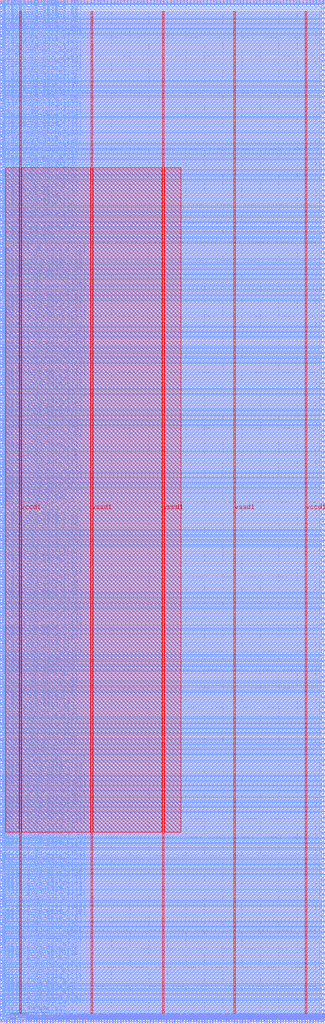
<source format=lef>
VERSION 5.7 ;
  NOWIREEXTENSIONATPIN ON ;
  DIVIDERCHAR "/" ;
  BUSBITCHARS "[]" ;
MACRO WishboneInterconnect
  CLASS BLOCK ;
  FOREIGN WishboneInterconnect ;
  ORIGIN 0.000 0.000 ;
  SIZE 350.000 BY 1100.000 ;
  PIN master0_wb_ack_i
    DIRECTION OUTPUT TRISTATE ;
    USE SIGNAL ;
    PORT
      LAYER met2 ;
        RECT 53.910 0.000 54.190 4.000 ;
    END
  END master0_wb_ack_i
  PIN master0_wb_adr_o[0]
    DIRECTION INPUT ;
    USE SIGNAL ;
    PORT
      LAYER met2 ;
        RECT 71.390 0.000 71.670 4.000 ;
    END
  END master0_wb_adr_o[0]
  PIN master0_wb_adr_o[10]
    DIRECTION INPUT ;
    USE SIGNAL ;
    PORT
      LAYER met2 ;
        RECT 170.290 0.000 170.570 4.000 ;
    END
  END master0_wb_adr_o[10]
  PIN master0_wb_adr_o[11]
    DIRECTION INPUT ;
    USE SIGNAL ;
    PORT
      LAYER met2 ;
        RECT 179.030 0.000 179.310 4.000 ;
    END
  END master0_wb_adr_o[11]
  PIN master0_wb_adr_o[12]
    DIRECTION INPUT ;
    USE SIGNAL ;
    PORT
      LAYER met2 ;
        RECT 187.770 0.000 188.050 4.000 ;
    END
  END master0_wb_adr_o[12]
  PIN master0_wb_adr_o[13]
    DIRECTION INPUT ;
    USE SIGNAL ;
    PORT
      LAYER met2 ;
        RECT 196.510 0.000 196.790 4.000 ;
    END
  END master0_wb_adr_o[13]
  PIN master0_wb_adr_o[14]
    DIRECTION INPUT ;
    USE SIGNAL ;
    PORT
      LAYER met2 ;
        RECT 205.250 0.000 205.530 4.000 ;
    END
  END master0_wb_adr_o[14]
  PIN master0_wb_adr_o[15]
    DIRECTION INPUT ;
    USE SIGNAL ;
    PORT
      LAYER met2 ;
        RECT 213.990 0.000 214.270 4.000 ;
    END
  END master0_wb_adr_o[15]
  PIN master0_wb_adr_o[16]
    DIRECTION INPUT ;
    USE SIGNAL ;
    PORT
      LAYER met2 ;
        RECT 222.730 0.000 223.010 4.000 ;
    END
  END master0_wb_adr_o[16]
  PIN master0_wb_adr_o[17]
    DIRECTION INPUT ;
    USE SIGNAL ;
    PORT
      LAYER met2 ;
        RECT 231.470 0.000 231.750 4.000 ;
    END
  END master0_wb_adr_o[17]
  PIN master0_wb_adr_o[18]
    DIRECTION INPUT ;
    USE SIGNAL ;
    PORT
      LAYER met2 ;
        RECT 240.670 0.000 240.950 4.000 ;
    END
  END master0_wb_adr_o[18]
  PIN master0_wb_adr_o[19]
    DIRECTION INPUT ;
    USE SIGNAL ;
    PORT
      LAYER met2 ;
        RECT 249.410 0.000 249.690 4.000 ;
    END
  END master0_wb_adr_o[19]
  PIN master0_wb_adr_o[1]
    DIRECTION INPUT ;
    USE SIGNAL ;
    PORT
      LAYER met2 ;
        RECT 82.890 0.000 83.170 4.000 ;
    END
  END master0_wb_adr_o[1]
  PIN master0_wb_adr_o[20]
    DIRECTION INPUT ;
    USE SIGNAL ;
    PORT
      LAYER met2 ;
        RECT 258.150 0.000 258.430 4.000 ;
    END
  END master0_wb_adr_o[20]
  PIN master0_wb_adr_o[21]
    DIRECTION INPUT ;
    USE SIGNAL ;
    PORT
      LAYER met2 ;
        RECT 266.890 0.000 267.170 4.000 ;
    END
  END master0_wb_adr_o[21]
  PIN master0_wb_adr_o[22]
    DIRECTION INPUT ;
    USE SIGNAL ;
    PORT
      LAYER met2 ;
        RECT 275.630 0.000 275.910 4.000 ;
    END
  END master0_wb_adr_o[22]
  PIN master0_wb_adr_o[23]
    DIRECTION INPUT ;
    USE SIGNAL ;
    PORT
      LAYER met2 ;
        RECT 284.370 0.000 284.650 4.000 ;
    END
  END master0_wb_adr_o[23]
  PIN master0_wb_adr_o[24]
    DIRECTION INPUT ;
    USE SIGNAL ;
    PORT
      LAYER met2 ;
        RECT 293.110 0.000 293.390 4.000 ;
    END
  END master0_wb_adr_o[24]
  PIN master0_wb_adr_o[25]
    DIRECTION INPUT ;
    USE SIGNAL ;
    PORT
      LAYER met2 ;
        RECT 301.850 0.000 302.130 4.000 ;
    END
  END master0_wb_adr_o[25]
  PIN master0_wb_adr_o[26]
    DIRECTION INPUT ;
    USE SIGNAL ;
    PORT
      LAYER met2 ;
        RECT 310.590 0.000 310.870 4.000 ;
    END
  END master0_wb_adr_o[26]
  PIN master0_wb_adr_o[27]
    DIRECTION INPUT ;
    USE SIGNAL ;
    PORT
      LAYER met2 ;
        RECT 319.330 0.000 319.610 4.000 ;
    END
  END master0_wb_adr_o[27]
  PIN master0_wb_adr_o[2]
    DIRECTION INPUT ;
    USE SIGNAL ;
    PORT
      LAYER met2 ;
        RECT 94.390 0.000 94.670 4.000 ;
    END
  END master0_wb_adr_o[2]
  PIN master0_wb_adr_o[3]
    DIRECTION INPUT ;
    USE SIGNAL ;
    PORT
      LAYER met2 ;
        RECT 106.350 0.000 106.630 4.000 ;
    END
  END master0_wb_adr_o[3]
  PIN master0_wb_adr_o[4]
    DIRECTION INPUT ;
    USE SIGNAL ;
    PORT
      LAYER met2 ;
        RECT 117.850 0.000 118.130 4.000 ;
    END
  END master0_wb_adr_o[4]
  PIN master0_wb_adr_o[5]
    DIRECTION INPUT ;
    USE SIGNAL ;
    PORT
      LAYER met2 ;
        RECT 126.590 0.000 126.870 4.000 ;
    END
  END master0_wb_adr_o[5]
  PIN master0_wb_adr_o[6]
    DIRECTION INPUT ;
    USE SIGNAL ;
    PORT
      LAYER met2 ;
        RECT 135.330 0.000 135.610 4.000 ;
    END
  END master0_wb_adr_o[6]
  PIN master0_wb_adr_o[7]
    DIRECTION INPUT ;
    USE SIGNAL ;
    PORT
      LAYER met2 ;
        RECT 144.070 0.000 144.350 4.000 ;
    END
  END master0_wb_adr_o[7]
  PIN master0_wb_adr_o[8]
    DIRECTION INPUT ;
    USE SIGNAL ;
    PORT
      LAYER met2 ;
        RECT 152.810 0.000 153.090 4.000 ;
    END
  END master0_wb_adr_o[8]
  PIN master0_wb_adr_o[9]
    DIRECTION INPUT ;
    USE SIGNAL ;
    PORT
      LAYER met2 ;
        RECT 161.550 0.000 161.830 4.000 ;
    END
  END master0_wb_adr_o[9]
  PIN master0_wb_cyc_o
    DIRECTION INPUT ;
    USE SIGNAL ;
    PORT
      LAYER met2 ;
        RECT 56.670 0.000 56.950 4.000 ;
    END
  END master0_wb_cyc_o
  PIN master0_wb_data_i[0]
    DIRECTION OUTPUT TRISTATE ;
    USE SIGNAL ;
    PORT
      LAYER met2 ;
        RECT 74.150 0.000 74.430 4.000 ;
    END
  END master0_wb_data_i[0]
  PIN master0_wb_data_i[10]
    DIRECTION OUTPUT TRISTATE ;
    USE SIGNAL ;
    PORT
      LAYER met2 ;
        RECT 173.510 0.000 173.790 4.000 ;
    END
  END master0_wb_data_i[10]
  PIN master0_wb_data_i[11]
    DIRECTION OUTPUT TRISTATE ;
    USE SIGNAL ;
    PORT
      LAYER met2 ;
        RECT 182.250 0.000 182.530 4.000 ;
    END
  END master0_wb_data_i[11]
  PIN master0_wb_data_i[12]
    DIRECTION OUTPUT TRISTATE ;
    USE SIGNAL ;
    PORT
      LAYER met2 ;
        RECT 190.990 0.000 191.270 4.000 ;
    END
  END master0_wb_data_i[12]
  PIN master0_wb_data_i[13]
    DIRECTION OUTPUT TRISTATE ;
    USE SIGNAL ;
    PORT
      LAYER met2 ;
        RECT 199.730 0.000 200.010 4.000 ;
    END
  END master0_wb_data_i[13]
  PIN master0_wb_data_i[14]
    DIRECTION OUTPUT TRISTATE ;
    USE SIGNAL ;
    PORT
      LAYER met2 ;
        RECT 208.470 0.000 208.750 4.000 ;
    END
  END master0_wb_data_i[14]
  PIN master0_wb_data_i[15]
    DIRECTION OUTPUT TRISTATE ;
    USE SIGNAL ;
    PORT
      LAYER met2 ;
        RECT 217.210 0.000 217.490 4.000 ;
    END
  END master0_wb_data_i[15]
  PIN master0_wb_data_i[16]
    DIRECTION OUTPUT TRISTATE ;
    USE SIGNAL ;
    PORT
      LAYER met2 ;
        RECT 225.950 0.000 226.230 4.000 ;
    END
  END master0_wb_data_i[16]
  PIN master0_wb_data_i[17]
    DIRECTION OUTPUT TRISTATE ;
    USE SIGNAL ;
    PORT
      LAYER met2 ;
        RECT 234.690 0.000 234.970 4.000 ;
    END
  END master0_wb_data_i[17]
  PIN master0_wb_data_i[18]
    DIRECTION OUTPUT TRISTATE ;
    USE SIGNAL ;
    PORT
      LAYER met2 ;
        RECT 243.430 0.000 243.710 4.000 ;
    END
  END master0_wb_data_i[18]
  PIN master0_wb_data_i[19]
    DIRECTION OUTPUT TRISTATE ;
    USE SIGNAL ;
    PORT
      LAYER met2 ;
        RECT 252.170 0.000 252.450 4.000 ;
    END
  END master0_wb_data_i[19]
  PIN master0_wb_data_i[1]
    DIRECTION OUTPUT TRISTATE ;
    USE SIGNAL ;
    PORT
      LAYER met2 ;
        RECT 85.650 0.000 85.930 4.000 ;
    END
  END master0_wb_data_i[1]
  PIN master0_wb_data_i[20]
    DIRECTION OUTPUT TRISTATE ;
    USE SIGNAL ;
    PORT
      LAYER met2 ;
        RECT 260.910 0.000 261.190 4.000 ;
    END
  END master0_wb_data_i[20]
  PIN master0_wb_data_i[21]
    DIRECTION OUTPUT TRISTATE ;
    USE SIGNAL ;
    PORT
      LAYER met2 ;
        RECT 269.650 0.000 269.930 4.000 ;
    END
  END master0_wb_data_i[21]
  PIN master0_wb_data_i[22]
    DIRECTION OUTPUT TRISTATE ;
    USE SIGNAL ;
    PORT
      LAYER met2 ;
        RECT 278.390 0.000 278.670 4.000 ;
    END
  END master0_wb_data_i[22]
  PIN master0_wb_data_i[23]
    DIRECTION OUTPUT TRISTATE ;
    USE SIGNAL ;
    PORT
      LAYER met2 ;
        RECT 287.130 0.000 287.410 4.000 ;
    END
  END master0_wb_data_i[23]
  PIN master0_wb_data_i[24]
    DIRECTION OUTPUT TRISTATE ;
    USE SIGNAL ;
    PORT
      LAYER met2 ;
        RECT 295.870 0.000 296.150 4.000 ;
    END
  END master0_wb_data_i[24]
  PIN master0_wb_data_i[25]
    DIRECTION OUTPUT TRISTATE ;
    USE SIGNAL ;
    PORT
      LAYER met2 ;
        RECT 304.610 0.000 304.890 4.000 ;
    END
  END master0_wb_data_i[25]
  PIN master0_wb_data_i[26]
    DIRECTION OUTPUT TRISTATE ;
    USE SIGNAL ;
    PORT
      LAYER met2 ;
        RECT 313.350 0.000 313.630 4.000 ;
    END
  END master0_wb_data_i[26]
  PIN master0_wb_data_i[27]
    DIRECTION OUTPUT TRISTATE ;
    USE SIGNAL ;
    PORT
      LAYER met2 ;
        RECT 322.090 0.000 322.370 4.000 ;
    END
  END master0_wb_data_i[27]
  PIN master0_wb_data_i[28]
    DIRECTION OUTPUT TRISTATE ;
    USE SIGNAL ;
    PORT
      LAYER met2 ;
        RECT 328.070 0.000 328.350 4.000 ;
    END
  END master0_wb_data_i[28]
  PIN master0_wb_data_i[29]
    DIRECTION OUTPUT TRISTATE ;
    USE SIGNAL ;
    PORT
      LAYER met2 ;
        RECT 333.590 0.000 333.870 4.000 ;
    END
  END master0_wb_data_i[29]
  PIN master0_wb_data_i[2]
    DIRECTION OUTPUT TRISTATE ;
    USE SIGNAL ;
    PORT
      LAYER met2 ;
        RECT 97.610 0.000 97.890 4.000 ;
    END
  END master0_wb_data_i[2]
  PIN master0_wb_data_i[30]
    DIRECTION OUTPUT TRISTATE ;
    USE SIGNAL ;
    PORT
      LAYER met2 ;
        RECT 339.570 0.000 339.850 4.000 ;
    END
  END master0_wb_data_i[30]
  PIN master0_wb_data_i[31]
    DIRECTION OUTPUT TRISTATE ;
    USE SIGNAL ;
    PORT
      LAYER met2 ;
        RECT 345.550 0.000 345.830 4.000 ;
    END
  END master0_wb_data_i[31]
  PIN master0_wb_data_i[3]
    DIRECTION OUTPUT TRISTATE ;
    USE SIGNAL ;
    PORT
      LAYER met2 ;
        RECT 109.110 0.000 109.390 4.000 ;
    END
  END master0_wb_data_i[3]
  PIN master0_wb_data_i[4]
    DIRECTION OUTPUT TRISTATE ;
    USE SIGNAL ;
    PORT
      LAYER met2 ;
        RECT 121.070 0.000 121.350 4.000 ;
    END
  END master0_wb_data_i[4]
  PIN master0_wb_data_i[5]
    DIRECTION OUTPUT TRISTATE ;
    USE SIGNAL ;
    PORT
      LAYER met2 ;
        RECT 129.810 0.000 130.090 4.000 ;
    END
  END master0_wb_data_i[5]
  PIN master0_wb_data_i[6]
    DIRECTION OUTPUT TRISTATE ;
    USE SIGNAL ;
    PORT
      LAYER met2 ;
        RECT 138.550 0.000 138.830 4.000 ;
    END
  END master0_wb_data_i[6]
  PIN master0_wb_data_i[7]
    DIRECTION OUTPUT TRISTATE ;
    USE SIGNAL ;
    PORT
      LAYER met2 ;
        RECT 147.290 0.000 147.570 4.000 ;
    END
  END master0_wb_data_i[7]
  PIN master0_wb_data_i[8]
    DIRECTION OUTPUT TRISTATE ;
    USE SIGNAL ;
    PORT
      LAYER met2 ;
        RECT 156.030 0.000 156.310 4.000 ;
    END
  END master0_wb_data_i[8]
  PIN master0_wb_data_i[9]
    DIRECTION OUTPUT TRISTATE ;
    USE SIGNAL ;
    PORT
      LAYER met2 ;
        RECT 164.770 0.000 165.050 4.000 ;
    END
  END master0_wb_data_i[9]
  PIN master0_wb_data_o[0]
    DIRECTION INPUT ;
    USE SIGNAL ;
    PORT
      LAYER met2 ;
        RECT 76.910 0.000 77.190 4.000 ;
    END
  END master0_wb_data_o[0]
  PIN master0_wb_data_o[10]
    DIRECTION INPUT ;
    USE SIGNAL ;
    PORT
      LAYER met2 ;
        RECT 176.270 0.000 176.550 4.000 ;
    END
  END master0_wb_data_o[10]
  PIN master0_wb_data_o[11]
    DIRECTION INPUT ;
    USE SIGNAL ;
    PORT
      LAYER met2 ;
        RECT 185.010 0.000 185.290 4.000 ;
    END
  END master0_wb_data_o[11]
  PIN master0_wb_data_o[12]
    DIRECTION INPUT ;
    USE SIGNAL ;
    PORT
      LAYER met2 ;
        RECT 193.750 0.000 194.030 4.000 ;
    END
  END master0_wb_data_o[12]
  PIN master0_wb_data_o[13]
    DIRECTION INPUT ;
    USE SIGNAL ;
    PORT
      LAYER met2 ;
        RECT 202.490 0.000 202.770 4.000 ;
    END
  END master0_wb_data_o[13]
  PIN master0_wb_data_o[14]
    DIRECTION INPUT ;
    USE SIGNAL ;
    PORT
      LAYER met2 ;
        RECT 211.230 0.000 211.510 4.000 ;
    END
  END master0_wb_data_o[14]
  PIN master0_wb_data_o[15]
    DIRECTION INPUT ;
    USE SIGNAL ;
    PORT
      LAYER met2 ;
        RECT 219.970 0.000 220.250 4.000 ;
    END
  END master0_wb_data_o[15]
  PIN master0_wb_data_o[16]
    DIRECTION INPUT ;
    USE SIGNAL ;
    PORT
      LAYER met2 ;
        RECT 228.710 0.000 228.990 4.000 ;
    END
  END master0_wb_data_o[16]
  PIN master0_wb_data_o[17]
    DIRECTION INPUT ;
    USE SIGNAL ;
    PORT
      LAYER met2 ;
        RECT 237.450 0.000 237.730 4.000 ;
    END
  END master0_wb_data_o[17]
  PIN master0_wb_data_o[18]
    DIRECTION INPUT ;
    USE SIGNAL ;
    PORT
      LAYER met2 ;
        RECT 246.190 0.000 246.470 4.000 ;
    END
  END master0_wb_data_o[18]
  PIN master0_wb_data_o[19]
    DIRECTION INPUT ;
    USE SIGNAL ;
    PORT
      LAYER met2 ;
        RECT 254.930 0.000 255.210 4.000 ;
    END
  END master0_wb_data_o[19]
  PIN master0_wb_data_o[1]
    DIRECTION INPUT ;
    USE SIGNAL ;
    PORT
      LAYER met2 ;
        RECT 88.870 0.000 89.150 4.000 ;
    END
  END master0_wb_data_o[1]
  PIN master0_wb_data_o[20]
    DIRECTION INPUT ;
    USE SIGNAL ;
    PORT
      LAYER met2 ;
        RECT 263.670 0.000 263.950 4.000 ;
    END
  END master0_wb_data_o[20]
  PIN master0_wb_data_o[21]
    DIRECTION INPUT ;
    USE SIGNAL ;
    PORT
      LAYER met2 ;
        RECT 272.410 0.000 272.690 4.000 ;
    END
  END master0_wb_data_o[21]
  PIN master0_wb_data_o[22]
    DIRECTION INPUT ;
    USE SIGNAL ;
    PORT
      LAYER met2 ;
        RECT 281.150 0.000 281.430 4.000 ;
    END
  END master0_wb_data_o[22]
  PIN master0_wb_data_o[23]
    DIRECTION INPUT ;
    USE SIGNAL ;
    PORT
      LAYER met2 ;
        RECT 289.890 0.000 290.170 4.000 ;
    END
  END master0_wb_data_o[23]
  PIN master0_wb_data_o[24]
    DIRECTION INPUT ;
    USE SIGNAL ;
    PORT
      LAYER met2 ;
        RECT 298.630 0.000 298.910 4.000 ;
    END
  END master0_wb_data_o[24]
  PIN master0_wb_data_o[25]
    DIRECTION INPUT ;
    USE SIGNAL ;
    PORT
      LAYER met2 ;
        RECT 307.370 0.000 307.650 4.000 ;
    END
  END master0_wb_data_o[25]
  PIN master0_wb_data_o[26]
    DIRECTION INPUT ;
    USE SIGNAL ;
    PORT
      LAYER met2 ;
        RECT 316.110 0.000 316.390 4.000 ;
    END
  END master0_wb_data_o[26]
  PIN master0_wb_data_o[27]
    DIRECTION INPUT ;
    USE SIGNAL ;
    PORT
      LAYER met2 ;
        RECT 324.850 0.000 325.130 4.000 ;
    END
  END master0_wb_data_o[27]
  PIN master0_wb_data_o[28]
    DIRECTION INPUT ;
    USE SIGNAL ;
    PORT
      LAYER met2 ;
        RECT 330.830 0.000 331.110 4.000 ;
    END
  END master0_wb_data_o[28]
  PIN master0_wb_data_o[29]
    DIRECTION INPUT ;
    USE SIGNAL ;
    PORT
      LAYER met2 ;
        RECT 336.810 0.000 337.090 4.000 ;
    END
  END master0_wb_data_o[29]
  PIN master0_wb_data_o[2]
    DIRECTION INPUT ;
    USE SIGNAL ;
    PORT
      LAYER met2 ;
        RECT 100.370 0.000 100.650 4.000 ;
    END
  END master0_wb_data_o[2]
  PIN master0_wb_data_o[30]
    DIRECTION INPUT ;
    USE SIGNAL ;
    PORT
      LAYER met2 ;
        RECT 342.330 0.000 342.610 4.000 ;
    END
  END master0_wb_data_o[30]
  PIN master0_wb_data_o[31]
    DIRECTION INPUT ;
    USE SIGNAL ;
    PORT
      LAYER met2 ;
        RECT 348.310 0.000 348.590 4.000 ;
    END
  END master0_wb_data_o[31]
  PIN master0_wb_data_o[3]
    DIRECTION INPUT ;
    USE SIGNAL ;
    PORT
      LAYER met2 ;
        RECT 111.870 0.000 112.150 4.000 ;
    END
  END master0_wb_data_o[3]
  PIN master0_wb_data_o[4]
    DIRECTION INPUT ;
    USE SIGNAL ;
    PORT
      LAYER met2 ;
        RECT 123.830 0.000 124.110 4.000 ;
    END
  END master0_wb_data_o[4]
  PIN master0_wb_data_o[5]
    DIRECTION INPUT ;
    USE SIGNAL ;
    PORT
      LAYER met2 ;
        RECT 132.570 0.000 132.850 4.000 ;
    END
  END master0_wb_data_o[5]
  PIN master0_wb_data_o[6]
    DIRECTION INPUT ;
    USE SIGNAL ;
    PORT
      LAYER met2 ;
        RECT 141.310 0.000 141.590 4.000 ;
    END
  END master0_wb_data_o[6]
  PIN master0_wb_data_o[7]
    DIRECTION INPUT ;
    USE SIGNAL ;
    PORT
      LAYER met2 ;
        RECT 150.050 0.000 150.330 4.000 ;
    END
  END master0_wb_data_o[7]
  PIN master0_wb_data_o[8]
    DIRECTION INPUT ;
    USE SIGNAL ;
    PORT
      LAYER met2 ;
        RECT 158.790 0.000 159.070 4.000 ;
    END
  END master0_wb_data_o[8]
  PIN master0_wb_data_o[9]
    DIRECTION INPUT ;
    USE SIGNAL ;
    PORT
      LAYER met2 ;
        RECT 167.530 0.000 167.810 4.000 ;
    END
  END master0_wb_data_o[9]
  PIN master0_wb_error_i
    DIRECTION OUTPUT TRISTATE ;
    USE SIGNAL ;
    PORT
      LAYER met2 ;
        RECT 59.430 0.000 59.710 4.000 ;
    END
  END master0_wb_error_i
  PIN master0_wb_sel_o[0]
    DIRECTION INPUT ;
    USE SIGNAL ;
    PORT
      LAYER met2 ;
        RECT 80.130 0.000 80.410 4.000 ;
    END
  END master0_wb_sel_o[0]
  PIN master0_wb_sel_o[1]
    DIRECTION INPUT ;
    USE SIGNAL ;
    PORT
      LAYER met2 ;
        RECT 91.630 0.000 91.910 4.000 ;
    END
  END master0_wb_sel_o[1]
  PIN master0_wb_sel_o[2]
    DIRECTION INPUT ;
    USE SIGNAL ;
    PORT
      LAYER met2 ;
        RECT 103.130 0.000 103.410 4.000 ;
    END
  END master0_wb_sel_o[2]
  PIN master0_wb_sel_o[3]
    DIRECTION INPUT ;
    USE SIGNAL ;
    PORT
      LAYER met2 ;
        RECT 115.090 0.000 115.370 4.000 ;
    END
  END master0_wb_sel_o[3]
  PIN master0_wb_stall_i
    DIRECTION OUTPUT TRISTATE ;
    USE SIGNAL ;
    PORT
      LAYER met2 ;
        RECT 62.650 0.000 62.930 4.000 ;
    END
  END master0_wb_stall_i
  PIN master0_wb_stb_o
    DIRECTION INPUT ;
    USE SIGNAL ;
    PORT
      LAYER met2 ;
        RECT 65.410 0.000 65.690 4.000 ;
    END
  END master0_wb_stb_o
  PIN master0_wb_we_o
    DIRECTION INPUT ;
    USE SIGNAL ;
    PORT
      LAYER met2 ;
        RECT 68.170 0.000 68.450 4.000 ;
    END
  END master0_wb_we_o
  PIN master1_wb_ack_i
    DIRECTION OUTPUT TRISTATE ;
    USE SIGNAL ;
    PORT
      LAYER met3 ;
        RECT 0.000 551.520 4.000 552.120 ;
    END
  END master1_wb_ack_i
  PIN master1_wb_adr_o[0]
    DIRECTION INPUT ;
    USE SIGNAL ;
    PORT
      LAYER met3 ;
        RECT 0.000 567.840 4.000 568.440 ;
    END
  END master1_wb_adr_o[0]
  PIN master1_wb_adr_o[10]
    DIRECTION INPUT ;
    USE SIGNAL ;
    PORT
      LAYER met3 ;
        RECT 0.000 661.000 4.000 661.600 ;
    END
  END master1_wb_adr_o[10]
  PIN master1_wb_adr_o[11]
    DIRECTION INPUT ;
    USE SIGNAL ;
    PORT
      LAYER met3 ;
        RECT 0.000 669.160 4.000 669.760 ;
    END
  END master1_wb_adr_o[11]
  PIN master1_wb_adr_o[12]
    DIRECTION INPUT ;
    USE SIGNAL ;
    PORT
      LAYER met3 ;
        RECT 0.000 678.000 4.000 678.600 ;
    END
  END master1_wb_adr_o[12]
  PIN master1_wb_adr_o[13]
    DIRECTION INPUT ;
    USE SIGNAL ;
    PORT
      LAYER met3 ;
        RECT 0.000 686.160 4.000 686.760 ;
    END
  END master1_wb_adr_o[13]
  PIN master1_wb_adr_o[14]
    DIRECTION INPUT ;
    USE SIGNAL ;
    PORT
      LAYER met3 ;
        RECT 0.000 694.320 4.000 694.920 ;
    END
  END master1_wb_adr_o[14]
  PIN master1_wb_adr_o[15]
    DIRECTION INPUT ;
    USE SIGNAL ;
    PORT
      LAYER met3 ;
        RECT 0.000 702.480 4.000 703.080 ;
    END
  END master1_wb_adr_o[15]
  PIN master1_wb_adr_o[16]
    DIRECTION INPUT ;
    USE SIGNAL ;
    PORT
      LAYER met3 ;
        RECT 0.000 710.640 4.000 711.240 ;
    END
  END master1_wb_adr_o[16]
  PIN master1_wb_adr_o[17]
    DIRECTION INPUT ;
    USE SIGNAL ;
    PORT
      LAYER met3 ;
        RECT 0.000 718.800 4.000 719.400 ;
    END
  END master1_wb_adr_o[17]
  PIN master1_wb_adr_o[18]
    DIRECTION INPUT ;
    USE SIGNAL ;
    PORT
      LAYER met3 ;
        RECT 0.000 726.960 4.000 727.560 ;
    END
  END master1_wb_adr_o[18]
  PIN master1_wb_adr_o[19]
    DIRECTION INPUT ;
    USE SIGNAL ;
    PORT
      LAYER met3 ;
        RECT 0.000 735.800 4.000 736.400 ;
    END
  END master1_wb_adr_o[19]
  PIN master1_wb_adr_o[1]
    DIRECTION INPUT ;
    USE SIGNAL ;
    PORT
      LAYER met3 ;
        RECT 0.000 578.720 4.000 579.320 ;
    END
  END master1_wb_adr_o[1]
  PIN master1_wb_adr_o[20]
    DIRECTION INPUT ;
    USE SIGNAL ;
    PORT
      LAYER met3 ;
        RECT 0.000 743.960 4.000 744.560 ;
    END
  END master1_wb_adr_o[20]
  PIN master1_wb_adr_o[21]
    DIRECTION INPUT ;
    USE SIGNAL ;
    PORT
      LAYER met3 ;
        RECT 0.000 752.120 4.000 752.720 ;
    END
  END master1_wb_adr_o[21]
  PIN master1_wb_adr_o[22]
    DIRECTION INPUT ;
    USE SIGNAL ;
    PORT
      LAYER met3 ;
        RECT 0.000 760.280 4.000 760.880 ;
    END
  END master1_wb_adr_o[22]
  PIN master1_wb_adr_o[23]
    DIRECTION INPUT ;
    USE SIGNAL ;
    PORT
      LAYER met3 ;
        RECT 0.000 768.440 4.000 769.040 ;
    END
  END master1_wb_adr_o[23]
  PIN master1_wb_adr_o[24]
    DIRECTION INPUT ;
    USE SIGNAL ;
    PORT
      LAYER met3 ;
        RECT 0.000 776.600 4.000 777.200 ;
    END
  END master1_wb_adr_o[24]
  PIN master1_wb_adr_o[25]
    DIRECTION INPUT ;
    USE SIGNAL ;
    PORT
      LAYER met3 ;
        RECT 0.000 784.760 4.000 785.360 ;
    END
  END master1_wb_adr_o[25]
  PIN master1_wb_adr_o[26]
    DIRECTION INPUT ;
    USE SIGNAL ;
    PORT
      LAYER met3 ;
        RECT 0.000 792.920 4.000 793.520 ;
    END
  END master1_wb_adr_o[26]
  PIN master1_wb_adr_o[27]
    DIRECTION INPUT ;
    USE SIGNAL ;
    PORT
      LAYER met3 ;
        RECT 0.000 801.760 4.000 802.360 ;
    END
  END master1_wb_adr_o[27]
  PIN master1_wb_adr_o[2]
    DIRECTION INPUT ;
    USE SIGNAL ;
    PORT
      LAYER met3 ;
        RECT 0.000 589.600 4.000 590.200 ;
    END
  END master1_wb_adr_o[2]
  PIN master1_wb_adr_o[3]
    DIRECTION INPUT ;
    USE SIGNAL ;
    PORT
      LAYER met3 ;
        RECT 0.000 600.480 4.000 601.080 ;
    END
  END master1_wb_adr_o[3]
  PIN master1_wb_adr_o[4]
    DIRECTION INPUT ;
    USE SIGNAL ;
    PORT
      LAYER met3 ;
        RECT 0.000 611.360 4.000 611.960 ;
    END
  END master1_wb_adr_o[4]
  PIN master1_wb_adr_o[5]
    DIRECTION INPUT ;
    USE SIGNAL ;
    PORT
      LAYER met3 ;
        RECT 0.000 620.200 4.000 620.800 ;
    END
  END master1_wb_adr_o[5]
  PIN master1_wb_adr_o[6]
    DIRECTION INPUT ;
    USE SIGNAL ;
    PORT
      LAYER met3 ;
        RECT 0.000 628.360 4.000 628.960 ;
    END
  END master1_wb_adr_o[6]
  PIN master1_wb_adr_o[7]
    DIRECTION INPUT ;
    USE SIGNAL ;
    PORT
      LAYER met3 ;
        RECT 0.000 636.520 4.000 637.120 ;
    END
  END master1_wb_adr_o[7]
  PIN master1_wb_adr_o[8]
    DIRECTION INPUT ;
    USE SIGNAL ;
    PORT
      LAYER met3 ;
        RECT 0.000 644.680 4.000 645.280 ;
    END
  END master1_wb_adr_o[8]
  PIN master1_wb_adr_o[9]
    DIRECTION INPUT ;
    USE SIGNAL ;
    PORT
      LAYER met3 ;
        RECT 0.000 652.840 4.000 653.440 ;
    END
  END master1_wb_adr_o[9]
  PIN master1_wb_cyc_o
    DIRECTION INPUT ;
    USE SIGNAL ;
    PORT
      LAYER met3 ;
        RECT 0.000 554.240 4.000 554.840 ;
    END
  END master1_wb_cyc_o
  PIN master1_wb_data_i[0]
    DIRECTION OUTPUT TRISTATE ;
    USE SIGNAL ;
    PORT
      LAYER met3 ;
        RECT 0.000 570.560 4.000 571.160 ;
    END
  END master1_wb_data_i[0]
  PIN master1_wb_data_i[10]
    DIRECTION OUTPUT TRISTATE ;
    USE SIGNAL ;
    PORT
      LAYER met3 ;
        RECT 0.000 663.720 4.000 664.320 ;
    END
  END master1_wb_data_i[10]
  PIN master1_wb_data_i[11]
    DIRECTION OUTPUT TRISTATE ;
    USE SIGNAL ;
    PORT
      LAYER met3 ;
        RECT 0.000 671.880 4.000 672.480 ;
    END
  END master1_wb_data_i[11]
  PIN master1_wb_data_i[12]
    DIRECTION OUTPUT TRISTATE ;
    USE SIGNAL ;
    PORT
      LAYER met3 ;
        RECT 0.000 680.720 4.000 681.320 ;
    END
  END master1_wb_data_i[12]
  PIN master1_wb_data_i[13]
    DIRECTION OUTPUT TRISTATE ;
    USE SIGNAL ;
    PORT
      LAYER met3 ;
        RECT 0.000 688.880 4.000 689.480 ;
    END
  END master1_wb_data_i[13]
  PIN master1_wb_data_i[14]
    DIRECTION OUTPUT TRISTATE ;
    USE SIGNAL ;
    PORT
      LAYER met3 ;
        RECT 0.000 697.040 4.000 697.640 ;
    END
  END master1_wb_data_i[14]
  PIN master1_wb_data_i[15]
    DIRECTION OUTPUT TRISTATE ;
    USE SIGNAL ;
    PORT
      LAYER met3 ;
        RECT 0.000 705.200 4.000 705.800 ;
    END
  END master1_wb_data_i[15]
  PIN master1_wb_data_i[16]
    DIRECTION OUTPUT TRISTATE ;
    USE SIGNAL ;
    PORT
      LAYER met3 ;
        RECT 0.000 713.360 4.000 713.960 ;
    END
  END master1_wb_data_i[16]
  PIN master1_wb_data_i[17]
    DIRECTION OUTPUT TRISTATE ;
    USE SIGNAL ;
    PORT
      LAYER met3 ;
        RECT 0.000 721.520 4.000 722.120 ;
    END
  END master1_wb_data_i[17]
  PIN master1_wb_data_i[18]
    DIRECTION OUTPUT TRISTATE ;
    USE SIGNAL ;
    PORT
      LAYER met3 ;
        RECT 0.000 729.680 4.000 730.280 ;
    END
  END master1_wb_data_i[18]
  PIN master1_wb_data_i[19]
    DIRECTION OUTPUT TRISTATE ;
    USE SIGNAL ;
    PORT
      LAYER met3 ;
        RECT 0.000 738.520 4.000 739.120 ;
    END
  END master1_wb_data_i[19]
  PIN master1_wb_data_i[1]
    DIRECTION OUTPUT TRISTATE ;
    USE SIGNAL ;
    PORT
      LAYER met3 ;
        RECT 0.000 581.440 4.000 582.040 ;
    END
  END master1_wb_data_i[1]
  PIN master1_wb_data_i[20]
    DIRECTION OUTPUT TRISTATE ;
    USE SIGNAL ;
    PORT
      LAYER met3 ;
        RECT 0.000 746.680 4.000 747.280 ;
    END
  END master1_wb_data_i[20]
  PIN master1_wb_data_i[21]
    DIRECTION OUTPUT TRISTATE ;
    USE SIGNAL ;
    PORT
      LAYER met3 ;
        RECT 0.000 754.840 4.000 755.440 ;
    END
  END master1_wb_data_i[21]
  PIN master1_wb_data_i[22]
    DIRECTION OUTPUT TRISTATE ;
    USE SIGNAL ;
    PORT
      LAYER met3 ;
        RECT 0.000 763.000 4.000 763.600 ;
    END
  END master1_wb_data_i[22]
  PIN master1_wb_data_i[23]
    DIRECTION OUTPUT TRISTATE ;
    USE SIGNAL ;
    PORT
      LAYER met3 ;
        RECT 0.000 771.160 4.000 771.760 ;
    END
  END master1_wb_data_i[23]
  PIN master1_wb_data_i[24]
    DIRECTION OUTPUT TRISTATE ;
    USE SIGNAL ;
    PORT
      LAYER met3 ;
        RECT 0.000 779.320 4.000 779.920 ;
    END
  END master1_wb_data_i[24]
  PIN master1_wb_data_i[25]
    DIRECTION OUTPUT TRISTATE ;
    USE SIGNAL ;
    PORT
      LAYER met3 ;
        RECT 0.000 787.480 4.000 788.080 ;
    END
  END master1_wb_data_i[25]
  PIN master1_wb_data_i[26]
    DIRECTION OUTPUT TRISTATE ;
    USE SIGNAL ;
    PORT
      LAYER met3 ;
        RECT 0.000 796.320 4.000 796.920 ;
    END
  END master1_wb_data_i[26]
  PIN master1_wb_data_i[27]
    DIRECTION OUTPUT TRISTATE ;
    USE SIGNAL ;
    PORT
      LAYER met3 ;
        RECT 0.000 804.480 4.000 805.080 ;
    END
  END master1_wb_data_i[27]
  PIN master1_wb_data_i[28]
    DIRECTION OUTPUT TRISTATE ;
    USE SIGNAL ;
    PORT
      LAYER met3 ;
        RECT 0.000 809.920 4.000 810.520 ;
    END
  END master1_wb_data_i[28]
  PIN master1_wb_data_i[29]
    DIRECTION OUTPUT TRISTATE ;
    USE SIGNAL ;
    PORT
      LAYER met3 ;
        RECT 0.000 815.360 4.000 815.960 ;
    END
  END master1_wb_data_i[29]
  PIN master1_wb_data_i[2]
    DIRECTION OUTPUT TRISTATE ;
    USE SIGNAL ;
    PORT
      LAYER met3 ;
        RECT 0.000 592.320 4.000 592.920 ;
    END
  END master1_wb_data_i[2]
  PIN master1_wb_data_i[30]
    DIRECTION OUTPUT TRISTATE ;
    USE SIGNAL ;
    PORT
      LAYER met3 ;
        RECT 0.000 820.800 4.000 821.400 ;
    END
  END master1_wb_data_i[30]
  PIN master1_wb_data_i[31]
    DIRECTION OUTPUT TRISTATE ;
    USE SIGNAL ;
    PORT
      LAYER met3 ;
        RECT 0.000 826.240 4.000 826.840 ;
    END
  END master1_wb_data_i[31]
  PIN master1_wb_data_i[3]
    DIRECTION OUTPUT TRISTATE ;
    USE SIGNAL ;
    PORT
      LAYER met3 ;
        RECT 0.000 603.200 4.000 603.800 ;
    END
  END master1_wb_data_i[3]
  PIN master1_wb_data_i[4]
    DIRECTION OUTPUT TRISTATE ;
    USE SIGNAL ;
    PORT
      LAYER met3 ;
        RECT 0.000 614.760 4.000 615.360 ;
    END
  END master1_wb_data_i[4]
  PIN master1_wb_data_i[5]
    DIRECTION OUTPUT TRISTATE ;
    USE SIGNAL ;
    PORT
      LAYER met3 ;
        RECT 0.000 622.920 4.000 623.520 ;
    END
  END master1_wb_data_i[5]
  PIN master1_wb_data_i[6]
    DIRECTION OUTPUT TRISTATE ;
    USE SIGNAL ;
    PORT
      LAYER met3 ;
        RECT 0.000 631.080 4.000 631.680 ;
    END
  END master1_wb_data_i[6]
  PIN master1_wb_data_i[7]
    DIRECTION OUTPUT TRISTATE ;
    USE SIGNAL ;
    PORT
      LAYER met3 ;
        RECT 0.000 639.240 4.000 639.840 ;
    END
  END master1_wb_data_i[7]
  PIN master1_wb_data_i[8]
    DIRECTION OUTPUT TRISTATE ;
    USE SIGNAL ;
    PORT
      LAYER met3 ;
        RECT 0.000 647.400 4.000 648.000 ;
    END
  END master1_wb_data_i[8]
  PIN master1_wb_data_i[9]
    DIRECTION OUTPUT TRISTATE ;
    USE SIGNAL ;
    PORT
      LAYER met3 ;
        RECT 0.000 655.560 4.000 656.160 ;
    END
  END master1_wb_data_i[9]
  PIN master1_wb_data_o[0]
    DIRECTION INPUT ;
    USE SIGNAL ;
    PORT
      LAYER met3 ;
        RECT 0.000 573.280 4.000 573.880 ;
    END
  END master1_wb_data_o[0]
  PIN master1_wb_data_o[10]
    DIRECTION INPUT ;
    USE SIGNAL ;
    PORT
      LAYER met3 ;
        RECT 0.000 666.440 4.000 667.040 ;
    END
  END master1_wb_data_o[10]
  PIN master1_wb_data_o[11]
    DIRECTION INPUT ;
    USE SIGNAL ;
    PORT
      LAYER met3 ;
        RECT 0.000 675.280 4.000 675.880 ;
    END
  END master1_wb_data_o[11]
  PIN master1_wb_data_o[12]
    DIRECTION INPUT ;
    USE SIGNAL ;
    PORT
      LAYER met3 ;
        RECT 0.000 683.440 4.000 684.040 ;
    END
  END master1_wb_data_o[12]
  PIN master1_wb_data_o[13]
    DIRECTION INPUT ;
    USE SIGNAL ;
    PORT
      LAYER met3 ;
        RECT 0.000 691.600 4.000 692.200 ;
    END
  END master1_wb_data_o[13]
  PIN master1_wb_data_o[14]
    DIRECTION INPUT ;
    USE SIGNAL ;
    PORT
      LAYER met3 ;
        RECT 0.000 699.760 4.000 700.360 ;
    END
  END master1_wb_data_o[14]
  PIN master1_wb_data_o[15]
    DIRECTION INPUT ;
    USE SIGNAL ;
    PORT
      LAYER met3 ;
        RECT 0.000 707.920 4.000 708.520 ;
    END
  END master1_wb_data_o[15]
  PIN master1_wb_data_o[16]
    DIRECTION INPUT ;
    USE SIGNAL ;
    PORT
      LAYER met3 ;
        RECT 0.000 716.080 4.000 716.680 ;
    END
  END master1_wb_data_o[16]
  PIN master1_wb_data_o[17]
    DIRECTION INPUT ;
    USE SIGNAL ;
    PORT
      LAYER met3 ;
        RECT 0.000 724.240 4.000 724.840 ;
    END
  END master1_wb_data_o[17]
  PIN master1_wb_data_o[18]
    DIRECTION INPUT ;
    USE SIGNAL ;
    PORT
      LAYER met3 ;
        RECT 0.000 732.400 4.000 733.000 ;
    END
  END master1_wb_data_o[18]
  PIN master1_wb_data_o[19]
    DIRECTION INPUT ;
    USE SIGNAL ;
    PORT
      LAYER met3 ;
        RECT 0.000 741.240 4.000 741.840 ;
    END
  END master1_wb_data_o[19]
  PIN master1_wb_data_o[1]
    DIRECTION INPUT ;
    USE SIGNAL ;
    PORT
      LAYER met3 ;
        RECT 0.000 584.160 4.000 584.760 ;
    END
  END master1_wb_data_o[1]
  PIN master1_wb_data_o[20]
    DIRECTION INPUT ;
    USE SIGNAL ;
    PORT
      LAYER met3 ;
        RECT 0.000 749.400 4.000 750.000 ;
    END
  END master1_wb_data_o[20]
  PIN master1_wb_data_o[21]
    DIRECTION INPUT ;
    USE SIGNAL ;
    PORT
      LAYER met3 ;
        RECT 0.000 757.560 4.000 758.160 ;
    END
  END master1_wb_data_o[21]
  PIN master1_wb_data_o[22]
    DIRECTION INPUT ;
    USE SIGNAL ;
    PORT
      LAYER met3 ;
        RECT 0.000 765.720 4.000 766.320 ;
    END
  END master1_wb_data_o[22]
  PIN master1_wb_data_o[23]
    DIRECTION INPUT ;
    USE SIGNAL ;
    PORT
      LAYER met3 ;
        RECT 0.000 773.880 4.000 774.480 ;
    END
  END master1_wb_data_o[23]
  PIN master1_wb_data_o[24]
    DIRECTION INPUT ;
    USE SIGNAL ;
    PORT
      LAYER met3 ;
        RECT 0.000 782.040 4.000 782.640 ;
    END
  END master1_wb_data_o[24]
  PIN master1_wb_data_o[25]
    DIRECTION INPUT ;
    USE SIGNAL ;
    PORT
      LAYER met3 ;
        RECT 0.000 790.200 4.000 790.800 ;
    END
  END master1_wb_data_o[25]
  PIN master1_wb_data_o[26]
    DIRECTION INPUT ;
    USE SIGNAL ;
    PORT
      LAYER met3 ;
        RECT 0.000 799.040 4.000 799.640 ;
    END
  END master1_wb_data_o[26]
  PIN master1_wb_data_o[27]
    DIRECTION INPUT ;
    USE SIGNAL ;
    PORT
      LAYER met3 ;
        RECT 0.000 807.200 4.000 807.800 ;
    END
  END master1_wb_data_o[27]
  PIN master1_wb_data_o[28]
    DIRECTION INPUT ;
    USE SIGNAL ;
    PORT
      LAYER met3 ;
        RECT 0.000 812.640 4.000 813.240 ;
    END
  END master1_wb_data_o[28]
  PIN master1_wb_data_o[29]
    DIRECTION INPUT ;
    USE SIGNAL ;
    PORT
      LAYER met3 ;
        RECT 0.000 818.080 4.000 818.680 ;
    END
  END master1_wb_data_o[29]
  PIN master1_wb_data_o[2]
    DIRECTION INPUT ;
    USE SIGNAL ;
    PORT
      LAYER met3 ;
        RECT 0.000 595.040 4.000 595.640 ;
    END
  END master1_wb_data_o[2]
  PIN master1_wb_data_o[30]
    DIRECTION INPUT ;
    USE SIGNAL ;
    PORT
      LAYER met3 ;
        RECT 0.000 823.520 4.000 824.120 ;
    END
  END master1_wb_data_o[30]
  PIN master1_wb_data_o[31]
    DIRECTION INPUT ;
    USE SIGNAL ;
    PORT
      LAYER met3 ;
        RECT 0.000 828.960 4.000 829.560 ;
    END
  END master1_wb_data_o[31]
  PIN master1_wb_data_o[3]
    DIRECTION INPUT ;
    USE SIGNAL ;
    PORT
      LAYER met3 ;
        RECT 0.000 605.920 4.000 606.520 ;
    END
  END master1_wb_data_o[3]
  PIN master1_wb_data_o[4]
    DIRECTION INPUT ;
    USE SIGNAL ;
    PORT
      LAYER met3 ;
        RECT 0.000 617.480 4.000 618.080 ;
    END
  END master1_wb_data_o[4]
  PIN master1_wb_data_o[5]
    DIRECTION INPUT ;
    USE SIGNAL ;
    PORT
      LAYER met3 ;
        RECT 0.000 625.640 4.000 626.240 ;
    END
  END master1_wb_data_o[5]
  PIN master1_wb_data_o[6]
    DIRECTION INPUT ;
    USE SIGNAL ;
    PORT
      LAYER met3 ;
        RECT 0.000 633.800 4.000 634.400 ;
    END
  END master1_wb_data_o[6]
  PIN master1_wb_data_o[7]
    DIRECTION INPUT ;
    USE SIGNAL ;
    PORT
      LAYER met3 ;
        RECT 0.000 641.960 4.000 642.560 ;
    END
  END master1_wb_data_o[7]
  PIN master1_wb_data_o[8]
    DIRECTION INPUT ;
    USE SIGNAL ;
    PORT
      LAYER met3 ;
        RECT 0.000 650.120 4.000 650.720 ;
    END
  END master1_wb_data_o[8]
  PIN master1_wb_data_o[9]
    DIRECTION INPUT ;
    USE SIGNAL ;
    PORT
      LAYER met3 ;
        RECT 0.000 658.280 4.000 658.880 ;
    END
  END master1_wb_data_o[9]
  PIN master1_wb_error_i
    DIRECTION OUTPUT TRISTATE ;
    USE SIGNAL ;
    PORT
      LAYER met3 ;
        RECT 0.000 556.960 4.000 557.560 ;
    END
  END master1_wb_error_i
  PIN master1_wb_sel_o[0]
    DIRECTION INPUT ;
    USE SIGNAL ;
    PORT
      LAYER met3 ;
        RECT 0.000 576.000 4.000 576.600 ;
    END
  END master1_wb_sel_o[0]
  PIN master1_wb_sel_o[1]
    DIRECTION INPUT ;
    USE SIGNAL ;
    PORT
      LAYER met3 ;
        RECT 0.000 586.880 4.000 587.480 ;
    END
  END master1_wb_sel_o[1]
  PIN master1_wb_sel_o[2]
    DIRECTION INPUT ;
    USE SIGNAL ;
    PORT
      LAYER met3 ;
        RECT 0.000 597.760 4.000 598.360 ;
    END
  END master1_wb_sel_o[2]
  PIN master1_wb_sel_o[3]
    DIRECTION INPUT ;
    USE SIGNAL ;
    PORT
      LAYER met3 ;
        RECT 0.000 608.640 4.000 609.240 ;
    END
  END master1_wb_sel_o[3]
  PIN master1_wb_stall_i
    DIRECTION OUTPUT TRISTATE ;
    USE SIGNAL ;
    PORT
      LAYER met3 ;
        RECT 0.000 559.680 4.000 560.280 ;
    END
  END master1_wb_stall_i
  PIN master1_wb_stb_o
    DIRECTION INPUT ;
    USE SIGNAL ;
    PORT
      LAYER met3 ;
        RECT 0.000 562.400 4.000 563.000 ;
    END
  END master1_wb_stb_o
  PIN master1_wb_we_o
    DIRECTION INPUT ;
    USE SIGNAL ;
    PORT
      LAYER met3 ;
        RECT 0.000 565.120 4.000 565.720 ;
    END
  END master1_wb_we_o
  PIN master2_wb_ack_i
    DIRECTION OUTPUT TRISTATE ;
    USE SIGNAL ;
    PORT
      LAYER met3 ;
        RECT 0.000 1.400 4.000 2.000 ;
    END
  END master2_wb_ack_i
  PIN master2_wb_adr_o[0]
    DIRECTION INPUT ;
    USE SIGNAL ;
    PORT
      LAYER met3 ;
        RECT 0.000 17.720 4.000 18.320 ;
    END
  END master2_wb_adr_o[0]
  PIN master2_wb_adr_o[10]
    DIRECTION INPUT ;
    USE SIGNAL ;
    PORT
      LAYER met3 ;
        RECT 0.000 110.880 4.000 111.480 ;
    END
  END master2_wb_adr_o[10]
  PIN master2_wb_adr_o[11]
    DIRECTION INPUT ;
    USE SIGNAL ;
    PORT
      LAYER met3 ;
        RECT 0.000 119.040 4.000 119.640 ;
    END
  END master2_wb_adr_o[11]
  PIN master2_wb_adr_o[12]
    DIRECTION INPUT ;
    USE SIGNAL ;
    PORT
      LAYER met3 ;
        RECT 0.000 127.880 4.000 128.480 ;
    END
  END master2_wb_adr_o[12]
  PIN master2_wb_adr_o[13]
    DIRECTION INPUT ;
    USE SIGNAL ;
    PORT
      LAYER met3 ;
        RECT 0.000 136.040 4.000 136.640 ;
    END
  END master2_wb_adr_o[13]
  PIN master2_wb_adr_o[14]
    DIRECTION INPUT ;
    USE SIGNAL ;
    PORT
      LAYER met3 ;
        RECT 0.000 144.200 4.000 144.800 ;
    END
  END master2_wb_adr_o[14]
  PIN master2_wb_adr_o[15]
    DIRECTION INPUT ;
    USE SIGNAL ;
    PORT
      LAYER met3 ;
        RECT 0.000 152.360 4.000 152.960 ;
    END
  END master2_wb_adr_o[15]
  PIN master2_wb_adr_o[16]
    DIRECTION INPUT ;
    USE SIGNAL ;
    PORT
      LAYER met3 ;
        RECT 0.000 160.520 4.000 161.120 ;
    END
  END master2_wb_adr_o[16]
  PIN master2_wb_adr_o[17]
    DIRECTION INPUT ;
    USE SIGNAL ;
    PORT
      LAYER met3 ;
        RECT 0.000 168.680 4.000 169.280 ;
    END
  END master2_wb_adr_o[17]
  PIN master2_wb_adr_o[18]
    DIRECTION INPUT ;
    USE SIGNAL ;
    PORT
      LAYER met3 ;
        RECT 0.000 176.840 4.000 177.440 ;
    END
  END master2_wb_adr_o[18]
  PIN master2_wb_adr_o[19]
    DIRECTION INPUT ;
    USE SIGNAL ;
    PORT
      LAYER met3 ;
        RECT 0.000 185.680 4.000 186.280 ;
    END
  END master2_wb_adr_o[19]
  PIN master2_wb_adr_o[1]
    DIRECTION INPUT ;
    USE SIGNAL ;
    PORT
      LAYER met3 ;
        RECT 0.000 28.600 4.000 29.200 ;
    END
  END master2_wb_adr_o[1]
  PIN master2_wb_adr_o[20]
    DIRECTION INPUT ;
    USE SIGNAL ;
    PORT
      LAYER met3 ;
        RECT 0.000 193.840 4.000 194.440 ;
    END
  END master2_wb_adr_o[20]
  PIN master2_wb_adr_o[21]
    DIRECTION INPUT ;
    USE SIGNAL ;
    PORT
      LAYER met3 ;
        RECT 0.000 202.000 4.000 202.600 ;
    END
  END master2_wb_adr_o[21]
  PIN master2_wb_adr_o[22]
    DIRECTION INPUT ;
    USE SIGNAL ;
    PORT
      LAYER met3 ;
        RECT 0.000 210.160 4.000 210.760 ;
    END
  END master2_wb_adr_o[22]
  PIN master2_wb_adr_o[23]
    DIRECTION INPUT ;
    USE SIGNAL ;
    PORT
      LAYER met3 ;
        RECT 0.000 218.320 4.000 218.920 ;
    END
  END master2_wb_adr_o[23]
  PIN master2_wb_adr_o[24]
    DIRECTION INPUT ;
    USE SIGNAL ;
    PORT
      LAYER met3 ;
        RECT 0.000 226.480 4.000 227.080 ;
    END
  END master2_wb_adr_o[24]
  PIN master2_wb_adr_o[25]
    DIRECTION INPUT ;
    USE SIGNAL ;
    PORT
      LAYER met3 ;
        RECT 0.000 234.640 4.000 235.240 ;
    END
  END master2_wb_adr_o[25]
  PIN master2_wb_adr_o[26]
    DIRECTION INPUT ;
    USE SIGNAL ;
    PORT
      LAYER met3 ;
        RECT 0.000 242.800 4.000 243.400 ;
    END
  END master2_wb_adr_o[26]
  PIN master2_wb_adr_o[27]
    DIRECTION INPUT ;
    USE SIGNAL ;
    PORT
      LAYER met3 ;
        RECT 0.000 251.640 4.000 252.240 ;
    END
  END master2_wb_adr_o[27]
  PIN master2_wb_adr_o[2]
    DIRECTION INPUT ;
    USE SIGNAL ;
    PORT
      LAYER met3 ;
        RECT 0.000 39.480 4.000 40.080 ;
    END
  END master2_wb_adr_o[2]
  PIN master2_wb_adr_o[3]
    DIRECTION INPUT ;
    USE SIGNAL ;
    PORT
      LAYER met3 ;
        RECT 0.000 50.360 4.000 50.960 ;
    END
  END master2_wb_adr_o[3]
  PIN master2_wb_adr_o[4]
    DIRECTION INPUT ;
    USE SIGNAL ;
    PORT
      LAYER met3 ;
        RECT 0.000 61.240 4.000 61.840 ;
    END
  END master2_wb_adr_o[4]
  PIN master2_wb_adr_o[5]
    DIRECTION INPUT ;
    USE SIGNAL ;
    PORT
      LAYER met3 ;
        RECT 0.000 70.080 4.000 70.680 ;
    END
  END master2_wb_adr_o[5]
  PIN master2_wb_adr_o[6]
    DIRECTION INPUT ;
    USE SIGNAL ;
    PORT
      LAYER met3 ;
        RECT 0.000 78.240 4.000 78.840 ;
    END
  END master2_wb_adr_o[6]
  PIN master2_wb_adr_o[7]
    DIRECTION INPUT ;
    USE SIGNAL ;
    PORT
      LAYER met3 ;
        RECT 0.000 86.400 4.000 87.000 ;
    END
  END master2_wb_adr_o[7]
  PIN master2_wb_adr_o[8]
    DIRECTION INPUT ;
    USE SIGNAL ;
    PORT
      LAYER met3 ;
        RECT 0.000 94.560 4.000 95.160 ;
    END
  END master2_wb_adr_o[8]
  PIN master2_wb_adr_o[9]
    DIRECTION INPUT ;
    USE SIGNAL ;
    PORT
      LAYER met3 ;
        RECT 0.000 102.720 4.000 103.320 ;
    END
  END master2_wb_adr_o[9]
  PIN master2_wb_cyc_o
    DIRECTION INPUT ;
    USE SIGNAL ;
    PORT
      LAYER met3 ;
        RECT 0.000 4.120 4.000 4.720 ;
    END
  END master2_wb_cyc_o
  PIN master2_wb_data_i[0]
    DIRECTION OUTPUT TRISTATE ;
    USE SIGNAL ;
    PORT
      LAYER met3 ;
        RECT 0.000 20.440 4.000 21.040 ;
    END
  END master2_wb_data_i[0]
  PIN master2_wb_data_i[10]
    DIRECTION OUTPUT TRISTATE ;
    USE SIGNAL ;
    PORT
      LAYER met3 ;
        RECT 0.000 113.600 4.000 114.200 ;
    END
  END master2_wb_data_i[10]
  PIN master2_wb_data_i[11]
    DIRECTION OUTPUT TRISTATE ;
    USE SIGNAL ;
    PORT
      LAYER met3 ;
        RECT 0.000 121.760 4.000 122.360 ;
    END
  END master2_wb_data_i[11]
  PIN master2_wb_data_i[12]
    DIRECTION OUTPUT TRISTATE ;
    USE SIGNAL ;
    PORT
      LAYER met3 ;
        RECT 0.000 130.600 4.000 131.200 ;
    END
  END master2_wb_data_i[12]
  PIN master2_wb_data_i[13]
    DIRECTION OUTPUT TRISTATE ;
    USE SIGNAL ;
    PORT
      LAYER met3 ;
        RECT 0.000 138.760 4.000 139.360 ;
    END
  END master2_wb_data_i[13]
  PIN master2_wb_data_i[14]
    DIRECTION OUTPUT TRISTATE ;
    USE SIGNAL ;
    PORT
      LAYER met3 ;
        RECT 0.000 146.920 4.000 147.520 ;
    END
  END master2_wb_data_i[14]
  PIN master2_wb_data_i[15]
    DIRECTION OUTPUT TRISTATE ;
    USE SIGNAL ;
    PORT
      LAYER met3 ;
        RECT 0.000 155.080 4.000 155.680 ;
    END
  END master2_wb_data_i[15]
  PIN master2_wb_data_i[16]
    DIRECTION OUTPUT TRISTATE ;
    USE SIGNAL ;
    PORT
      LAYER met3 ;
        RECT 0.000 163.240 4.000 163.840 ;
    END
  END master2_wb_data_i[16]
  PIN master2_wb_data_i[17]
    DIRECTION OUTPUT TRISTATE ;
    USE SIGNAL ;
    PORT
      LAYER met3 ;
        RECT 0.000 171.400 4.000 172.000 ;
    END
  END master2_wb_data_i[17]
  PIN master2_wb_data_i[18]
    DIRECTION OUTPUT TRISTATE ;
    USE SIGNAL ;
    PORT
      LAYER met3 ;
        RECT 0.000 179.560 4.000 180.160 ;
    END
  END master2_wb_data_i[18]
  PIN master2_wb_data_i[19]
    DIRECTION OUTPUT TRISTATE ;
    USE SIGNAL ;
    PORT
      LAYER met3 ;
        RECT 0.000 188.400 4.000 189.000 ;
    END
  END master2_wb_data_i[19]
  PIN master2_wb_data_i[1]
    DIRECTION OUTPUT TRISTATE ;
    USE SIGNAL ;
    PORT
      LAYER met3 ;
        RECT 0.000 31.320 4.000 31.920 ;
    END
  END master2_wb_data_i[1]
  PIN master2_wb_data_i[20]
    DIRECTION OUTPUT TRISTATE ;
    USE SIGNAL ;
    PORT
      LAYER met3 ;
        RECT 0.000 196.560 4.000 197.160 ;
    END
  END master2_wb_data_i[20]
  PIN master2_wb_data_i[21]
    DIRECTION OUTPUT TRISTATE ;
    USE SIGNAL ;
    PORT
      LAYER met3 ;
        RECT 0.000 204.720 4.000 205.320 ;
    END
  END master2_wb_data_i[21]
  PIN master2_wb_data_i[22]
    DIRECTION OUTPUT TRISTATE ;
    USE SIGNAL ;
    PORT
      LAYER met3 ;
        RECT 0.000 212.880 4.000 213.480 ;
    END
  END master2_wb_data_i[22]
  PIN master2_wb_data_i[23]
    DIRECTION OUTPUT TRISTATE ;
    USE SIGNAL ;
    PORT
      LAYER met3 ;
        RECT 0.000 221.040 4.000 221.640 ;
    END
  END master2_wb_data_i[23]
  PIN master2_wb_data_i[24]
    DIRECTION OUTPUT TRISTATE ;
    USE SIGNAL ;
    PORT
      LAYER met3 ;
        RECT 0.000 229.200 4.000 229.800 ;
    END
  END master2_wb_data_i[24]
  PIN master2_wb_data_i[25]
    DIRECTION OUTPUT TRISTATE ;
    USE SIGNAL ;
    PORT
      LAYER met3 ;
        RECT 0.000 237.360 4.000 237.960 ;
    END
  END master2_wb_data_i[25]
  PIN master2_wb_data_i[26]
    DIRECTION OUTPUT TRISTATE ;
    USE SIGNAL ;
    PORT
      LAYER met3 ;
        RECT 0.000 246.200 4.000 246.800 ;
    END
  END master2_wb_data_i[26]
  PIN master2_wb_data_i[27]
    DIRECTION OUTPUT TRISTATE ;
    USE SIGNAL ;
    PORT
      LAYER met3 ;
        RECT 0.000 254.360 4.000 254.960 ;
    END
  END master2_wb_data_i[27]
  PIN master2_wb_data_i[28]
    DIRECTION OUTPUT TRISTATE ;
    USE SIGNAL ;
    PORT
      LAYER met3 ;
        RECT 0.000 259.800 4.000 260.400 ;
    END
  END master2_wb_data_i[28]
  PIN master2_wb_data_i[29]
    DIRECTION OUTPUT TRISTATE ;
    USE SIGNAL ;
    PORT
      LAYER met3 ;
        RECT 0.000 265.240 4.000 265.840 ;
    END
  END master2_wb_data_i[29]
  PIN master2_wb_data_i[2]
    DIRECTION OUTPUT TRISTATE ;
    USE SIGNAL ;
    PORT
      LAYER met3 ;
        RECT 0.000 42.200 4.000 42.800 ;
    END
  END master2_wb_data_i[2]
  PIN master2_wb_data_i[30]
    DIRECTION OUTPUT TRISTATE ;
    USE SIGNAL ;
    PORT
      LAYER met3 ;
        RECT 0.000 270.680 4.000 271.280 ;
    END
  END master2_wb_data_i[30]
  PIN master2_wb_data_i[31]
    DIRECTION OUTPUT TRISTATE ;
    USE SIGNAL ;
    PORT
      LAYER met3 ;
        RECT 0.000 276.120 4.000 276.720 ;
    END
  END master2_wb_data_i[31]
  PIN master2_wb_data_i[3]
    DIRECTION OUTPUT TRISTATE ;
    USE SIGNAL ;
    PORT
      LAYER met3 ;
        RECT 0.000 53.080 4.000 53.680 ;
    END
  END master2_wb_data_i[3]
  PIN master2_wb_data_i[4]
    DIRECTION OUTPUT TRISTATE ;
    USE SIGNAL ;
    PORT
      LAYER met3 ;
        RECT 0.000 64.640 4.000 65.240 ;
    END
  END master2_wb_data_i[4]
  PIN master2_wb_data_i[5]
    DIRECTION OUTPUT TRISTATE ;
    USE SIGNAL ;
    PORT
      LAYER met3 ;
        RECT 0.000 72.800 4.000 73.400 ;
    END
  END master2_wb_data_i[5]
  PIN master2_wb_data_i[6]
    DIRECTION OUTPUT TRISTATE ;
    USE SIGNAL ;
    PORT
      LAYER met3 ;
        RECT 0.000 80.960 4.000 81.560 ;
    END
  END master2_wb_data_i[6]
  PIN master2_wb_data_i[7]
    DIRECTION OUTPUT TRISTATE ;
    USE SIGNAL ;
    PORT
      LAYER met3 ;
        RECT 0.000 89.120 4.000 89.720 ;
    END
  END master2_wb_data_i[7]
  PIN master2_wb_data_i[8]
    DIRECTION OUTPUT TRISTATE ;
    USE SIGNAL ;
    PORT
      LAYER met3 ;
        RECT 0.000 97.280 4.000 97.880 ;
    END
  END master2_wb_data_i[8]
  PIN master2_wb_data_i[9]
    DIRECTION OUTPUT TRISTATE ;
    USE SIGNAL ;
    PORT
      LAYER met3 ;
        RECT 0.000 105.440 4.000 106.040 ;
    END
  END master2_wb_data_i[9]
  PIN master2_wb_data_o[0]
    DIRECTION INPUT ;
    USE SIGNAL ;
    PORT
      LAYER met3 ;
        RECT 0.000 23.160 4.000 23.760 ;
    END
  END master2_wb_data_o[0]
  PIN master2_wb_data_o[10]
    DIRECTION INPUT ;
    USE SIGNAL ;
    PORT
      LAYER met3 ;
        RECT 0.000 116.320 4.000 116.920 ;
    END
  END master2_wb_data_o[10]
  PIN master2_wb_data_o[11]
    DIRECTION INPUT ;
    USE SIGNAL ;
    PORT
      LAYER met3 ;
        RECT 0.000 125.160 4.000 125.760 ;
    END
  END master2_wb_data_o[11]
  PIN master2_wb_data_o[12]
    DIRECTION INPUT ;
    USE SIGNAL ;
    PORT
      LAYER met3 ;
        RECT 0.000 133.320 4.000 133.920 ;
    END
  END master2_wb_data_o[12]
  PIN master2_wb_data_o[13]
    DIRECTION INPUT ;
    USE SIGNAL ;
    PORT
      LAYER met3 ;
        RECT 0.000 141.480 4.000 142.080 ;
    END
  END master2_wb_data_o[13]
  PIN master2_wb_data_o[14]
    DIRECTION INPUT ;
    USE SIGNAL ;
    PORT
      LAYER met3 ;
        RECT 0.000 149.640 4.000 150.240 ;
    END
  END master2_wb_data_o[14]
  PIN master2_wb_data_o[15]
    DIRECTION INPUT ;
    USE SIGNAL ;
    PORT
      LAYER met3 ;
        RECT 0.000 157.800 4.000 158.400 ;
    END
  END master2_wb_data_o[15]
  PIN master2_wb_data_o[16]
    DIRECTION INPUT ;
    USE SIGNAL ;
    PORT
      LAYER met3 ;
        RECT 0.000 165.960 4.000 166.560 ;
    END
  END master2_wb_data_o[16]
  PIN master2_wb_data_o[17]
    DIRECTION INPUT ;
    USE SIGNAL ;
    PORT
      LAYER met3 ;
        RECT 0.000 174.120 4.000 174.720 ;
    END
  END master2_wb_data_o[17]
  PIN master2_wb_data_o[18]
    DIRECTION INPUT ;
    USE SIGNAL ;
    PORT
      LAYER met3 ;
        RECT 0.000 182.280 4.000 182.880 ;
    END
  END master2_wb_data_o[18]
  PIN master2_wb_data_o[19]
    DIRECTION INPUT ;
    USE SIGNAL ;
    PORT
      LAYER met3 ;
        RECT 0.000 191.120 4.000 191.720 ;
    END
  END master2_wb_data_o[19]
  PIN master2_wb_data_o[1]
    DIRECTION INPUT ;
    USE SIGNAL ;
    PORT
      LAYER met3 ;
        RECT 0.000 34.040 4.000 34.640 ;
    END
  END master2_wb_data_o[1]
  PIN master2_wb_data_o[20]
    DIRECTION INPUT ;
    USE SIGNAL ;
    PORT
      LAYER met3 ;
        RECT 0.000 199.280 4.000 199.880 ;
    END
  END master2_wb_data_o[20]
  PIN master2_wb_data_o[21]
    DIRECTION INPUT ;
    USE SIGNAL ;
    PORT
      LAYER met3 ;
        RECT 0.000 207.440 4.000 208.040 ;
    END
  END master2_wb_data_o[21]
  PIN master2_wb_data_o[22]
    DIRECTION INPUT ;
    USE SIGNAL ;
    PORT
      LAYER met3 ;
        RECT 0.000 215.600 4.000 216.200 ;
    END
  END master2_wb_data_o[22]
  PIN master2_wb_data_o[23]
    DIRECTION INPUT ;
    USE SIGNAL ;
    PORT
      LAYER met3 ;
        RECT 0.000 223.760 4.000 224.360 ;
    END
  END master2_wb_data_o[23]
  PIN master2_wb_data_o[24]
    DIRECTION INPUT ;
    USE SIGNAL ;
    PORT
      LAYER met3 ;
        RECT 0.000 231.920 4.000 232.520 ;
    END
  END master2_wb_data_o[24]
  PIN master2_wb_data_o[25]
    DIRECTION INPUT ;
    USE SIGNAL ;
    PORT
      LAYER met3 ;
        RECT 0.000 240.080 4.000 240.680 ;
    END
  END master2_wb_data_o[25]
  PIN master2_wb_data_o[26]
    DIRECTION INPUT ;
    USE SIGNAL ;
    PORT
      LAYER met3 ;
        RECT 0.000 248.920 4.000 249.520 ;
    END
  END master2_wb_data_o[26]
  PIN master2_wb_data_o[27]
    DIRECTION INPUT ;
    USE SIGNAL ;
    PORT
      LAYER met3 ;
        RECT 0.000 257.080 4.000 257.680 ;
    END
  END master2_wb_data_o[27]
  PIN master2_wb_data_o[28]
    DIRECTION INPUT ;
    USE SIGNAL ;
    PORT
      LAYER met3 ;
        RECT 0.000 262.520 4.000 263.120 ;
    END
  END master2_wb_data_o[28]
  PIN master2_wb_data_o[29]
    DIRECTION INPUT ;
    USE SIGNAL ;
    PORT
      LAYER met3 ;
        RECT 0.000 267.960 4.000 268.560 ;
    END
  END master2_wb_data_o[29]
  PIN master2_wb_data_o[2]
    DIRECTION INPUT ;
    USE SIGNAL ;
    PORT
      LAYER met3 ;
        RECT 0.000 44.920 4.000 45.520 ;
    END
  END master2_wb_data_o[2]
  PIN master2_wb_data_o[30]
    DIRECTION INPUT ;
    USE SIGNAL ;
    PORT
      LAYER met3 ;
        RECT 0.000 273.400 4.000 274.000 ;
    END
  END master2_wb_data_o[30]
  PIN master2_wb_data_o[31]
    DIRECTION INPUT ;
    USE SIGNAL ;
    PORT
      LAYER met3 ;
        RECT 0.000 278.840 4.000 279.440 ;
    END
  END master2_wb_data_o[31]
  PIN master2_wb_data_o[3]
    DIRECTION INPUT ;
    USE SIGNAL ;
    PORT
      LAYER met3 ;
        RECT 0.000 55.800 4.000 56.400 ;
    END
  END master2_wb_data_o[3]
  PIN master2_wb_data_o[4]
    DIRECTION INPUT ;
    USE SIGNAL ;
    PORT
      LAYER met3 ;
        RECT 0.000 67.360 4.000 67.960 ;
    END
  END master2_wb_data_o[4]
  PIN master2_wb_data_o[5]
    DIRECTION INPUT ;
    USE SIGNAL ;
    PORT
      LAYER met3 ;
        RECT 0.000 75.520 4.000 76.120 ;
    END
  END master2_wb_data_o[5]
  PIN master2_wb_data_o[6]
    DIRECTION INPUT ;
    USE SIGNAL ;
    PORT
      LAYER met3 ;
        RECT 0.000 83.680 4.000 84.280 ;
    END
  END master2_wb_data_o[6]
  PIN master2_wb_data_o[7]
    DIRECTION INPUT ;
    USE SIGNAL ;
    PORT
      LAYER met3 ;
        RECT 0.000 91.840 4.000 92.440 ;
    END
  END master2_wb_data_o[7]
  PIN master2_wb_data_o[8]
    DIRECTION INPUT ;
    USE SIGNAL ;
    PORT
      LAYER met3 ;
        RECT 0.000 100.000 4.000 100.600 ;
    END
  END master2_wb_data_o[8]
  PIN master2_wb_data_o[9]
    DIRECTION INPUT ;
    USE SIGNAL ;
    PORT
      LAYER met3 ;
        RECT 0.000 108.160 4.000 108.760 ;
    END
  END master2_wb_data_o[9]
  PIN master2_wb_error_i
    DIRECTION OUTPUT TRISTATE ;
    USE SIGNAL ;
    PORT
      LAYER met3 ;
        RECT 0.000 6.840 4.000 7.440 ;
    END
  END master2_wb_error_i
  PIN master2_wb_sel_o[0]
    DIRECTION INPUT ;
    USE SIGNAL ;
    PORT
      LAYER met3 ;
        RECT 0.000 25.880 4.000 26.480 ;
    END
  END master2_wb_sel_o[0]
  PIN master2_wb_sel_o[1]
    DIRECTION INPUT ;
    USE SIGNAL ;
    PORT
      LAYER met3 ;
        RECT 0.000 36.760 4.000 37.360 ;
    END
  END master2_wb_sel_o[1]
  PIN master2_wb_sel_o[2]
    DIRECTION INPUT ;
    USE SIGNAL ;
    PORT
      LAYER met3 ;
        RECT 0.000 47.640 4.000 48.240 ;
    END
  END master2_wb_sel_o[2]
  PIN master2_wb_sel_o[3]
    DIRECTION INPUT ;
    USE SIGNAL ;
    PORT
      LAYER met3 ;
        RECT 0.000 58.520 4.000 59.120 ;
    END
  END master2_wb_sel_o[3]
  PIN master2_wb_stall_i
    DIRECTION OUTPUT TRISTATE ;
    USE SIGNAL ;
    PORT
      LAYER met3 ;
        RECT 0.000 9.560 4.000 10.160 ;
    END
  END master2_wb_stall_i
  PIN master2_wb_stb_o
    DIRECTION INPUT ;
    USE SIGNAL ;
    PORT
      LAYER met3 ;
        RECT 0.000 12.280 4.000 12.880 ;
    END
  END master2_wb_stb_o
  PIN master2_wb_we_o
    DIRECTION INPUT ;
    USE SIGNAL ;
    PORT
      LAYER met3 ;
        RECT 0.000 15.000 4.000 15.600 ;
    END
  END master2_wb_we_o
  PIN probe_master0_currentSlave[0]
    DIRECTION OUTPUT TRISTATE ;
    USE SIGNAL ;
    PORT
      LAYER met2 ;
        RECT 6.990 0.000 7.270 4.000 ;
    END
  END probe_master0_currentSlave[0]
  PIN probe_master0_currentSlave[1]
    DIRECTION OUTPUT TRISTATE ;
    USE SIGNAL ;
    PORT
      LAYER met2 ;
        RECT 30.450 0.000 30.730 4.000 ;
    END
  END probe_master0_currentSlave[1]
  PIN probe_master1_currentSlave[0]
    DIRECTION OUTPUT TRISTATE ;
    USE SIGNAL ;
    PORT
      LAYER met2 ;
        RECT 10.210 0.000 10.490 4.000 ;
    END
  END probe_master1_currentSlave[0]
  PIN probe_master1_currentSlave[1]
    DIRECTION OUTPUT TRISTATE ;
    USE SIGNAL ;
    PORT
      LAYER met2 ;
        RECT 33.210 0.000 33.490 4.000 ;
    END
  END probe_master1_currentSlave[1]
  PIN probe_master2_currentSlave[0]
    DIRECTION OUTPUT TRISTATE ;
    USE SIGNAL ;
    PORT
      LAYER met2 ;
        RECT 12.970 0.000 13.250 4.000 ;
    END
  END probe_master2_currentSlave[0]
  PIN probe_master2_currentSlave[1]
    DIRECTION OUTPUT TRISTATE ;
    USE SIGNAL ;
    PORT
      LAYER met2 ;
        RECT 36.430 0.000 36.710 4.000 ;
    END
  END probe_master2_currentSlave[1]
  PIN probe_master3_currentSlave[0]
    DIRECTION OUTPUT TRISTATE ;
    USE SIGNAL ;
    PORT
      LAYER met2 ;
        RECT 15.730 0.000 16.010 4.000 ;
    END
  END probe_master3_currentSlave[0]
  PIN probe_master3_currentSlave[1]
    DIRECTION OUTPUT TRISTATE ;
    USE SIGNAL ;
    PORT
      LAYER met2 ;
        RECT 39.190 0.000 39.470 4.000 ;
    END
  END probe_master3_currentSlave[1]
  PIN probe_slave0_currentMaster[0]
    DIRECTION OUTPUT TRISTATE ;
    USE SIGNAL ;
    PORT
      LAYER met2 ;
        RECT 18.950 0.000 19.230 4.000 ;
    END
  END probe_slave0_currentMaster[0]
  PIN probe_slave0_currentMaster[1]
    DIRECTION OUTPUT TRISTATE ;
    USE SIGNAL ;
    PORT
      LAYER met2 ;
        RECT 41.950 0.000 42.230 4.000 ;
    END
  END probe_slave0_currentMaster[1]
  PIN probe_slave1_currentMaster[0]
    DIRECTION OUTPUT TRISTATE ;
    USE SIGNAL ;
    PORT
      LAYER met2 ;
        RECT 21.710 0.000 21.990 4.000 ;
    END
  END probe_slave1_currentMaster[0]
  PIN probe_slave1_currentMaster[1]
    DIRECTION OUTPUT TRISTATE ;
    USE SIGNAL ;
    PORT
      LAYER met2 ;
        RECT 45.170 0.000 45.450 4.000 ;
    END
  END probe_slave1_currentMaster[1]
  PIN probe_slave2_currentMaster[0]
    DIRECTION OUTPUT TRISTATE ;
    USE SIGNAL ;
    PORT
      LAYER met2 ;
        RECT 24.470 0.000 24.750 4.000 ;
    END
  END probe_slave2_currentMaster[0]
  PIN probe_slave2_currentMaster[1]
    DIRECTION OUTPUT TRISTATE ;
    USE SIGNAL ;
    PORT
      LAYER met2 ;
        RECT 47.930 0.000 48.210 4.000 ;
    END
  END probe_slave2_currentMaster[1]
  PIN probe_slave3_currentMaster[0]
    DIRECTION OUTPUT TRISTATE ;
    USE SIGNAL ;
    PORT
      LAYER met2 ;
        RECT 27.690 0.000 27.970 4.000 ;
    END
  END probe_slave3_currentMaster[0]
  PIN probe_slave3_currentMaster[1]
    DIRECTION OUTPUT TRISTATE ;
    USE SIGNAL ;
    PORT
      LAYER met2 ;
        RECT 50.690 0.000 50.970 4.000 ;
    END
  END probe_slave3_currentMaster[1]
  PIN slave0_wb_ack_o
    DIRECTION INPUT ;
    USE SIGNAL ;
    PORT
      LAYER met3 ;
        RECT 0.000 831.680 4.000 832.280 ;
    END
  END slave0_wb_ack_o
  PIN slave0_wb_adr_i[0]
    DIRECTION OUTPUT TRISTATE ;
    USE SIGNAL ;
    PORT
      LAYER met3 ;
        RECT 0.000 848.000 4.000 848.600 ;
    END
  END slave0_wb_adr_i[0]
  PIN slave0_wb_adr_i[10]
    DIRECTION OUTPUT TRISTATE ;
    USE SIGNAL ;
    PORT
      LAYER met3 ;
        RECT 0.000 941.840 4.000 942.440 ;
    END
  END slave0_wb_adr_i[10]
  PIN slave0_wb_adr_i[11]
    DIRECTION OUTPUT TRISTATE ;
    USE SIGNAL ;
    PORT
      LAYER met3 ;
        RECT 0.000 950.000 4.000 950.600 ;
    END
  END slave0_wb_adr_i[11]
  PIN slave0_wb_adr_i[12]
    DIRECTION OUTPUT TRISTATE ;
    USE SIGNAL ;
    PORT
      LAYER met3 ;
        RECT 0.000 958.160 4.000 958.760 ;
    END
  END slave0_wb_adr_i[12]
  PIN slave0_wb_adr_i[13]
    DIRECTION OUTPUT TRISTATE ;
    USE SIGNAL ;
    PORT
      LAYER met3 ;
        RECT 0.000 966.320 4.000 966.920 ;
    END
  END slave0_wb_adr_i[13]
  PIN slave0_wb_adr_i[14]
    DIRECTION OUTPUT TRISTATE ;
    USE SIGNAL ;
    PORT
      LAYER met3 ;
        RECT 0.000 974.480 4.000 975.080 ;
    END
  END slave0_wb_adr_i[14]
  PIN slave0_wb_adr_i[15]
    DIRECTION OUTPUT TRISTATE ;
    USE SIGNAL ;
    PORT
      LAYER met3 ;
        RECT 0.000 983.320 4.000 983.920 ;
    END
  END slave0_wb_adr_i[15]
  PIN slave0_wb_adr_i[16]
    DIRECTION OUTPUT TRISTATE ;
    USE SIGNAL ;
    PORT
      LAYER met3 ;
        RECT 0.000 991.480 4.000 992.080 ;
    END
  END slave0_wb_adr_i[16]
  PIN slave0_wb_adr_i[17]
    DIRECTION OUTPUT TRISTATE ;
    USE SIGNAL ;
    PORT
      LAYER met3 ;
        RECT 0.000 999.640 4.000 1000.240 ;
    END
  END slave0_wb_adr_i[17]
  PIN slave0_wb_adr_i[18]
    DIRECTION OUTPUT TRISTATE ;
    USE SIGNAL ;
    PORT
      LAYER met3 ;
        RECT 0.000 1007.800 4.000 1008.400 ;
    END
  END slave0_wb_adr_i[18]
  PIN slave0_wb_adr_i[19]
    DIRECTION OUTPUT TRISTATE ;
    USE SIGNAL ;
    PORT
      LAYER met3 ;
        RECT 0.000 1015.960 4.000 1016.560 ;
    END
  END slave0_wb_adr_i[19]
  PIN slave0_wb_adr_i[1]
    DIRECTION OUTPUT TRISTATE ;
    USE SIGNAL ;
    PORT
      LAYER met3 ;
        RECT 0.000 859.560 4.000 860.160 ;
    END
  END slave0_wb_adr_i[1]
  PIN slave0_wb_adr_i[20]
    DIRECTION OUTPUT TRISTATE ;
    USE SIGNAL ;
    PORT
      LAYER met3 ;
        RECT 0.000 1024.120 4.000 1024.720 ;
    END
  END slave0_wb_adr_i[20]
  PIN slave0_wb_adr_i[21]
    DIRECTION OUTPUT TRISTATE ;
    USE SIGNAL ;
    PORT
      LAYER met3 ;
        RECT 0.000 1032.280 4.000 1032.880 ;
    END
  END slave0_wb_adr_i[21]
  PIN slave0_wb_adr_i[22]
    DIRECTION OUTPUT TRISTATE ;
    USE SIGNAL ;
    PORT
      LAYER met3 ;
        RECT 0.000 1041.120 4.000 1041.720 ;
    END
  END slave0_wb_adr_i[22]
  PIN slave0_wb_adr_i[23]
    DIRECTION OUTPUT TRISTATE ;
    USE SIGNAL ;
    PORT
      LAYER met3 ;
        RECT 0.000 1049.280 4.000 1049.880 ;
    END
  END slave0_wb_adr_i[23]
  PIN slave0_wb_adr_i[2]
    DIRECTION OUTPUT TRISTATE ;
    USE SIGNAL ;
    PORT
      LAYER met3 ;
        RECT 0.000 870.440 4.000 871.040 ;
    END
  END slave0_wb_adr_i[2]
  PIN slave0_wb_adr_i[3]
    DIRECTION OUTPUT TRISTATE ;
    USE SIGNAL ;
    PORT
      LAYER met3 ;
        RECT 0.000 881.320 4.000 881.920 ;
    END
  END slave0_wb_adr_i[3]
  PIN slave0_wb_adr_i[4]
    DIRECTION OUTPUT TRISTATE ;
    USE SIGNAL ;
    PORT
      LAYER met3 ;
        RECT 0.000 892.200 4.000 892.800 ;
    END
  END slave0_wb_adr_i[4]
  PIN slave0_wb_adr_i[5]
    DIRECTION OUTPUT TRISTATE ;
    USE SIGNAL ;
    PORT
      LAYER met3 ;
        RECT 0.000 900.360 4.000 900.960 ;
    END
  END slave0_wb_adr_i[5]
  PIN slave0_wb_adr_i[6]
    DIRECTION OUTPUT TRISTATE ;
    USE SIGNAL ;
    PORT
      LAYER met3 ;
        RECT 0.000 908.520 4.000 909.120 ;
    END
  END slave0_wb_adr_i[6]
  PIN slave0_wb_adr_i[7]
    DIRECTION OUTPUT TRISTATE ;
    USE SIGNAL ;
    PORT
      LAYER met3 ;
        RECT 0.000 916.680 4.000 917.280 ;
    END
  END slave0_wb_adr_i[7]
  PIN slave0_wb_adr_i[8]
    DIRECTION OUTPUT TRISTATE ;
    USE SIGNAL ;
    PORT
      LAYER met3 ;
        RECT 0.000 925.520 4.000 926.120 ;
    END
  END slave0_wb_adr_i[8]
  PIN slave0_wb_adr_i[9]
    DIRECTION OUTPUT TRISTATE ;
    USE SIGNAL ;
    PORT
      LAYER met3 ;
        RECT 0.000 933.680 4.000 934.280 ;
    END
  END slave0_wb_adr_i[9]
  PIN slave0_wb_cyc_i
    DIRECTION OUTPUT TRISTATE ;
    USE SIGNAL ;
    PORT
      LAYER met3 ;
        RECT 0.000 834.400 4.000 835.000 ;
    END
  END slave0_wb_cyc_i
  PIN slave0_wb_data_i[0]
    DIRECTION OUTPUT TRISTATE ;
    USE SIGNAL ;
    PORT
      LAYER met3 ;
        RECT 0.000 850.720 4.000 851.320 ;
    END
  END slave0_wb_data_i[0]
  PIN slave0_wb_data_i[10]
    DIRECTION OUTPUT TRISTATE ;
    USE SIGNAL ;
    PORT
      LAYER met3 ;
        RECT 0.000 944.560 4.000 945.160 ;
    END
  END slave0_wb_data_i[10]
  PIN slave0_wb_data_i[11]
    DIRECTION OUTPUT TRISTATE ;
    USE SIGNAL ;
    PORT
      LAYER met3 ;
        RECT 0.000 952.720 4.000 953.320 ;
    END
  END slave0_wb_data_i[11]
  PIN slave0_wb_data_i[12]
    DIRECTION OUTPUT TRISTATE ;
    USE SIGNAL ;
    PORT
      LAYER met3 ;
        RECT 0.000 960.880 4.000 961.480 ;
    END
  END slave0_wb_data_i[12]
  PIN slave0_wb_data_i[13]
    DIRECTION OUTPUT TRISTATE ;
    USE SIGNAL ;
    PORT
      LAYER met3 ;
        RECT 0.000 969.040 4.000 969.640 ;
    END
  END slave0_wb_data_i[13]
  PIN slave0_wb_data_i[14]
    DIRECTION OUTPUT TRISTATE ;
    USE SIGNAL ;
    PORT
      LAYER met3 ;
        RECT 0.000 977.200 4.000 977.800 ;
    END
  END slave0_wb_data_i[14]
  PIN slave0_wb_data_i[15]
    DIRECTION OUTPUT TRISTATE ;
    USE SIGNAL ;
    PORT
      LAYER met3 ;
        RECT 0.000 986.040 4.000 986.640 ;
    END
  END slave0_wb_data_i[15]
  PIN slave0_wb_data_i[16]
    DIRECTION OUTPUT TRISTATE ;
    USE SIGNAL ;
    PORT
      LAYER met3 ;
        RECT 0.000 994.200 4.000 994.800 ;
    END
  END slave0_wb_data_i[16]
  PIN slave0_wb_data_i[17]
    DIRECTION OUTPUT TRISTATE ;
    USE SIGNAL ;
    PORT
      LAYER met3 ;
        RECT 0.000 1002.360 4.000 1002.960 ;
    END
  END slave0_wb_data_i[17]
  PIN slave0_wb_data_i[18]
    DIRECTION OUTPUT TRISTATE ;
    USE SIGNAL ;
    PORT
      LAYER met3 ;
        RECT 0.000 1010.520 4.000 1011.120 ;
    END
  END slave0_wb_data_i[18]
  PIN slave0_wb_data_i[19]
    DIRECTION OUTPUT TRISTATE ;
    USE SIGNAL ;
    PORT
      LAYER met3 ;
        RECT 0.000 1018.680 4.000 1019.280 ;
    END
  END slave0_wb_data_i[19]
  PIN slave0_wb_data_i[1]
    DIRECTION OUTPUT TRISTATE ;
    USE SIGNAL ;
    PORT
      LAYER met3 ;
        RECT 0.000 862.280 4.000 862.880 ;
    END
  END slave0_wb_data_i[1]
  PIN slave0_wb_data_i[20]
    DIRECTION OUTPUT TRISTATE ;
    USE SIGNAL ;
    PORT
      LAYER met3 ;
        RECT 0.000 1026.840 4.000 1027.440 ;
    END
  END slave0_wb_data_i[20]
  PIN slave0_wb_data_i[21]
    DIRECTION OUTPUT TRISTATE ;
    USE SIGNAL ;
    PORT
      LAYER met3 ;
        RECT 0.000 1035.000 4.000 1035.600 ;
    END
  END slave0_wb_data_i[21]
  PIN slave0_wb_data_i[22]
    DIRECTION OUTPUT TRISTATE ;
    USE SIGNAL ;
    PORT
      LAYER met3 ;
        RECT 0.000 1043.840 4.000 1044.440 ;
    END
  END slave0_wb_data_i[22]
  PIN slave0_wb_data_i[23]
    DIRECTION OUTPUT TRISTATE ;
    USE SIGNAL ;
    PORT
      LAYER met3 ;
        RECT 0.000 1052.000 4.000 1052.600 ;
    END
  END slave0_wb_data_i[23]
  PIN slave0_wb_data_i[24]
    DIRECTION OUTPUT TRISTATE ;
    USE SIGNAL ;
    PORT
      LAYER met3 ;
        RECT 0.000 1057.440 4.000 1058.040 ;
    END
  END slave0_wb_data_i[24]
  PIN slave0_wb_data_i[25]
    DIRECTION OUTPUT TRISTATE ;
    USE SIGNAL ;
    PORT
      LAYER met3 ;
        RECT 0.000 1062.880 4.000 1063.480 ;
    END
  END slave0_wb_data_i[25]
  PIN slave0_wb_data_i[26]
    DIRECTION OUTPUT TRISTATE ;
    USE SIGNAL ;
    PORT
      LAYER met3 ;
        RECT 0.000 1068.320 4.000 1068.920 ;
    END
  END slave0_wb_data_i[26]
  PIN slave0_wb_data_i[27]
    DIRECTION OUTPUT TRISTATE ;
    USE SIGNAL ;
    PORT
      LAYER met3 ;
        RECT 0.000 1073.760 4.000 1074.360 ;
    END
  END slave0_wb_data_i[27]
  PIN slave0_wb_data_i[28]
    DIRECTION OUTPUT TRISTATE ;
    USE SIGNAL ;
    PORT
      LAYER met3 ;
        RECT 0.000 1079.200 4.000 1079.800 ;
    END
  END slave0_wb_data_i[28]
  PIN slave0_wb_data_i[29]
    DIRECTION OUTPUT TRISTATE ;
    USE SIGNAL ;
    PORT
      LAYER met3 ;
        RECT 0.000 1084.640 4.000 1085.240 ;
    END
  END slave0_wb_data_i[29]
  PIN slave0_wb_data_i[2]
    DIRECTION OUTPUT TRISTATE ;
    USE SIGNAL ;
    PORT
      LAYER met3 ;
        RECT 0.000 873.160 4.000 873.760 ;
    END
  END slave0_wb_data_i[2]
  PIN slave0_wb_data_i[30]
    DIRECTION OUTPUT TRISTATE ;
    USE SIGNAL ;
    PORT
      LAYER met3 ;
        RECT 0.000 1090.080 4.000 1090.680 ;
    END
  END slave0_wb_data_i[30]
  PIN slave0_wb_data_i[31]
    DIRECTION OUTPUT TRISTATE ;
    USE SIGNAL ;
    PORT
      LAYER met3 ;
        RECT 0.000 1095.520 4.000 1096.120 ;
    END
  END slave0_wb_data_i[31]
  PIN slave0_wb_data_i[3]
    DIRECTION OUTPUT TRISTATE ;
    USE SIGNAL ;
    PORT
      LAYER met3 ;
        RECT 0.000 884.040 4.000 884.640 ;
    END
  END slave0_wb_data_i[3]
  PIN slave0_wb_data_i[4]
    DIRECTION OUTPUT TRISTATE ;
    USE SIGNAL ;
    PORT
      LAYER met3 ;
        RECT 0.000 894.920 4.000 895.520 ;
    END
  END slave0_wb_data_i[4]
  PIN slave0_wb_data_i[5]
    DIRECTION OUTPUT TRISTATE ;
    USE SIGNAL ;
    PORT
      LAYER met3 ;
        RECT 0.000 903.080 4.000 903.680 ;
    END
  END slave0_wb_data_i[5]
  PIN slave0_wb_data_i[6]
    DIRECTION OUTPUT TRISTATE ;
    USE SIGNAL ;
    PORT
      LAYER met3 ;
        RECT 0.000 911.240 4.000 911.840 ;
    END
  END slave0_wb_data_i[6]
  PIN slave0_wb_data_i[7]
    DIRECTION OUTPUT TRISTATE ;
    USE SIGNAL ;
    PORT
      LAYER met3 ;
        RECT 0.000 920.080 4.000 920.680 ;
    END
  END slave0_wb_data_i[7]
  PIN slave0_wb_data_i[8]
    DIRECTION OUTPUT TRISTATE ;
    USE SIGNAL ;
    PORT
      LAYER met3 ;
        RECT 0.000 928.240 4.000 928.840 ;
    END
  END slave0_wb_data_i[8]
  PIN slave0_wb_data_i[9]
    DIRECTION OUTPUT TRISTATE ;
    USE SIGNAL ;
    PORT
      LAYER met3 ;
        RECT 0.000 936.400 4.000 937.000 ;
    END
  END slave0_wb_data_i[9]
  PIN slave0_wb_data_o[0]
    DIRECTION INPUT ;
    USE SIGNAL ;
    PORT
      LAYER met3 ;
        RECT 0.000 853.440 4.000 854.040 ;
    END
  END slave0_wb_data_o[0]
  PIN slave0_wb_data_o[10]
    DIRECTION INPUT ;
    USE SIGNAL ;
    PORT
      LAYER met3 ;
        RECT 0.000 947.280 4.000 947.880 ;
    END
  END slave0_wb_data_o[10]
  PIN slave0_wb_data_o[11]
    DIRECTION INPUT ;
    USE SIGNAL ;
    PORT
      LAYER met3 ;
        RECT 0.000 955.440 4.000 956.040 ;
    END
  END slave0_wb_data_o[11]
  PIN slave0_wb_data_o[12]
    DIRECTION INPUT ;
    USE SIGNAL ;
    PORT
      LAYER met3 ;
        RECT 0.000 963.600 4.000 964.200 ;
    END
  END slave0_wb_data_o[12]
  PIN slave0_wb_data_o[13]
    DIRECTION INPUT ;
    USE SIGNAL ;
    PORT
      LAYER met3 ;
        RECT 0.000 971.760 4.000 972.360 ;
    END
  END slave0_wb_data_o[13]
  PIN slave0_wb_data_o[14]
    DIRECTION INPUT ;
    USE SIGNAL ;
    PORT
      LAYER met3 ;
        RECT 0.000 980.600 4.000 981.200 ;
    END
  END slave0_wb_data_o[14]
  PIN slave0_wb_data_o[15]
    DIRECTION INPUT ;
    USE SIGNAL ;
    PORT
      LAYER met3 ;
        RECT 0.000 988.760 4.000 989.360 ;
    END
  END slave0_wb_data_o[15]
  PIN slave0_wb_data_o[16]
    DIRECTION INPUT ;
    USE SIGNAL ;
    PORT
      LAYER met3 ;
        RECT 0.000 996.920 4.000 997.520 ;
    END
  END slave0_wb_data_o[16]
  PIN slave0_wb_data_o[17]
    DIRECTION INPUT ;
    USE SIGNAL ;
    PORT
      LAYER met3 ;
        RECT 0.000 1005.080 4.000 1005.680 ;
    END
  END slave0_wb_data_o[17]
  PIN slave0_wb_data_o[18]
    DIRECTION INPUT ;
    USE SIGNAL ;
    PORT
      LAYER met3 ;
        RECT 0.000 1013.240 4.000 1013.840 ;
    END
  END slave0_wb_data_o[18]
  PIN slave0_wb_data_o[19]
    DIRECTION INPUT ;
    USE SIGNAL ;
    PORT
      LAYER met3 ;
        RECT 0.000 1021.400 4.000 1022.000 ;
    END
  END slave0_wb_data_o[19]
  PIN slave0_wb_data_o[1]
    DIRECTION INPUT ;
    USE SIGNAL ;
    PORT
      LAYER met3 ;
        RECT 0.000 865.000 4.000 865.600 ;
    END
  END slave0_wb_data_o[1]
  PIN slave0_wb_data_o[20]
    DIRECTION INPUT ;
    USE SIGNAL ;
    PORT
      LAYER met3 ;
        RECT 0.000 1029.560 4.000 1030.160 ;
    END
  END slave0_wb_data_o[20]
  PIN slave0_wb_data_o[21]
    DIRECTION INPUT ;
    USE SIGNAL ;
    PORT
      LAYER met3 ;
        RECT 0.000 1037.720 4.000 1038.320 ;
    END
  END slave0_wb_data_o[21]
  PIN slave0_wb_data_o[22]
    DIRECTION INPUT ;
    USE SIGNAL ;
    PORT
      LAYER met3 ;
        RECT 0.000 1046.560 4.000 1047.160 ;
    END
  END slave0_wb_data_o[22]
  PIN slave0_wb_data_o[23]
    DIRECTION INPUT ;
    USE SIGNAL ;
    PORT
      LAYER met3 ;
        RECT 0.000 1054.720 4.000 1055.320 ;
    END
  END slave0_wb_data_o[23]
  PIN slave0_wb_data_o[24]
    DIRECTION INPUT ;
    USE SIGNAL ;
    PORT
      LAYER met3 ;
        RECT 0.000 1060.160 4.000 1060.760 ;
    END
  END slave0_wb_data_o[24]
  PIN slave0_wb_data_o[25]
    DIRECTION INPUT ;
    USE SIGNAL ;
    PORT
      LAYER met3 ;
        RECT 0.000 1065.600 4.000 1066.200 ;
    END
  END slave0_wb_data_o[25]
  PIN slave0_wb_data_o[26]
    DIRECTION INPUT ;
    USE SIGNAL ;
    PORT
      LAYER met3 ;
        RECT 0.000 1071.040 4.000 1071.640 ;
    END
  END slave0_wb_data_o[26]
  PIN slave0_wb_data_o[27]
    DIRECTION INPUT ;
    USE SIGNAL ;
    PORT
      LAYER met3 ;
        RECT 0.000 1076.480 4.000 1077.080 ;
    END
  END slave0_wb_data_o[27]
  PIN slave0_wb_data_o[28]
    DIRECTION INPUT ;
    USE SIGNAL ;
    PORT
      LAYER met3 ;
        RECT 0.000 1081.920 4.000 1082.520 ;
    END
  END slave0_wb_data_o[28]
  PIN slave0_wb_data_o[29]
    DIRECTION INPUT ;
    USE SIGNAL ;
    PORT
      LAYER met3 ;
        RECT 0.000 1087.360 4.000 1087.960 ;
    END
  END slave0_wb_data_o[29]
  PIN slave0_wb_data_o[2]
    DIRECTION INPUT ;
    USE SIGNAL ;
    PORT
      LAYER met3 ;
        RECT 0.000 875.880 4.000 876.480 ;
    END
  END slave0_wb_data_o[2]
  PIN slave0_wb_data_o[30]
    DIRECTION INPUT ;
    USE SIGNAL ;
    PORT
      LAYER met3 ;
        RECT 0.000 1092.800 4.000 1093.400 ;
    END
  END slave0_wb_data_o[30]
  PIN slave0_wb_data_o[31]
    DIRECTION INPUT ;
    USE SIGNAL ;
    PORT
      LAYER met3 ;
        RECT 0.000 1098.240 4.000 1098.840 ;
    END
  END slave0_wb_data_o[31]
  PIN slave0_wb_data_o[3]
    DIRECTION INPUT ;
    USE SIGNAL ;
    PORT
      LAYER met3 ;
        RECT 0.000 886.760 4.000 887.360 ;
    END
  END slave0_wb_data_o[3]
  PIN slave0_wb_data_o[4]
    DIRECTION INPUT ;
    USE SIGNAL ;
    PORT
      LAYER met3 ;
        RECT 0.000 897.640 4.000 898.240 ;
    END
  END slave0_wb_data_o[4]
  PIN slave0_wb_data_o[5]
    DIRECTION INPUT ;
    USE SIGNAL ;
    PORT
      LAYER met3 ;
        RECT 0.000 905.800 4.000 906.400 ;
    END
  END slave0_wb_data_o[5]
  PIN slave0_wb_data_o[6]
    DIRECTION INPUT ;
    USE SIGNAL ;
    PORT
      LAYER met3 ;
        RECT 0.000 913.960 4.000 914.560 ;
    END
  END slave0_wb_data_o[6]
  PIN slave0_wb_data_o[7]
    DIRECTION INPUT ;
    USE SIGNAL ;
    PORT
      LAYER met3 ;
        RECT 0.000 922.800 4.000 923.400 ;
    END
  END slave0_wb_data_o[7]
  PIN slave0_wb_data_o[8]
    DIRECTION INPUT ;
    USE SIGNAL ;
    PORT
      LAYER met3 ;
        RECT 0.000 930.960 4.000 931.560 ;
    END
  END slave0_wb_data_o[8]
  PIN slave0_wb_data_o[9]
    DIRECTION INPUT ;
    USE SIGNAL ;
    PORT
      LAYER met3 ;
        RECT 0.000 939.120 4.000 939.720 ;
    END
  END slave0_wb_data_o[9]
  PIN slave0_wb_error_o
    DIRECTION INPUT ;
    USE SIGNAL ;
    PORT
      LAYER met3 ;
        RECT 0.000 837.120 4.000 837.720 ;
    END
  END slave0_wb_error_o
  PIN slave0_wb_sel_i[0]
    DIRECTION OUTPUT TRISTATE ;
    USE SIGNAL ;
    PORT
      LAYER met3 ;
        RECT 0.000 856.160 4.000 856.760 ;
    END
  END slave0_wb_sel_i[0]
  PIN slave0_wb_sel_i[1]
    DIRECTION OUTPUT TRISTATE ;
    USE SIGNAL ;
    PORT
      LAYER met3 ;
        RECT 0.000 867.720 4.000 868.320 ;
    END
  END slave0_wb_sel_i[1]
  PIN slave0_wb_sel_i[2]
    DIRECTION OUTPUT TRISTATE ;
    USE SIGNAL ;
    PORT
      LAYER met3 ;
        RECT 0.000 878.600 4.000 879.200 ;
    END
  END slave0_wb_sel_i[2]
  PIN slave0_wb_sel_i[3]
    DIRECTION OUTPUT TRISTATE ;
    USE SIGNAL ;
    PORT
      LAYER met3 ;
        RECT 0.000 889.480 4.000 890.080 ;
    END
  END slave0_wb_sel_i[3]
  PIN slave0_wb_stall_o
    DIRECTION INPUT ;
    USE SIGNAL ;
    PORT
      LAYER met3 ;
        RECT 0.000 839.840 4.000 840.440 ;
    END
  END slave0_wb_stall_o
  PIN slave0_wb_stb_i
    DIRECTION OUTPUT TRISTATE ;
    USE SIGNAL ;
    PORT
      LAYER met3 ;
        RECT 0.000 842.560 4.000 843.160 ;
    END
  END slave0_wb_stb_i
  PIN slave0_wb_we_i
    DIRECTION OUTPUT TRISTATE ;
    USE SIGNAL ;
    PORT
      LAYER met3 ;
        RECT 0.000 845.280 4.000 845.880 ;
    END
  END slave0_wb_we_i
  PIN slave1_wb_ack_o
    DIRECTION INPUT ;
    USE SIGNAL ;
    PORT
      LAYER met3 ;
        RECT 0.000 281.560 4.000 282.160 ;
    END
  END slave1_wb_ack_o
  PIN slave1_wb_adr_i[0]
    DIRECTION OUTPUT TRISTATE ;
    USE SIGNAL ;
    PORT
      LAYER met3 ;
        RECT 0.000 297.880 4.000 298.480 ;
    END
  END slave1_wb_adr_i[0]
  PIN slave1_wb_adr_i[10]
    DIRECTION OUTPUT TRISTATE ;
    USE SIGNAL ;
    PORT
      LAYER met3 ;
        RECT 0.000 391.720 4.000 392.320 ;
    END
  END slave1_wb_adr_i[10]
  PIN slave1_wb_adr_i[11]
    DIRECTION OUTPUT TRISTATE ;
    USE SIGNAL ;
    PORT
      LAYER met3 ;
        RECT 0.000 399.880 4.000 400.480 ;
    END
  END slave1_wb_adr_i[11]
  PIN slave1_wb_adr_i[12]
    DIRECTION OUTPUT TRISTATE ;
    USE SIGNAL ;
    PORT
      LAYER met3 ;
        RECT 0.000 408.040 4.000 408.640 ;
    END
  END slave1_wb_adr_i[12]
  PIN slave1_wb_adr_i[13]
    DIRECTION OUTPUT TRISTATE ;
    USE SIGNAL ;
    PORT
      LAYER met3 ;
        RECT 0.000 416.200 4.000 416.800 ;
    END
  END slave1_wb_adr_i[13]
  PIN slave1_wb_adr_i[14]
    DIRECTION OUTPUT TRISTATE ;
    USE SIGNAL ;
    PORT
      LAYER met3 ;
        RECT 0.000 424.360 4.000 424.960 ;
    END
  END slave1_wb_adr_i[14]
  PIN slave1_wb_adr_i[15]
    DIRECTION OUTPUT TRISTATE ;
    USE SIGNAL ;
    PORT
      LAYER met3 ;
        RECT 0.000 433.200 4.000 433.800 ;
    END
  END slave1_wb_adr_i[15]
  PIN slave1_wb_adr_i[16]
    DIRECTION OUTPUT TRISTATE ;
    USE SIGNAL ;
    PORT
      LAYER met3 ;
        RECT 0.000 441.360 4.000 441.960 ;
    END
  END slave1_wb_adr_i[16]
  PIN slave1_wb_adr_i[17]
    DIRECTION OUTPUT TRISTATE ;
    USE SIGNAL ;
    PORT
      LAYER met3 ;
        RECT 0.000 449.520 4.000 450.120 ;
    END
  END slave1_wb_adr_i[17]
  PIN slave1_wb_adr_i[18]
    DIRECTION OUTPUT TRISTATE ;
    USE SIGNAL ;
    PORT
      LAYER met3 ;
        RECT 0.000 457.680 4.000 458.280 ;
    END
  END slave1_wb_adr_i[18]
  PIN slave1_wb_adr_i[19]
    DIRECTION OUTPUT TRISTATE ;
    USE SIGNAL ;
    PORT
      LAYER met3 ;
        RECT 0.000 465.840 4.000 466.440 ;
    END
  END slave1_wb_adr_i[19]
  PIN slave1_wb_adr_i[1]
    DIRECTION OUTPUT TRISTATE ;
    USE SIGNAL ;
    PORT
      LAYER met3 ;
        RECT 0.000 309.440 4.000 310.040 ;
    END
  END slave1_wb_adr_i[1]
  PIN slave1_wb_adr_i[20]
    DIRECTION OUTPUT TRISTATE ;
    USE SIGNAL ;
    PORT
      LAYER met3 ;
        RECT 0.000 474.000 4.000 474.600 ;
    END
  END slave1_wb_adr_i[20]
  PIN slave1_wb_adr_i[21]
    DIRECTION OUTPUT TRISTATE ;
    USE SIGNAL ;
    PORT
      LAYER met3 ;
        RECT 0.000 482.160 4.000 482.760 ;
    END
  END slave1_wb_adr_i[21]
  PIN slave1_wb_adr_i[22]
    DIRECTION OUTPUT TRISTATE ;
    USE SIGNAL ;
    PORT
      LAYER met3 ;
        RECT 0.000 491.000 4.000 491.600 ;
    END
  END slave1_wb_adr_i[22]
  PIN slave1_wb_adr_i[23]
    DIRECTION OUTPUT TRISTATE ;
    USE SIGNAL ;
    PORT
      LAYER met3 ;
        RECT 0.000 499.160 4.000 499.760 ;
    END
  END slave1_wb_adr_i[23]
  PIN slave1_wb_adr_i[2]
    DIRECTION OUTPUT TRISTATE ;
    USE SIGNAL ;
    PORT
      LAYER met3 ;
        RECT 0.000 320.320 4.000 320.920 ;
    END
  END slave1_wb_adr_i[2]
  PIN slave1_wb_adr_i[3]
    DIRECTION OUTPUT TRISTATE ;
    USE SIGNAL ;
    PORT
      LAYER met3 ;
        RECT 0.000 331.200 4.000 331.800 ;
    END
  END slave1_wb_adr_i[3]
  PIN slave1_wb_adr_i[4]
    DIRECTION OUTPUT TRISTATE ;
    USE SIGNAL ;
    PORT
      LAYER met3 ;
        RECT 0.000 342.080 4.000 342.680 ;
    END
  END slave1_wb_adr_i[4]
  PIN slave1_wb_adr_i[5]
    DIRECTION OUTPUT TRISTATE ;
    USE SIGNAL ;
    PORT
      LAYER met3 ;
        RECT 0.000 350.240 4.000 350.840 ;
    END
  END slave1_wb_adr_i[5]
  PIN slave1_wb_adr_i[6]
    DIRECTION OUTPUT TRISTATE ;
    USE SIGNAL ;
    PORT
      LAYER met3 ;
        RECT 0.000 358.400 4.000 359.000 ;
    END
  END slave1_wb_adr_i[6]
  PIN slave1_wb_adr_i[7]
    DIRECTION OUTPUT TRISTATE ;
    USE SIGNAL ;
    PORT
      LAYER met3 ;
        RECT 0.000 366.560 4.000 367.160 ;
    END
  END slave1_wb_adr_i[7]
  PIN slave1_wb_adr_i[8]
    DIRECTION OUTPUT TRISTATE ;
    USE SIGNAL ;
    PORT
      LAYER met3 ;
        RECT 0.000 375.400 4.000 376.000 ;
    END
  END slave1_wb_adr_i[8]
  PIN slave1_wb_adr_i[9]
    DIRECTION OUTPUT TRISTATE ;
    USE SIGNAL ;
    PORT
      LAYER met3 ;
        RECT 0.000 383.560 4.000 384.160 ;
    END
  END slave1_wb_adr_i[9]
  PIN slave1_wb_cyc_i
    DIRECTION OUTPUT TRISTATE ;
    USE SIGNAL ;
    PORT
      LAYER met3 ;
        RECT 0.000 284.280 4.000 284.880 ;
    END
  END slave1_wb_cyc_i
  PIN slave1_wb_data_i[0]
    DIRECTION OUTPUT TRISTATE ;
    USE SIGNAL ;
    PORT
      LAYER met3 ;
        RECT 0.000 300.600 4.000 301.200 ;
    END
  END slave1_wb_data_i[0]
  PIN slave1_wb_data_i[10]
    DIRECTION OUTPUT TRISTATE ;
    USE SIGNAL ;
    PORT
      LAYER met3 ;
        RECT 0.000 394.440 4.000 395.040 ;
    END
  END slave1_wb_data_i[10]
  PIN slave1_wb_data_i[11]
    DIRECTION OUTPUT TRISTATE ;
    USE SIGNAL ;
    PORT
      LAYER met3 ;
        RECT 0.000 402.600 4.000 403.200 ;
    END
  END slave1_wb_data_i[11]
  PIN slave1_wb_data_i[12]
    DIRECTION OUTPUT TRISTATE ;
    USE SIGNAL ;
    PORT
      LAYER met3 ;
        RECT 0.000 410.760 4.000 411.360 ;
    END
  END slave1_wb_data_i[12]
  PIN slave1_wb_data_i[13]
    DIRECTION OUTPUT TRISTATE ;
    USE SIGNAL ;
    PORT
      LAYER met3 ;
        RECT 0.000 418.920 4.000 419.520 ;
    END
  END slave1_wb_data_i[13]
  PIN slave1_wb_data_i[14]
    DIRECTION OUTPUT TRISTATE ;
    USE SIGNAL ;
    PORT
      LAYER met3 ;
        RECT 0.000 427.080 4.000 427.680 ;
    END
  END slave1_wb_data_i[14]
  PIN slave1_wb_data_i[15]
    DIRECTION OUTPUT TRISTATE ;
    USE SIGNAL ;
    PORT
      LAYER met3 ;
        RECT 0.000 435.920 4.000 436.520 ;
    END
  END slave1_wb_data_i[15]
  PIN slave1_wb_data_i[16]
    DIRECTION OUTPUT TRISTATE ;
    USE SIGNAL ;
    PORT
      LAYER met3 ;
        RECT 0.000 444.080 4.000 444.680 ;
    END
  END slave1_wb_data_i[16]
  PIN slave1_wb_data_i[17]
    DIRECTION OUTPUT TRISTATE ;
    USE SIGNAL ;
    PORT
      LAYER met3 ;
        RECT 0.000 452.240 4.000 452.840 ;
    END
  END slave1_wb_data_i[17]
  PIN slave1_wb_data_i[18]
    DIRECTION OUTPUT TRISTATE ;
    USE SIGNAL ;
    PORT
      LAYER met3 ;
        RECT 0.000 460.400 4.000 461.000 ;
    END
  END slave1_wb_data_i[18]
  PIN slave1_wb_data_i[19]
    DIRECTION OUTPUT TRISTATE ;
    USE SIGNAL ;
    PORT
      LAYER met3 ;
        RECT 0.000 468.560 4.000 469.160 ;
    END
  END slave1_wb_data_i[19]
  PIN slave1_wb_data_i[1]
    DIRECTION OUTPUT TRISTATE ;
    USE SIGNAL ;
    PORT
      LAYER met3 ;
        RECT 0.000 312.160 4.000 312.760 ;
    END
  END slave1_wb_data_i[1]
  PIN slave1_wb_data_i[20]
    DIRECTION OUTPUT TRISTATE ;
    USE SIGNAL ;
    PORT
      LAYER met3 ;
        RECT 0.000 476.720 4.000 477.320 ;
    END
  END slave1_wb_data_i[20]
  PIN slave1_wb_data_i[21]
    DIRECTION OUTPUT TRISTATE ;
    USE SIGNAL ;
    PORT
      LAYER met3 ;
        RECT 0.000 484.880 4.000 485.480 ;
    END
  END slave1_wb_data_i[21]
  PIN slave1_wb_data_i[22]
    DIRECTION OUTPUT TRISTATE ;
    USE SIGNAL ;
    PORT
      LAYER met3 ;
        RECT 0.000 493.720 4.000 494.320 ;
    END
  END slave1_wb_data_i[22]
  PIN slave1_wb_data_i[23]
    DIRECTION OUTPUT TRISTATE ;
    USE SIGNAL ;
    PORT
      LAYER met3 ;
        RECT 0.000 501.880 4.000 502.480 ;
    END
  END slave1_wb_data_i[23]
  PIN slave1_wb_data_i[24]
    DIRECTION OUTPUT TRISTATE ;
    USE SIGNAL ;
    PORT
      LAYER met3 ;
        RECT 0.000 507.320 4.000 507.920 ;
    END
  END slave1_wb_data_i[24]
  PIN slave1_wb_data_i[25]
    DIRECTION OUTPUT TRISTATE ;
    USE SIGNAL ;
    PORT
      LAYER met3 ;
        RECT 0.000 512.760 4.000 513.360 ;
    END
  END slave1_wb_data_i[25]
  PIN slave1_wb_data_i[26]
    DIRECTION OUTPUT TRISTATE ;
    USE SIGNAL ;
    PORT
      LAYER met3 ;
        RECT 0.000 518.200 4.000 518.800 ;
    END
  END slave1_wb_data_i[26]
  PIN slave1_wb_data_i[27]
    DIRECTION OUTPUT TRISTATE ;
    USE SIGNAL ;
    PORT
      LAYER met3 ;
        RECT 0.000 523.640 4.000 524.240 ;
    END
  END slave1_wb_data_i[27]
  PIN slave1_wb_data_i[28]
    DIRECTION OUTPUT TRISTATE ;
    USE SIGNAL ;
    PORT
      LAYER met3 ;
        RECT 0.000 529.080 4.000 529.680 ;
    END
  END slave1_wb_data_i[28]
  PIN slave1_wb_data_i[29]
    DIRECTION OUTPUT TRISTATE ;
    USE SIGNAL ;
    PORT
      LAYER met3 ;
        RECT 0.000 534.520 4.000 535.120 ;
    END
  END slave1_wb_data_i[29]
  PIN slave1_wb_data_i[2]
    DIRECTION OUTPUT TRISTATE ;
    USE SIGNAL ;
    PORT
      LAYER met3 ;
        RECT 0.000 323.040 4.000 323.640 ;
    END
  END slave1_wb_data_i[2]
  PIN slave1_wb_data_i[30]
    DIRECTION OUTPUT TRISTATE ;
    USE SIGNAL ;
    PORT
      LAYER met3 ;
        RECT 0.000 539.960 4.000 540.560 ;
    END
  END slave1_wb_data_i[30]
  PIN slave1_wb_data_i[31]
    DIRECTION OUTPUT TRISTATE ;
    USE SIGNAL ;
    PORT
      LAYER met3 ;
        RECT 0.000 545.400 4.000 546.000 ;
    END
  END slave1_wb_data_i[31]
  PIN slave1_wb_data_i[3]
    DIRECTION OUTPUT TRISTATE ;
    USE SIGNAL ;
    PORT
      LAYER met3 ;
        RECT 0.000 333.920 4.000 334.520 ;
    END
  END slave1_wb_data_i[3]
  PIN slave1_wb_data_i[4]
    DIRECTION OUTPUT TRISTATE ;
    USE SIGNAL ;
    PORT
      LAYER met3 ;
        RECT 0.000 344.800 4.000 345.400 ;
    END
  END slave1_wb_data_i[4]
  PIN slave1_wb_data_i[5]
    DIRECTION OUTPUT TRISTATE ;
    USE SIGNAL ;
    PORT
      LAYER met3 ;
        RECT 0.000 352.960 4.000 353.560 ;
    END
  END slave1_wb_data_i[5]
  PIN slave1_wb_data_i[6]
    DIRECTION OUTPUT TRISTATE ;
    USE SIGNAL ;
    PORT
      LAYER met3 ;
        RECT 0.000 361.120 4.000 361.720 ;
    END
  END slave1_wb_data_i[6]
  PIN slave1_wb_data_i[7]
    DIRECTION OUTPUT TRISTATE ;
    USE SIGNAL ;
    PORT
      LAYER met3 ;
        RECT 0.000 369.960 4.000 370.560 ;
    END
  END slave1_wb_data_i[7]
  PIN slave1_wb_data_i[8]
    DIRECTION OUTPUT TRISTATE ;
    USE SIGNAL ;
    PORT
      LAYER met3 ;
        RECT 0.000 378.120 4.000 378.720 ;
    END
  END slave1_wb_data_i[8]
  PIN slave1_wb_data_i[9]
    DIRECTION OUTPUT TRISTATE ;
    USE SIGNAL ;
    PORT
      LAYER met3 ;
        RECT 0.000 386.280 4.000 386.880 ;
    END
  END slave1_wb_data_i[9]
  PIN slave1_wb_data_o[0]
    DIRECTION INPUT ;
    USE SIGNAL ;
    PORT
      LAYER met3 ;
        RECT 0.000 303.320 4.000 303.920 ;
    END
  END slave1_wb_data_o[0]
  PIN slave1_wb_data_o[10]
    DIRECTION INPUT ;
    USE SIGNAL ;
    PORT
      LAYER met3 ;
        RECT 0.000 397.160 4.000 397.760 ;
    END
  END slave1_wb_data_o[10]
  PIN slave1_wb_data_o[11]
    DIRECTION INPUT ;
    USE SIGNAL ;
    PORT
      LAYER met3 ;
        RECT 0.000 405.320 4.000 405.920 ;
    END
  END slave1_wb_data_o[11]
  PIN slave1_wb_data_o[12]
    DIRECTION INPUT ;
    USE SIGNAL ;
    PORT
      LAYER met3 ;
        RECT 0.000 413.480 4.000 414.080 ;
    END
  END slave1_wb_data_o[12]
  PIN slave1_wb_data_o[13]
    DIRECTION INPUT ;
    USE SIGNAL ;
    PORT
      LAYER met3 ;
        RECT 0.000 421.640 4.000 422.240 ;
    END
  END slave1_wb_data_o[13]
  PIN slave1_wb_data_o[14]
    DIRECTION INPUT ;
    USE SIGNAL ;
    PORT
      LAYER met3 ;
        RECT 0.000 430.480 4.000 431.080 ;
    END
  END slave1_wb_data_o[14]
  PIN slave1_wb_data_o[15]
    DIRECTION INPUT ;
    USE SIGNAL ;
    PORT
      LAYER met3 ;
        RECT 0.000 438.640 4.000 439.240 ;
    END
  END slave1_wb_data_o[15]
  PIN slave1_wb_data_o[16]
    DIRECTION INPUT ;
    USE SIGNAL ;
    PORT
      LAYER met3 ;
        RECT 0.000 446.800 4.000 447.400 ;
    END
  END slave1_wb_data_o[16]
  PIN slave1_wb_data_o[17]
    DIRECTION INPUT ;
    USE SIGNAL ;
    PORT
      LAYER met3 ;
        RECT 0.000 454.960 4.000 455.560 ;
    END
  END slave1_wb_data_o[17]
  PIN slave1_wb_data_o[18]
    DIRECTION INPUT ;
    USE SIGNAL ;
    PORT
      LAYER met3 ;
        RECT 0.000 463.120 4.000 463.720 ;
    END
  END slave1_wb_data_o[18]
  PIN slave1_wb_data_o[19]
    DIRECTION INPUT ;
    USE SIGNAL ;
    PORT
      LAYER met3 ;
        RECT 0.000 471.280 4.000 471.880 ;
    END
  END slave1_wb_data_o[19]
  PIN slave1_wb_data_o[1]
    DIRECTION INPUT ;
    USE SIGNAL ;
    PORT
      LAYER met3 ;
        RECT 0.000 314.880 4.000 315.480 ;
    END
  END slave1_wb_data_o[1]
  PIN slave1_wb_data_o[20]
    DIRECTION INPUT ;
    USE SIGNAL ;
    PORT
      LAYER met3 ;
        RECT 0.000 479.440 4.000 480.040 ;
    END
  END slave1_wb_data_o[20]
  PIN slave1_wb_data_o[21]
    DIRECTION INPUT ;
    USE SIGNAL ;
    PORT
      LAYER met3 ;
        RECT 0.000 487.600 4.000 488.200 ;
    END
  END slave1_wb_data_o[21]
  PIN slave1_wb_data_o[22]
    DIRECTION INPUT ;
    USE SIGNAL ;
    PORT
      LAYER met3 ;
        RECT 0.000 496.440 4.000 497.040 ;
    END
  END slave1_wb_data_o[22]
  PIN slave1_wb_data_o[23]
    DIRECTION INPUT ;
    USE SIGNAL ;
    PORT
      LAYER met3 ;
        RECT 0.000 504.600 4.000 505.200 ;
    END
  END slave1_wb_data_o[23]
  PIN slave1_wb_data_o[24]
    DIRECTION INPUT ;
    USE SIGNAL ;
    PORT
      LAYER met3 ;
        RECT 0.000 510.040 4.000 510.640 ;
    END
  END slave1_wb_data_o[24]
  PIN slave1_wb_data_o[25]
    DIRECTION INPUT ;
    USE SIGNAL ;
    PORT
      LAYER met3 ;
        RECT 0.000 515.480 4.000 516.080 ;
    END
  END slave1_wb_data_o[25]
  PIN slave1_wb_data_o[26]
    DIRECTION INPUT ;
    USE SIGNAL ;
    PORT
      LAYER met3 ;
        RECT 0.000 520.920 4.000 521.520 ;
    END
  END slave1_wb_data_o[26]
  PIN slave1_wb_data_o[27]
    DIRECTION INPUT ;
    USE SIGNAL ;
    PORT
      LAYER met3 ;
        RECT 0.000 526.360 4.000 526.960 ;
    END
  END slave1_wb_data_o[27]
  PIN slave1_wb_data_o[28]
    DIRECTION INPUT ;
    USE SIGNAL ;
    PORT
      LAYER met3 ;
        RECT 0.000 531.800 4.000 532.400 ;
    END
  END slave1_wb_data_o[28]
  PIN slave1_wb_data_o[29]
    DIRECTION INPUT ;
    USE SIGNAL ;
    PORT
      LAYER met3 ;
        RECT 0.000 537.240 4.000 537.840 ;
    END
  END slave1_wb_data_o[29]
  PIN slave1_wb_data_o[2]
    DIRECTION INPUT ;
    USE SIGNAL ;
    PORT
      LAYER met3 ;
        RECT 0.000 325.760 4.000 326.360 ;
    END
  END slave1_wb_data_o[2]
  PIN slave1_wb_data_o[30]
    DIRECTION INPUT ;
    USE SIGNAL ;
    PORT
      LAYER met3 ;
        RECT 0.000 542.680 4.000 543.280 ;
    END
  END slave1_wb_data_o[30]
  PIN slave1_wb_data_o[31]
    DIRECTION INPUT ;
    USE SIGNAL ;
    PORT
      LAYER met3 ;
        RECT 0.000 548.120 4.000 548.720 ;
    END
  END slave1_wb_data_o[31]
  PIN slave1_wb_data_o[3]
    DIRECTION INPUT ;
    USE SIGNAL ;
    PORT
      LAYER met3 ;
        RECT 0.000 336.640 4.000 337.240 ;
    END
  END slave1_wb_data_o[3]
  PIN slave1_wb_data_o[4]
    DIRECTION INPUT ;
    USE SIGNAL ;
    PORT
      LAYER met3 ;
        RECT 0.000 347.520 4.000 348.120 ;
    END
  END slave1_wb_data_o[4]
  PIN slave1_wb_data_o[5]
    DIRECTION INPUT ;
    USE SIGNAL ;
    PORT
      LAYER met3 ;
        RECT 0.000 355.680 4.000 356.280 ;
    END
  END slave1_wb_data_o[5]
  PIN slave1_wb_data_o[6]
    DIRECTION INPUT ;
    USE SIGNAL ;
    PORT
      LAYER met3 ;
        RECT 0.000 363.840 4.000 364.440 ;
    END
  END slave1_wb_data_o[6]
  PIN slave1_wb_data_o[7]
    DIRECTION INPUT ;
    USE SIGNAL ;
    PORT
      LAYER met3 ;
        RECT 0.000 372.680 4.000 373.280 ;
    END
  END slave1_wb_data_o[7]
  PIN slave1_wb_data_o[8]
    DIRECTION INPUT ;
    USE SIGNAL ;
    PORT
      LAYER met3 ;
        RECT 0.000 380.840 4.000 381.440 ;
    END
  END slave1_wb_data_o[8]
  PIN slave1_wb_data_o[9]
    DIRECTION INPUT ;
    USE SIGNAL ;
    PORT
      LAYER met3 ;
        RECT 0.000 389.000 4.000 389.600 ;
    END
  END slave1_wb_data_o[9]
  PIN slave1_wb_error_o
    DIRECTION INPUT ;
    USE SIGNAL ;
    PORT
      LAYER met3 ;
        RECT 0.000 287.000 4.000 287.600 ;
    END
  END slave1_wb_error_o
  PIN slave1_wb_sel_i[0]
    DIRECTION OUTPUT TRISTATE ;
    USE SIGNAL ;
    PORT
      LAYER met3 ;
        RECT 0.000 306.040 4.000 306.640 ;
    END
  END slave1_wb_sel_i[0]
  PIN slave1_wb_sel_i[1]
    DIRECTION OUTPUT TRISTATE ;
    USE SIGNAL ;
    PORT
      LAYER met3 ;
        RECT 0.000 317.600 4.000 318.200 ;
    END
  END slave1_wb_sel_i[1]
  PIN slave1_wb_sel_i[2]
    DIRECTION OUTPUT TRISTATE ;
    USE SIGNAL ;
    PORT
      LAYER met3 ;
        RECT 0.000 328.480 4.000 329.080 ;
    END
  END slave1_wb_sel_i[2]
  PIN slave1_wb_sel_i[3]
    DIRECTION OUTPUT TRISTATE ;
    USE SIGNAL ;
    PORT
      LAYER met3 ;
        RECT 0.000 339.360 4.000 339.960 ;
    END
  END slave1_wb_sel_i[3]
  PIN slave1_wb_stall_o
    DIRECTION INPUT ;
    USE SIGNAL ;
    PORT
      LAYER met3 ;
        RECT 0.000 289.720 4.000 290.320 ;
    END
  END slave1_wb_stall_o
  PIN slave1_wb_stb_i
    DIRECTION OUTPUT TRISTATE ;
    USE SIGNAL ;
    PORT
      LAYER met3 ;
        RECT 0.000 292.440 4.000 293.040 ;
    END
  END slave1_wb_stb_i
  PIN slave1_wb_we_i
    DIRECTION OUTPUT TRISTATE ;
    USE SIGNAL ;
    PORT
      LAYER met3 ;
        RECT 0.000 295.160 4.000 295.760 ;
    END
  END slave1_wb_we_i
  PIN slave2_wb_ack_o
    DIRECTION INPUT ;
    USE SIGNAL ;
    PORT
      LAYER met2 ;
        RECT 1.470 1096.000 1.750 1100.000 ;
    END
  END slave2_wb_ack_o
  PIN slave2_wb_adr_i[0]
    DIRECTION OUTPUT TRISTATE ;
    USE SIGNAL ;
    PORT
      LAYER met2 ;
        RECT 22.630 1096.000 22.910 1100.000 ;
    END
  END slave2_wb_adr_i[0]
  PIN slave2_wb_adr_i[10]
    DIRECTION OUTPUT TRISTATE ;
    USE SIGNAL ;
    PORT
      LAYER met2 ;
        RECT 144.070 1096.000 144.350 1100.000 ;
    END
  END slave2_wb_adr_i[10]
  PIN slave2_wb_adr_i[11]
    DIRECTION OUTPUT TRISTATE ;
    USE SIGNAL ;
    PORT
      LAYER met2 ;
        RECT 154.650 1096.000 154.930 1100.000 ;
    END
  END slave2_wb_adr_i[11]
  PIN slave2_wb_adr_i[12]
    DIRECTION OUTPUT TRISTATE ;
    USE SIGNAL ;
    PORT
      LAYER met2 ;
        RECT 165.690 1096.000 165.970 1100.000 ;
    END
  END slave2_wb_adr_i[12]
  PIN slave2_wb_adr_i[13]
    DIRECTION OUTPUT TRISTATE ;
    USE SIGNAL ;
    PORT
      LAYER met2 ;
        RECT 176.270 1096.000 176.550 1100.000 ;
    END
  END slave2_wb_adr_i[13]
  PIN slave2_wb_adr_i[14]
    DIRECTION OUTPUT TRISTATE ;
    USE SIGNAL ;
    PORT
      LAYER met2 ;
        RECT 186.850 1096.000 187.130 1100.000 ;
    END
  END slave2_wb_adr_i[14]
  PIN slave2_wb_adr_i[15]
    DIRECTION OUTPUT TRISTATE ;
    USE SIGNAL ;
    PORT
      LAYER met2 ;
        RECT 197.890 1096.000 198.170 1100.000 ;
    END
  END slave2_wb_adr_i[15]
  PIN slave2_wb_adr_i[16]
    DIRECTION OUTPUT TRISTATE ;
    USE SIGNAL ;
    PORT
      LAYER met2 ;
        RECT 208.470 1096.000 208.750 1100.000 ;
    END
  END slave2_wb_adr_i[16]
  PIN slave2_wb_adr_i[17]
    DIRECTION OUTPUT TRISTATE ;
    USE SIGNAL ;
    PORT
      LAYER met2 ;
        RECT 219.050 1096.000 219.330 1100.000 ;
    END
  END slave2_wb_adr_i[17]
  PIN slave2_wb_adr_i[18]
    DIRECTION OUTPUT TRISTATE ;
    USE SIGNAL ;
    PORT
      LAYER met2 ;
        RECT 229.630 1096.000 229.910 1100.000 ;
    END
  END slave2_wb_adr_i[18]
  PIN slave2_wb_adr_i[19]
    DIRECTION OUTPUT TRISTATE ;
    USE SIGNAL ;
    PORT
      LAYER met2 ;
        RECT 240.670 1096.000 240.950 1100.000 ;
    END
  END slave2_wb_adr_i[19]
  PIN slave2_wb_adr_i[1]
    DIRECTION OUTPUT TRISTATE ;
    USE SIGNAL ;
    PORT
      LAYER met2 ;
        RECT 36.890 1096.000 37.170 1100.000 ;
    END
  END slave2_wb_adr_i[1]
  PIN slave2_wb_adr_i[20]
    DIRECTION OUTPUT TRISTATE ;
    USE SIGNAL ;
    PORT
      LAYER met2 ;
        RECT 251.250 1096.000 251.530 1100.000 ;
    END
  END slave2_wb_adr_i[20]
  PIN slave2_wb_adr_i[21]
    DIRECTION OUTPUT TRISTATE ;
    USE SIGNAL ;
    PORT
      LAYER met2 ;
        RECT 261.830 1096.000 262.110 1100.000 ;
    END
  END slave2_wb_adr_i[21]
  PIN slave2_wb_adr_i[22]
    DIRECTION OUTPUT TRISTATE ;
    USE SIGNAL ;
    PORT
      LAYER met2 ;
        RECT 272.870 1096.000 273.150 1100.000 ;
    END
  END slave2_wb_adr_i[22]
  PIN slave2_wb_adr_i[23]
    DIRECTION OUTPUT TRISTATE ;
    USE SIGNAL ;
    PORT
      LAYER met2 ;
        RECT 283.450 1096.000 283.730 1100.000 ;
    END
  END slave2_wb_adr_i[23]
  PIN slave2_wb_adr_i[2]
    DIRECTION OUTPUT TRISTATE ;
    USE SIGNAL ;
    PORT
      LAYER met2 ;
        RECT 51.150 1096.000 51.430 1100.000 ;
    END
  END slave2_wb_adr_i[2]
  PIN slave2_wb_adr_i[3]
    DIRECTION OUTPUT TRISTATE ;
    USE SIGNAL ;
    PORT
      LAYER met2 ;
        RECT 65.410 1096.000 65.690 1100.000 ;
    END
  END slave2_wb_adr_i[3]
  PIN slave2_wb_adr_i[4]
    DIRECTION OUTPUT TRISTATE ;
    USE SIGNAL ;
    PORT
      LAYER met2 ;
        RECT 79.670 1096.000 79.950 1100.000 ;
    END
  END slave2_wb_adr_i[4]
  PIN slave2_wb_adr_i[5]
    DIRECTION OUTPUT TRISTATE ;
    USE SIGNAL ;
    PORT
      LAYER met2 ;
        RECT 90.710 1096.000 90.990 1100.000 ;
    END
  END slave2_wb_adr_i[5]
  PIN slave2_wb_adr_i[6]
    DIRECTION OUTPUT TRISTATE ;
    USE SIGNAL ;
    PORT
      LAYER met2 ;
        RECT 101.290 1096.000 101.570 1100.000 ;
    END
  END slave2_wb_adr_i[6]
  PIN slave2_wb_adr_i[7]
    DIRECTION OUTPUT TRISTATE ;
    USE SIGNAL ;
    PORT
      LAYER met2 ;
        RECT 111.870 1096.000 112.150 1100.000 ;
    END
  END slave2_wb_adr_i[7]
  PIN slave2_wb_adr_i[8]
    DIRECTION OUTPUT TRISTATE ;
    USE SIGNAL ;
    PORT
      LAYER met2 ;
        RECT 122.910 1096.000 123.190 1100.000 ;
    END
  END slave2_wb_adr_i[8]
  PIN slave2_wb_adr_i[9]
    DIRECTION OUTPUT TRISTATE ;
    USE SIGNAL ;
    PORT
      LAYER met2 ;
        RECT 133.490 1096.000 133.770 1100.000 ;
    END
  END slave2_wb_adr_i[9]
  PIN slave2_wb_cyc_i
    DIRECTION OUTPUT TRISTATE ;
    USE SIGNAL ;
    PORT
      LAYER met2 ;
        RECT 4.690 1096.000 4.970 1100.000 ;
    END
  END slave2_wb_cyc_i
  PIN slave2_wb_data_i[0]
    DIRECTION OUTPUT TRISTATE ;
    USE SIGNAL ;
    PORT
      LAYER met2 ;
        RECT 26.310 1096.000 26.590 1100.000 ;
    END
  END slave2_wb_data_i[0]
  PIN slave2_wb_data_i[10]
    DIRECTION OUTPUT TRISTATE ;
    USE SIGNAL ;
    PORT
      LAYER met2 ;
        RECT 147.750 1096.000 148.030 1100.000 ;
    END
  END slave2_wb_data_i[10]
  PIN slave2_wb_data_i[11]
    DIRECTION OUTPUT TRISTATE ;
    USE SIGNAL ;
    PORT
      LAYER met2 ;
        RECT 158.330 1096.000 158.610 1100.000 ;
    END
  END slave2_wb_data_i[11]
  PIN slave2_wb_data_i[12]
    DIRECTION OUTPUT TRISTATE ;
    USE SIGNAL ;
    PORT
      LAYER met2 ;
        RECT 168.910 1096.000 169.190 1100.000 ;
    END
  END slave2_wb_data_i[12]
  PIN slave2_wb_data_i[13]
    DIRECTION OUTPUT TRISTATE ;
    USE SIGNAL ;
    PORT
      LAYER met2 ;
        RECT 179.950 1096.000 180.230 1100.000 ;
    END
  END slave2_wb_data_i[13]
  PIN slave2_wb_data_i[14]
    DIRECTION OUTPUT TRISTATE ;
    USE SIGNAL ;
    PORT
      LAYER met2 ;
        RECT 190.530 1096.000 190.810 1100.000 ;
    END
  END slave2_wb_data_i[14]
  PIN slave2_wb_data_i[15]
    DIRECTION OUTPUT TRISTATE ;
    USE SIGNAL ;
    PORT
      LAYER met2 ;
        RECT 201.110 1096.000 201.390 1100.000 ;
    END
  END slave2_wb_data_i[15]
  PIN slave2_wb_data_i[16]
    DIRECTION OUTPUT TRISTATE ;
    USE SIGNAL ;
    PORT
      LAYER met2 ;
        RECT 212.150 1096.000 212.430 1100.000 ;
    END
  END slave2_wb_data_i[16]
  PIN slave2_wb_data_i[17]
    DIRECTION OUTPUT TRISTATE ;
    USE SIGNAL ;
    PORT
      LAYER met2 ;
        RECT 222.730 1096.000 223.010 1100.000 ;
    END
  END slave2_wb_data_i[17]
  PIN slave2_wb_data_i[18]
    DIRECTION OUTPUT TRISTATE ;
    USE SIGNAL ;
    PORT
      LAYER met2 ;
        RECT 233.310 1096.000 233.590 1100.000 ;
    END
  END slave2_wb_data_i[18]
  PIN slave2_wb_data_i[19]
    DIRECTION OUTPUT TRISTATE ;
    USE SIGNAL ;
    PORT
      LAYER met2 ;
        RECT 244.350 1096.000 244.630 1100.000 ;
    END
  END slave2_wb_data_i[19]
  PIN slave2_wb_data_i[1]
    DIRECTION OUTPUT TRISTATE ;
    USE SIGNAL ;
    PORT
      LAYER met2 ;
        RECT 40.570 1096.000 40.850 1100.000 ;
    END
  END slave2_wb_data_i[1]
  PIN slave2_wb_data_i[20]
    DIRECTION OUTPUT TRISTATE ;
    USE SIGNAL ;
    PORT
      LAYER met2 ;
        RECT 254.930 1096.000 255.210 1100.000 ;
    END
  END slave2_wb_data_i[20]
  PIN slave2_wb_data_i[21]
    DIRECTION OUTPUT TRISTATE ;
    USE SIGNAL ;
    PORT
      LAYER met2 ;
        RECT 265.510 1096.000 265.790 1100.000 ;
    END
  END slave2_wb_data_i[21]
  PIN slave2_wb_data_i[22]
    DIRECTION OUTPUT TRISTATE ;
    USE SIGNAL ;
    PORT
      LAYER met2 ;
        RECT 276.090 1096.000 276.370 1100.000 ;
    END
  END slave2_wb_data_i[22]
  PIN slave2_wb_data_i[23]
    DIRECTION OUTPUT TRISTATE ;
    USE SIGNAL ;
    PORT
      LAYER met2 ;
        RECT 287.130 1096.000 287.410 1100.000 ;
    END
  END slave2_wb_data_i[23]
  PIN slave2_wb_data_i[24]
    DIRECTION OUTPUT TRISTATE ;
    USE SIGNAL ;
    PORT
      LAYER met2 ;
        RECT 294.030 1096.000 294.310 1100.000 ;
    END
  END slave2_wb_data_i[24]
  PIN slave2_wb_data_i[25]
    DIRECTION OUTPUT TRISTATE ;
    USE SIGNAL ;
    PORT
      LAYER met2 ;
        RECT 301.390 1096.000 301.670 1100.000 ;
    END
  END slave2_wb_data_i[25]
  PIN slave2_wb_data_i[26]
    DIRECTION OUTPUT TRISTATE ;
    USE SIGNAL ;
    PORT
      LAYER met2 ;
        RECT 308.290 1096.000 308.570 1100.000 ;
    END
  END slave2_wb_data_i[26]
  PIN slave2_wb_data_i[27]
    DIRECTION OUTPUT TRISTATE ;
    USE SIGNAL ;
    PORT
      LAYER met2 ;
        RECT 315.650 1096.000 315.930 1100.000 ;
    END
  END slave2_wb_data_i[27]
  PIN slave2_wb_data_i[28]
    DIRECTION OUTPUT TRISTATE ;
    USE SIGNAL ;
    PORT
      LAYER met2 ;
        RECT 322.550 1096.000 322.830 1100.000 ;
    END
  END slave2_wb_data_i[28]
  PIN slave2_wb_data_i[29]
    DIRECTION OUTPUT TRISTATE ;
    USE SIGNAL ;
    PORT
      LAYER met2 ;
        RECT 329.910 1096.000 330.190 1100.000 ;
    END
  END slave2_wb_data_i[29]
  PIN slave2_wb_data_i[2]
    DIRECTION OUTPUT TRISTATE ;
    USE SIGNAL ;
    PORT
      LAYER met2 ;
        RECT 54.830 1096.000 55.110 1100.000 ;
    END
  END slave2_wb_data_i[2]
  PIN slave2_wb_data_i[30]
    DIRECTION OUTPUT TRISTATE ;
    USE SIGNAL ;
    PORT
      LAYER met2 ;
        RECT 336.810 1096.000 337.090 1100.000 ;
    END
  END slave2_wb_data_i[30]
  PIN slave2_wb_data_i[31]
    DIRECTION OUTPUT TRISTATE ;
    USE SIGNAL ;
    PORT
      LAYER met2 ;
        RECT 344.170 1096.000 344.450 1100.000 ;
    END
  END slave2_wb_data_i[31]
  PIN slave2_wb_data_i[3]
    DIRECTION OUTPUT TRISTATE ;
    USE SIGNAL ;
    PORT
      LAYER met2 ;
        RECT 69.090 1096.000 69.370 1100.000 ;
    END
  END slave2_wb_data_i[3]
  PIN slave2_wb_data_i[4]
    DIRECTION OUTPUT TRISTATE ;
    USE SIGNAL ;
    PORT
      LAYER met2 ;
        RECT 83.350 1096.000 83.630 1100.000 ;
    END
  END slave2_wb_data_i[4]
  PIN slave2_wb_data_i[5]
    DIRECTION OUTPUT TRISTATE ;
    USE SIGNAL ;
    PORT
      LAYER met2 ;
        RECT 93.930 1096.000 94.210 1100.000 ;
    END
  END slave2_wb_data_i[5]
  PIN slave2_wb_data_i[6]
    DIRECTION OUTPUT TRISTATE ;
    USE SIGNAL ;
    PORT
      LAYER met2 ;
        RECT 104.970 1096.000 105.250 1100.000 ;
    END
  END slave2_wb_data_i[6]
  PIN slave2_wb_data_i[7]
    DIRECTION OUTPUT TRISTATE ;
    USE SIGNAL ;
    PORT
      LAYER met2 ;
        RECT 115.550 1096.000 115.830 1100.000 ;
    END
  END slave2_wb_data_i[7]
  PIN slave2_wb_data_i[8]
    DIRECTION OUTPUT TRISTATE ;
    USE SIGNAL ;
    PORT
      LAYER met2 ;
        RECT 126.130 1096.000 126.410 1100.000 ;
    END
  END slave2_wb_data_i[8]
  PIN slave2_wb_data_i[9]
    DIRECTION OUTPUT TRISTATE ;
    USE SIGNAL ;
    PORT
      LAYER met2 ;
        RECT 137.170 1096.000 137.450 1100.000 ;
    END
  END slave2_wb_data_i[9]
  PIN slave2_wb_data_o[0]
    DIRECTION INPUT ;
    USE SIGNAL ;
    PORT
      LAYER met2 ;
        RECT 29.990 1096.000 30.270 1100.000 ;
    END
  END slave2_wb_data_o[0]
  PIN slave2_wb_data_o[10]
    DIRECTION INPUT ;
    USE SIGNAL ;
    PORT
      LAYER met2 ;
        RECT 151.430 1096.000 151.710 1100.000 ;
    END
  END slave2_wb_data_o[10]
  PIN slave2_wb_data_o[11]
    DIRECTION INPUT ;
    USE SIGNAL ;
    PORT
      LAYER met2 ;
        RECT 162.010 1096.000 162.290 1100.000 ;
    END
  END slave2_wb_data_o[11]
  PIN slave2_wb_data_o[12]
    DIRECTION INPUT ;
    USE SIGNAL ;
    PORT
      LAYER met2 ;
        RECT 172.590 1096.000 172.870 1100.000 ;
    END
  END slave2_wb_data_o[12]
  PIN slave2_wb_data_o[13]
    DIRECTION INPUT ;
    USE SIGNAL ;
    PORT
      LAYER met2 ;
        RECT 183.630 1096.000 183.910 1100.000 ;
    END
  END slave2_wb_data_o[13]
  PIN slave2_wb_data_o[14]
    DIRECTION INPUT ;
    USE SIGNAL ;
    PORT
      LAYER met2 ;
        RECT 194.210 1096.000 194.490 1100.000 ;
    END
  END slave2_wb_data_o[14]
  PIN slave2_wb_data_o[15]
    DIRECTION INPUT ;
    USE SIGNAL ;
    PORT
      LAYER met2 ;
        RECT 204.790 1096.000 205.070 1100.000 ;
    END
  END slave2_wb_data_o[15]
  PIN slave2_wb_data_o[16]
    DIRECTION INPUT ;
    USE SIGNAL ;
    PORT
      LAYER met2 ;
        RECT 215.370 1096.000 215.650 1100.000 ;
    END
  END slave2_wb_data_o[16]
  PIN slave2_wb_data_o[17]
    DIRECTION INPUT ;
    USE SIGNAL ;
    PORT
      LAYER met2 ;
        RECT 226.410 1096.000 226.690 1100.000 ;
    END
  END slave2_wb_data_o[17]
  PIN slave2_wb_data_o[18]
    DIRECTION INPUT ;
    USE SIGNAL ;
    PORT
      LAYER met2 ;
        RECT 236.990 1096.000 237.270 1100.000 ;
    END
  END slave2_wb_data_o[18]
  PIN slave2_wb_data_o[19]
    DIRECTION INPUT ;
    USE SIGNAL ;
    PORT
      LAYER met2 ;
        RECT 247.570 1096.000 247.850 1100.000 ;
    END
  END slave2_wb_data_o[19]
  PIN slave2_wb_data_o[1]
    DIRECTION INPUT ;
    USE SIGNAL ;
    PORT
      LAYER met2 ;
        RECT 44.250 1096.000 44.530 1100.000 ;
    END
  END slave2_wb_data_o[1]
  PIN slave2_wb_data_o[20]
    DIRECTION INPUT ;
    USE SIGNAL ;
    PORT
      LAYER met2 ;
        RECT 258.610 1096.000 258.890 1100.000 ;
    END
  END slave2_wb_data_o[20]
  PIN slave2_wb_data_o[21]
    DIRECTION INPUT ;
    USE SIGNAL ;
    PORT
      LAYER met2 ;
        RECT 269.190 1096.000 269.470 1100.000 ;
    END
  END slave2_wb_data_o[21]
  PIN slave2_wb_data_o[22]
    DIRECTION INPUT ;
    USE SIGNAL ;
    PORT
      LAYER met2 ;
        RECT 279.770 1096.000 280.050 1100.000 ;
    END
  END slave2_wb_data_o[22]
  PIN slave2_wb_data_o[23]
    DIRECTION INPUT ;
    USE SIGNAL ;
    PORT
      LAYER met2 ;
        RECT 290.350 1096.000 290.630 1100.000 ;
    END
  END slave2_wb_data_o[23]
  PIN slave2_wb_data_o[24]
    DIRECTION INPUT ;
    USE SIGNAL ;
    PORT
      LAYER met2 ;
        RECT 297.710 1096.000 297.990 1100.000 ;
    END
  END slave2_wb_data_o[24]
  PIN slave2_wb_data_o[25]
    DIRECTION INPUT ;
    USE SIGNAL ;
    PORT
      LAYER met2 ;
        RECT 305.070 1096.000 305.350 1100.000 ;
    END
  END slave2_wb_data_o[25]
  PIN slave2_wb_data_o[26]
    DIRECTION INPUT ;
    USE SIGNAL ;
    PORT
      LAYER met2 ;
        RECT 311.970 1096.000 312.250 1100.000 ;
    END
  END slave2_wb_data_o[26]
  PIN slave2_wb_data_o[27]
    DIRECTION INPUT ;
    USE SIGNAL ;
    PORT
      LAYER met2 ;
        RECT 319.330 1096.000 319.610 1100.000 ;
    END
  END slave2_wb_data_o[27]
  PIN slave2_wb_data_o[28]
    DIRECTION INPUT ;
    USE SIGNAL ;
    PORT
      LAYER met2 ;
        RECT 326.230 1096.000 326.510 1100.000 ;
    END
  END slave2_wb_data_o[28]
  PIN slave2_wb_data_o[29]
    DIRECTION INPUT ;
    USE SIGNAL ;
    PORT
      LAYER met2 ;
        RECT 333.590 1096.000 333.870 1100.000 ;
    END
  END slave2_wb_data_o[29]
  PIN slave2_wb_data_o[2]
    DIRECTION INPUT ;
    USE SIGNAL ;
    PORT
      LAYER met2 ;
        RECT 58.510 1096.000 58.790 1100.000 ;
    END
  END slave2_wb_data_o[2]
  PIN slave2_wb_data_o[30]
    DIRECTION INPUT ;
    USE SIGNAL ;
    PORT
      LAYER met2 ;
        RECT 340.490 1096.000 340.770 1100.000 ;
    END
  END slave2_wb_data_o[30]
  PIN slave2_wb_data_o[31]
    DIRECTION INPUT ;
    USE SIGNAL ;
    PORT
      LAYER met2 ;
        RECT 347.850 1096.000 348.130 1100.000 ;
    END
  END slave2_wb_data_o[31]
  PIN slave2_wb_data_o[3]
    DIRECTION INPUT ;
    USE SIGNAL ;
    PORT
      LAYER met2 ;
        RECT 72.770 1096.000 73.050 1100.000 ;
    END
  END slave2_wb_data_o[3]
  PIN slave2_wb_data_o[4]
    DIRECTION INPUT ;
    USE SIGNAL ;
    PORT
      LAYER met2 ;
        RECT 87.030 1096.000 87.310 1100.000 ;
    END
  END slave2_wb_data_o[4]
  PIN slave2_wb_data_o[5]
    DIRECTION INPUT ;
    USE SIGNAL ;
    PORT
      LAYER met2 ;
        RECT 97.610 1096.000 97.890 1100.000 ;
    END
  END slave2_wb_data_o[5]
  PIN slave2_wb_data_o[6]
    DIRECTION INPUT ;
    USE SIGNAL ;
    PORT
      LAYER met2 ;
        RECT 108.190 1096.000 108.470 1100.000 ;
    END
  END slave2_wb_data_o[6]
  PIN slave2_wb_data_o[7]
    DIRECTION INPUT ;
    USE SIGNAL ;
    PORT
      LAYER met2 ;
        RECT 119.230 1096.000 119.510 1100.000 ;
    END
  END slave2_wb_data_o[7]
  PIN slave2_wb_data_o[8]
    DIRECTION INPUT ;
    USE SIGNAL ;
    PORT
      LAYER met2 ;
        RECT 129.810 1096.000 130.090 1100.000 ;
    END
  END slave2_wb_data_o[8]
  PIN slave2_wb_data_o[9]
    DIRECTION INPUT ;
    USE SIGNAL ;
    PORT
      LAYER met2 ;
        RECT 140.390 1096.000 140.670 1100.000 ;
    END
  END slave2_wb_data_o[9]
  PIN slave2_wb_error_o
    DIRECTION INPUT ;
    USE SIGNAL ;
    PORT
      LAYER met2 ;
        RECT 8.370 1096.000 8.650 1100.000 ;
    END
  END slave2_wb_error_o
  PIN slave2_wb_sel_i[0]
    DIRECTION OUTPUT TRISTATE ;
    USE SIGNAL ;
    PORT
      LAYER met2 ;
        RECT 33.210 1096.000 33.490 1100.000 ;
    END
  END slave2_wb_sel_i[0]
  PIN slave2_wb_sel_i[1]
    DIRECTION OUTPUT TRISTATE ;
    USE SIGNAL ;
    PORT
      LAYER met2 ;
        RECT 47.470 1096.000 47.750 1100.000 ;
    END
  END slave2_wb_sel_i[1]
  PIN slave2_wb_sel_i[2]
    DIRECTION OUTPUT TRISTATE ;
    USE SIGNAL ;
    PORT
      LAYER met2 ;
        RECT 62.190 1096.000 62.470 1100.000 ;
    END
  END slave2_wb_sel_i[2]
  PIN slave2_wb_sel_i[3]
    DIRECTION OUTPUT TRISTATE ;
    USE SIGNAL ;
    PORT
      LAYER met2 ;
        RECT 76.450 1096.000 76.730 1100.000 ;
    END
  END slave2_wb_sel_i[3]
  PIN slave2_wb_stall_o
    DIRECTION INPUT ;
    USE SIGNAL ;
    PORT
      LAYER met2 ;
        RECT 12.050 1096.000 12.330 1100.000 ;
    END
  END slave2_wb_stall_o
  PIN slave2_wb_stb_i
    DIRECTION OUTPUT TRISTATE ;
    USE SIGNAL ;
    PORT
      LAYER met2 ;
        RECT 15.730 1096.000 16.010 1100.000 ;
    END
  END slave2_wb_stb_i
  PIN slave2_wb_we_i
    DIRECTION OUTPUT TRISTATE ;
    USE SIGNAL ;
    PORT
      LAYER met2 ;
        RECT 18.950 1096.000 19.230 1100.000 ;
    END
  END slave2_wb_we_i
  PIN slave3_wb_ack_o
    DIRECTION INPUT ;
    USE SIGNAL ;
    PORT
      LAYER met3 ;
        RECT 346.000 552.880 350.000 553.480 ;
    END
  END slave3_wb_ack_o
  PIN slave3_wb_adr_i[0]
    DIRECTION OUTPUT TRISTATE ;
    USE SIGNAL ;
    PORT
      LAYER met3 ;
        RECT 346.000 586.200 350.000 586.800 ;
    END
  END slave3_wb_adr_i[0]
  PIN slave3_wb_adr_i[10]
    DIRECTION OUTPUT TRISTATE ;
    USE SIGNAL ;
    PORT
      LAYER met3 ;
        RECT 346.000 777.280 350.000 777.880 ;
    END
  END slave3_wb_adr_i[10]
  PIN slave3_wb_adr_i[11]
    DIRECTION OUTPUT TRISTATE ;
    USE SIGNAL ;
    PORT
      LAYER met3 ;
        RECT 346.000 793.600 350.000 794.200 ;
    END
  END slave3_wb_adr_i[11]
  PIN slave3_wb_adr_i[12]
    DIRECTION OUTPUT TRISTATE ;
    USE SIGNAL ;
    PORT
      LAYER met3 ;
        RECT 346.000 810.600 350.000 811.200 ;
    END
  END slave3_wb_adr_i[12]
  PIN slave3_wb_adr_i[13]
    DIRECTION OUTPUT TRISTATE ;
    USE SIGNAL ;
    PORT
      LAYER met3 ;
        RECT 346.000 827.600 350.000 828.200 ;
    END
  END slave3_wb_adr_i[13]
  PIN slave3_wb_adr_i[14]
    DIRECTION OUTPUT TRISTATE ;
    USE SIGNAL ;
    PORT
      LAYER met3 ;
        RECT 346.000 844.600 350.000 845.200 ;
    END
  END slave3_wb_adr_i[14]
  PIN slave3_wb_adr_i[15]
    DIRECTION OUTPUT TRISTATE ;
    USE SIGNAL ;
    PORT
      LAYER met3 ;
        RECT 346.000 861.600 350.000 862.200 ;
    END
  END slave3_wb_adr_i[15]
  PIN slave3_wb_adr_i[16]
    DIRECTION OUTPUT TRISTATE ;
    USE SIGNAL ;
    PORT
      LAYER met3 ;
        RECT 346.000 877.920 350.000 878.520 ;
    END
  END slave3_wb_adr_i[16]
  PIN slave3_wb_adr_i[17]
    DIRECTION OUTPUT TRISTATE ;
    USE SIGNAL ;
    PORT
      LAYER met3 ;
        RECT 346.000 894.920 350.000 895.520 ;
    END
  END slave3_wb_adr_i[17]
  PIN slave3_wb_adr_i[18]
    DIRECTION OUTPUT TRISTATE ;
    USE SIGNAL ;
    PORT
      LAYER met3 ;
        RECT 346.000 911.920 350.000 912.520 ;
    END
  END slave3_wb_adr_i[18]
  PIN slave3_wb_adr_i[19]
    DIRECTION OUTPUT TRISTATE ;
    USE SIGNAL ;
    PORT
      LAYER met3 ;
        RECT 346.000 928.920 350.000 929.520 ;
    END
  END slave3_wb_adr_i[19]
  PIN slave3_wb_adr_i[1]
    DIRECTION OUTPUT TRISTATE ;
    USE SIGNAL ;
    PORT
      LAYER met3 ;
        RECT 346.000 608.640 350.000 609.240 ;
    END
  END slave3_wb_adr_i[1]
  PIN slave3_wb_adr_i[20]
    DIRECTION OUTPUT TRISTATE ;
    USE SIGNAL ;
    PORT
      LAYER met3 ;
        RECT 346.000 945.240 350.000 945.840 ;
    END
  END slave3_wb_adr_i[20]
  PIN slave3_wb_adr_i[21]
    DIRECTION OUTPUT TRISTATE ;
    USE SIGNAL ;
    PORT
      LAYER met3 ;
        RECT 346.000 962.240 350.000 962.840 ;
    END
  END slave3_wb_adr_i[21]
  PIN slave3_wb_adr_i[22]
    DIRECTION OUTPUT TRISTATE ;
    USE SIGNAL ;
    PORT
      LAYER met3 ;
        RECT 346.000 979.240 350.000 979.840 ;
    END
  END slave3_wb_adr_i[22]
  PIN slave3_wb_adr_i[23]
    DIRECTION OUTPUT TRISTATE ;
    USE SIGNAL ;
    PORT
      LAYER met3 ;
        RECT 346.000 996.240 350.000 996.840 ;
    END
  END slave3_wb_adr_i[23]
  PIN slave3_wb_adr_i[2]
    DIRECTION OUTPUT TRISTATE ;
    USE SIGNAL ;
    PORT
      LAYER met3 ;
        RECT 346.000 631.080 350.000 631.680 ;
    END
  END slave3_wb_adr_i[2]
  PIN slave3_wb_adr_i[3]
    DIRECTION OUTPUT TRISTATE ;
    USE SIGNAL ;
    PORT
      LAYER met3 ;
        RECT 346.000 653.520 350.000 654.120 ;
    END
  END slave3_wb_adr_i[3]
  PIN slave3_wb_adr_i[4]
    DIRECTION OUTPUT TRISTATE ;
    USE SIGNAL ;
    PORT
      LAYER met3 ;
        RECT 346.000 675.960 350.000 676.560 ;
    END
  END slave3_wb_adr_i[4]
  PIN slave3_wb_adr_i[5]
    DIRECTION OUTPUT TRISTATE ;
    USE SIGNAL ;
    PORT
      LAYER met3 ;
        RECT 346.000 692.960 350.000 693.560 ;
    END
  END slave3_wb_adr_i[5]
  PIN slave3_wb_adr_i[6]
    DIRECTION OUTPUT TRISTATE ;
    USE SIGNAL ;
    PORT
      LAYER met3 ;
        RECT 346.000 709.960 350.000 710.560 ;
    END
  END slave3_wb_adr_i[6]
  PIN slave3_wb_adr_i[7]
    DIRECTION OUTPUT TRISTATE ;
    USE SIGNAL ;
    PORT
      LAYER met3 ;
        RECT 346.000 726.280 350.000 726.880 ;
    END
  END slave3_wb_adr_i[7]
  PIN slave3_wb_adr_i[8]
    DIRECTION OUTPUT TRISTATE ;
    USE SIGNAL ;
    PORT
      LAYER met3 ;
        RECT 346.000 743.280 350.000 743.880 ;
    END
  END slave3_wb_adr_i[8]
  PIN slave3_wb_adr_i[9]
    DIRECTION OUTPUT TRISTATE ;
    USE SIGNAL ;
    PORT
      LAYER met3 ;
        RECT 346.000 760.280 350.000 760.880 ;
    END
  END slave3_wb_adr_i[9]
  PIN slave3_wb_cyc_i
    DIRECTION OUTPUT TRISTATE ;
    USE SIGNAL ;
    PORT
      LAYER met3 ;
        RECT 346.000 558.320 350.000 558.920 ;
    END
  END slave3_wb_cyc_i
  PIN slave3_wb_data_i[0]
    DIRECTION OUTPUT TRISTATE ;
    USE SIGNAL ;
    PORT
      LAYER met3 ;
        RECT 346.000 591.640 350.000 592.240 ;
    END
  END slave3_wb_data_i[0]
  PIN slave3_wb_data_i[10]
    DIRECTION OUTPUT TRISTATE ;
    USE SIGNAL ;
    PORT
      LAYER met3 ;
        RECT 346.000 782.720 350.000 783.320 ;
    END
  END slave3_wb_data_i[10]
  PIN slave3_wb_data_i[11]
    DIRECTION OUTPUT TRISTATE ;
    USE SIGNAL ;
    PORT
      LAYER met3 ;
        RECT 346.000 799.720 350.000 800.320 ;
    END
  END slave3_wb_data_i[11]
  PIN slave3_wb_data_i[12]
    DIRECTION OUTPUT TRISTATE ;
    USE SIGNAL ;
    PORT
      LAYER met3 ;
        RECT 346.000 816.040 350.000 816.640 ;
    END
  END slave3_wb_data_i[12]
  PIN slave3_wb_data_i[13]
    DIRECTION OUTPUT TRISTATE ;
    USE SIGNAL ;
    PORT
      LAYER met3 ;
        RECT 346.000 833.040 350.000 833.640 ;
    END
  END slave3_wb_data_i[13]
  PIN slave3_wb_data_i[14]
    DIRECTION OUTPUT TRISTATE ;
    USE SIGNAL ;
    PORT
      LAYER met3 ;
        RECT 346.000 850.040 350.000 850.640 ;
    END
  END slave3_wb_data_i[14]
  PIN slave3_wb_data_i[15]
    DIRECTION OUTPUT TRISTATE ;
    USE SIGNAL ;
    PORT
      LAYER met3 ;
        RECT 346.000 867.040 350.000 867.640 ;
    END
  END slave3_wb_data_i[15]
  PIN slave3_wb_data_i[16]
    DIRECTION OUTPUT TRISTATE ;
    USE SIGNAL ;
    PORT
      LAYER met3 ;
        RECT 346.000 884.040 350.000 884.640 ;
    END
  END slave3_wb_data_i[16]
  PIN slave3_wb_data_i[17]
    DIRECTION OUTPUT TRISTATE ;
    USE SIGNAL ;
    PORT
      LAYER met3 ;
        RECT 346.000 900.360 350.000 900.960 ;
    END
  END slave3_wb_data_i[17]
  PIN slave3_wb_data_i[18]
    DIRECTION OUTPUT TRISTATE ;
    USE SIGNAL ;
    PORT
      LAYER met3 ;
        RECT 346.000 917.360 350.000 917.960 ;
    END
  END slave3_wb_data_i[18]
  PIN slave3_wb_data_i[19]
    DIRECTION OUTPUT TRISTATE ;
    USE SIGNAL ;
    PORT
      LAYER met3 ;
        RECT 346.000 934.360 350.000 934.960 ;
    END
  END slave3_wb_data_i[19]
  PIN slave3_wb_data_i[1]
    DIRECTION OUTPUT TRISTATE ;
    USE SIGNAL ;
    PORT
      LAYER met3 ;
        RECT 346.000 614.080 350.000 614.680 ;
    END
  END slave3_wb_data_i[1]
  PIN slave3_wb_data_i[20]
    DIRECTION OUTPUT TRISTATE ;
    USE SIGNAL ;
    PORT
      LAYER met3 ;
        RECT 346.000 951.360 350.000 951.960 ;
    END
  END slave3_wb_data_i[20]
  PIN slave3_wb_data_i[21]
    DIRECTION OUTPUT TRISTATE ;
    USE SIGNAL ;
    PORT
      LAYER met3 ;
        RECT 346.000 967.680 350.000 968.280 ;
    END
  END slave3_wb_data_i[21]
  PIN slave3_wb_data_i[22]
    DIRECTION OUTPUT TRISTATE ;
    USE SIGNAL ;
    PORT
      LAYER met3 ;
        RECT 346.000 984.680 350.000 985.280 ;
    END
  END slave3_wb_data_i[22]
  PIN slave3_wb_data_i[23]
    DIRECTION OUTPUT TRISTATE ;
    USE SIGNAL ;
    PORT
      LAYER met3 ;
        RECT 346.000 1001.680 350.000 1002.280 ;
    END
  END slave3_wb_data_i[23]
  PIN slave3_wb_data_i[24]
    DIRECTION OUTPUT TRISTATE ;
    USE SIGNAL ;
    PORT
      LAYER met3 ;
        RECT 346.000 1012.560 350.000 1013.160 ;
    END
  END slave3_wb_data_i[24]
  PIN slave3_wb_data_i[25]
    DIRECTION OUTPUT TRISTATE ;
    USE SIGNAL ;
    PORT
      LAYER met3 ;
        RECT 346.000 1024.120 350.000 1024.720 ;
    END
  END slave3_wb_data_i[25]
  PIN slave3_wb_data_i[26]
    DIRECTION OUTPUT TRISTATE ;
    USE SIGNAL ;
    PORT
      LAYER met3 ;
        RECT 346.000 1035.000 350.000 1035.600 ;
    END
  END slave3_wb_data_i[26]
  PIN slave3_wb_data_i[27]
    DIRECTION OUTPUT TRISTATE ;
    USE SIGNAL ;
    PORT
      LAYER met3 ;
        RECT 346.000 1046.560 350.000 1047.160 ;
    END
  END slave3_wb_data_i[27]
  PIN slave3_wb_data_i[28]
    DIRECTION OUTPUT TRISTATE ;
    USE SIGNAL ;
    PORT
      LAYER met3 ;
        RECT 346.000 1057.440 350.000 1058.040 ;
    END
  END slave3_wb_data_i[28]
  PIN slave3_wb_data_i[29]
    DIRECTION OUTPUT TRISTATE ;
    USE SIGNAL ;
    PORT
      LAYER met3 ;
        RECT 346.000 1069.000 350.000 1069.600 ;
    END
  END slave3_wb_data_i[29]
  PIN slave3_wb_data_i[2]
    DIRECTION OUTPUT TRISTATE ;
    USE SIGNAL ;
    PORT
      LAYER met3 ;
        RECT 346.000 636.520 350.000 637.120 ;
    END
  END slave3_wb_data_i[2]
  PIN slave3_wb_data_i[30]
    DIRECTION OUTPUT TRISTATE ;
    USE SIGNAL ;
    PORT
      LAYER met3 ;
        RECT 346.000 1079.880 350.000 1080.480 ;
    END
  END slave3_wb_data_i[30]
  PIN slave3_wb_data_i[31]
    DIRECTION OUTPUT TRISTATE ;
    USE SIGNAL ;
    PORT
      LAYER met3 ;
        RECT 346.000 1091.440 350.000 1092.040 ;
    END
  END slave3_wb_data_i[31]
  PIN slave3_wb_data_i[3]
    DIRECTION OUTPUT TRISTATE ;
    USE SIGNAL ;
    PORT
      LAYER met3 ;
        RECT 346.000 658.960 350.000 659.560 ;
    END
  END slave3_wb_data_i[3]
  PIN slave3_wb_data_i[4]
    DIRECTION OUTPUT TRISTATE ;
    USE SIGNAL ;
    PORT
      LAYER met3 ;
        RECT 346.000 681.400 350.000 682.000 ;
    END
  END slave3_wb_data_i[4]
  PIN slave3_wb_data_i[5]
    DIRECTION OUTPUT TRISTATE ;
    USE SIGNAL ;
    PORT
      LAYER met3 ;
        RECT 346.000 698.400 350.000 699.000 ;
    END
  END slave3_wb_data_i[5]
  PIN slave3_wb_data_i[6]
    DIRECTION OUTPUT TRISTATE ;
    USE SIGNAL ;
    PORT
      LAYER met3 ;
        RECT 346.000 715.400 350.000 716.000 ;
    END
  END slave3_wb_data_i[6]
  PIN slave3_wb_data_i[7]
    DIRECTION OUTPUT TRISTATE ;
    USE SIGNAL ;
    PORT
      LAYER met3 ;
        RECT 346.000 732.400 350.000 733.000 ;
    END
  END slave3_wb_data_i[7]
  PIN slave3_wb_data_i[8]
    DIRECTION OUTPUT TRISTATE ;
    USE SIGNAL ;
    PORT
      LAYER met3 ;
        RECT 346.000 748.720 350.000 749.320 ;
    END
  END slave3_wb_data_i[8]
  PIN slave3_wb_data_i[9]
    DIRECTION OUTPUT TRISTATE ;
    USE SIGNAL ;
    PORT
      LAYER met3 ;
        RECT 346.000 765.720 350.000 766.320 ;
    END
  END slave3_wb_data_i[9]
  PIN slave3_wb_data_o[0]
    DIRECTION INPUT ;
    USE SIGNAL ;
    PORT
      LAYER met3 ;
        RECT 346.000 597.760 350.000 598.360 ;
    END
  END slave3_wb_data_o[0]
  PIN slave3_wb_data_o[10]
    DIRECTION INPUT ;
    USE SIGNAL ;
    PORT
      LAYER met3 ;
        RECT 346.000 788.160 350.000 788.760 ;
    END
  END slave3_wb_data_o[10]
  PIN slave3_wb_data_o[11]
    DIRECTION INPUT ;
    USE SIGNAL ;
    PORT
      LAYER met3 ;
        RECT 346.000 805.160 350.000 805.760 ;
    END
  END slave3_wb_data_o[11]
  PIN slave3_wb_data_o[12]
    DIRECTION INPUT ;
    USE SIGNAL ;
    PORT
      LAYER met3 ;
        RECT 346.000 822.160 350.000 822.760 ;
    END
  END slave3_wb_data_o[12]
  PIN slave3_wb_data_o[13]
    DIRECTION INPUT ;
    USE SIGNAL ;
    PORT
      LAYER met3 ;
        RECT 346.000 839.160 350.000 839.760 ;
    END
  END slave3_wb_data_o[13]
  PIN slave3_wb_data_o[14]
    DIRECTION INPUT ;
    USE SIGNAL ;
    PORT
      LAYER met3 ;
        RECT 346.000 855.480 350.000 856.080 ;
    END
  END slave3_wb_data_o[14]
  PIN slave3_wb_data_o[15]
    DIRECTION INPUT ;
    USE SIGNAL ;
    PORT
      LAYER met3 ;
        RECT 346.000 872.480 350.000 873.080 ;
    END
  END slave3_wb_data_o[15]
  PIN slave3_wb_data_o[16]
    DIRECTION INPUT ;
    USE SIGNAL ;
    PORT
      LAYER met3 ;
        RECT 346.000 889.480 350.000 890.080 ;
    END
  END slave3_wb_data_o[16]
  PIN slave3_wb_data_o[17]
    DIRECTION INPUT ;
    USE SIGNAL ;
    PORT
      LAYER met3 ;
        RECT 346.000 906.480 350.000 907.080 ;
    END
  END slave3_wb_data_o[17]
  PIN slave3_wb_data_o[18]
    DIRECTION INPUT ;
    USE SIGNAL ;
    PORT
      LAYER met3 ;
        RECT 346.000 922.800 350.000 923.400 ;
    END
  END slave3_wb_data_o[18]
  PIN slave3_wb_data_o[19]
    DIRECTION INPUT ;
    USE SIGNAL ;
    PORT
      LAYER met3 ;
        RECT 346.000 939.800 350.000 940.400 ;
    END
  END slave3_wb_data_o[19]
  PIN slave3_wb_data_o[1]
    DIRECTION INPUT ;
    USE SIGNAL ;
    PORT
      LAYER met3 ;
        RECT 346.000 620.200 350.000 620.800 ;
    END
  END slave3_wb_data_o[1]
  PIN slave3_wb_data_o[20]
    DIRECTION INPUT ;
    USE SIGNAL ;
    PORT
      LAYER met3 ;
        RECT 346.000 956.800 350.000 957.400 ;
    END
  END slave3_wb_data_o[20]
  PIN slave3_wb_data_o[21]
    DIRECTION INPUT ;
    USE SIGNAL ;
    PORT
      LAYER met3 ;
        RECT 346.000 973.800 350.000 974.400 ;
    END
  END slave3_wb_data_o[21]
  PIN slave3_wb_data_o[22]
    DIRECTION INPUT ;
    USE SIGNAL ;
    PORT
      LAYER met3 ;
        RECT 346.000 990.120 350.000 990.720 ;
    END
  END slave3_wb_data_o[22]
  PIN slave3_wb_data_o[23]
    DIRECTION INPUT ;
    USE SIGNAL ;
    PORT
      LAYER met3 ;
        RECT 346.000 1007.120 350.000 1007.720 ;
    END
  END slave3_wb_data_o[23]
  PIN slave3_wb_data_o[24]
    DIRECTION INPUT ;
    USE SIGNAL ;
    PORT
      LAYER met3 ;
        RECT 346.000 1018.680 350.000 1019.280 ;
    END
  END slave3_wb_data_o[24]
  PIN slave3_wb_data_o[25]
    DIRECTION INPUT ;
    USE SIGNAL ;
    PORT
      LAYER met3 ;
        RECT 346.000 1029.560 350.000 1030.160 ;
    END
  END slave3_wb_data_o[25]
  PIN slave3_wb_data_o[26]
    DIRECTION INPUT ;
    USE SIGNAL ;
    PORT
      LAYER met3 ;
        RECT 346.000 1041.120 350.000 1041.720 ;
    END
  END slave3_wb_data_o[26]
  PIN slave3_wb_data_o[27]
    DIRECTION INPUT ;
    USE SIGNAL ;
    PORT
      LAYER met3 ;
        RECT 346.000 1052.000 350.000 1052.600 ;
    END
  END slave3_wb_data_o[27]
  PIN slave3_wb_data_o[28]
    DIRECTION INPUT ;
    USE SIGNAL ;
    PORT
      LAYER met3 ;
        RECT 346.000 1063.560 350.000 1064.160 ;
    END
  END slave3_wb_data_o[28]
  PIN slave3_wb_data_o[29]
    DIRECTION INPUT ;
    USE SIGNAL ;
    PORT
      LAYER met3 ;
        RECT 346.000 1074.440 350.000 1075.040 ;
    END
  END slave3_wb_data_o[29]
  PIN slave3_wb_data_o[2]
    DIRECTION INPUT ;
    USE SIGNAL ;
    PORT
      LAYER met3 ;
        RECT 346.000 642.640 350.000 643.240 ;
    END
  END slave3_wb_data_o[2]
  PIN slave3_wb_data_o[30]
    DIRECTION INPUT ;
    USE SIGNAL ;
    PORT
      LAYER met3 ;
        RECT 346.000 1086.000 350.000 1086.600 ;
    END
  END slave3_wb_data_o[30]
  PIN slave3_wb_data_o[31]
    DIRECTION INPUT ;
    USE SIGNAL ;
    PORT
      LAYER met3 ;
        RECT 346.000 1096.880 350.000 1097.480 ;
    END
  END slave3_wb_data_o[31]
  PIN slave3_wb_data_o[3]
    DIRECTION INPUT ;
    USE SIGNAL ;
    PORT
      LAYER met3 ;
        RECT 346.000 665.080 350.000 665.680 ;
    END
  END slave3_wb_data_o[3]
  PIN slave3_wb_data_o[4]
    DIRECTION INPUT ;
    USE SIGNAL ;
    PORT
      LAYER met3 ;
        RECT 346.000 687.520 350.000 688.120 ;
    END
  END slave3_wb_data_o[4]
  PIN slave3_wb_data_o[5]
    DIRECTION INPUT ;
    USE SIGNAL ;
    PORT
      LAYER met3 ;
        RECT 346.000 703.840 350.000 704.440 ;
    END
  END slave3_wb_data_o[5]
  PIN slave3_wb_data_o[6]
    DIRECTION INPUT ;
    USE SIGNAL ;
    PORT
      LAYER met3 ;
        RECT 346.000 720.840 350.000 721.440 ;
    END
  END slave3_wb_data_o[6]
  PIN slave3_wb_data_o[7]
    DIRECTION INPUT ;
    USE SIGNAL ;
    PORT
      LAYER met3 ;
        RECT 346.000 737.840 350.000 738.440 ;
    END
  END slave3_wb_data_o[7]
  PIN slave3_wb_data_o[8]
    DIRECTION INPUT ;
    USE SIGNAL ;
    PORT
      LAYER met3 ;
        RECT 346.000 754.840 350.000 755.440 ;
    END
  END slave3_wb_data_o[8]
  PIN slave3_wb_data_o[9]
    DIRECTION INPUT ;
    USE SIGNAL ;
    PORT
      LAYER met3 ;
        RECT 346.000 771.160 350.000 771.760 ;
    END
  END slave3_wb_data_o[9]
  PIN slave3_wb_error_o
    DIRECTION INPUT ;
    USE SIGNAL ;
    PORT
      LAYER met3 ;
        RECT 346.000 563.760 350.000 564.360 ;
    END
  END slave3_wb_error_o
  PIN slave3_wb_sel_i[0]
    DIRECTION OUTPUT TRISTATE ;
    USE SIGNAL ;
    PORT
      LAYER met3 ;
        RECT 346.000 603.200 350.000 603.800 ;
    END
  END slave3_wb_sel_i[0]
  PIN slave3_wb_sel_i[1]
    DIRECTION OUTPUT TRISTATE ;
    USE SIGNAL ;
    PORT
      LAYER met3 ;
        RECT 346.000 625.640 350.000 626.240 ;
    END
  END slave3_wb_sel_i[1]
  PIN slave3_wb_sel_i[2]
    DIRECTION OUTPUT TRISTATE ;
    USE SIGNAL ;
    PORT
      LAYER met3 ;
        RECT 346.000 648.080 350.000 648.680 ;
    END
  END slave3_wb_sel_i[2]
  PIN slave3_wb_sel_i[3]
    DIRECTION OUTPUT TRISTATE ;
    USE SIGNAL ;
    PORT
      LAYER met3 ;
        RECT 346.000 670.520 350.000 671.120 ;
    END
  END slave3_wb_sel_i[3]
  PIN slave3_wb_stall_o
    DIRECTION INPUT ;
    USE SIGNAL ;
    PORT
      LAYER met3 ;
        RECT 346.000 569.200 350.000 569.800 ;
    END
  END slave3_wb_stall_o
  PIN slave3_wb_stb_i
    DIRECTION OUTPUT TRISTATE ;
    USE SIGNAL ;
    PORT
      LAYER met3 ;
        RECT 346.000 575.320 350.000 575.920 ;
    END
  END slave3_wb_stb_i
  PIN slave3_wb_we_i
    DIRECTION OUTPUT TRISTATE ;
    USE SIGNAL ;
    PORT
      LAYER met3 ;
        RECT 346.000 580.760 350.000 581.360 ;
    END
  END slave3_wb_we_i
  PIN slave4_wb_ack_o
    DIRECTION INPUT ;
    USE SIGNAL ;
    PORT
      LAYER met3 ;
        RECT 346.000 2.760 350.000 3.360 ;
    END
  END slave4_wb_ack_o
  PIN slave4_wb_adr_i[0]
    DIRECTION OUTPUT TRISTATE ;
    USE SIGNAL ;
    PORT
      LAYER met3 ;
        RECT 346.000 36.080 350.000 36.680 ;
    END
  END slave4_wb_adr_i[0]
  PIN slave4_wb_adr_i[10]
    DIRECTION OUTPUT TRISTATE ;
    USE SIGNAL ;
    PORT
      LAYER met3 ;
        RECT 346.000 227.160 350.000 227.760 ;
    END
  END slave4_wb_adr_i[10]
  PIN slave4_wb_adr_i[11]
    DIRECTION OUTPUT TRISTATE ;
    USE SIGNAL ;
    PORT
      LAYER met3 ;
        RECT 346.000 243.480 350.000 244.080 ;
    END
  END slave4_wb_adr_i[11]
  PIN slave4_wb_adr_i[12]
    DIRECTION OUTPUT TRISTATE ;
    USE SIGNAL ;
    PORT
      LAYER met3 ;
        RECT 346.000 260.480 350.000 261.080 ;
    END
  END slave4_wb_adr_i[12]
  PIN slave4_wb_adr_i[13]
    DIRECTION OUTPUT TRISTATE ;
    USE SIGNAL ;
    PORT
      LAYER met3 ;
        RECT 346.000 277.480 350.000 278.080 ;
    END
  END slave4_wb_adr_i[13]
  PIN slave4_wb_adr_i[14]
    DIRECTION OUTPUT TRISTATE ;
    USE SIGNAL ;
    PORT
      LAYER met3 ;
        RECT 346.000 294.480 350.000 295.080 ;
    END
  END slave4_wb_adr_i[14]
  PIN slave4_wb_adr_i[15]
    DIRECTION OUTPUT TRISTATE ;
    USE SIGNAL ;
    PORT
      LAYER met3 ;
        RECT 346.000 311.480 350.000 312.080 ;
    END
  END slave4_wb_adr_i[15]
  PIN slave4_wb_adr_i[16]
    DIRECTION OUTPUT TRISTATE ;
    USE SIGNAL ;
    PORT
      LAYER met3 ;
        RECT 346.000 327.800 350.000 328.400 ;
    END
  END slave4_wb_adr_i[16]
  PIN slave4_wb_adr_i[17]
    DIRECTION OUTPUT TRISTATE ;
    USE SIGNAL ;
    PORT
      LAYER met3 ;
        RECT 346.000 344.800 350.000 345.400 ;
    END
  END slave4_wb_adr_i[17]
  PIN slave4_wb_adr_i[18]
    DIRECTION OUTPUT TRISTATE ;
    USE SIGNAL ;
    PORT
      LAYER met3 ;
        RECT 346.000 361.800 350.000 362.400 ;
    END
  END slave4_wb_adr_i[18]
  PIN slave4_wb_adr_i[19]
    DIRECTION OUTPUT TRISTATE ;
    USE SIGNAL ;
    PORT
      LAYER met3 ;
        RECT 346.000 378.800 350.000 379.400 ;
    END
  END slave4_wb_adr_i[19]
  PIN slave4_wb_adr_i[1]
    DIRECTION OUTPUT TRISTATE ;
    USE SIGNAL ;
    PORT
      LAYER met3 ;
        RECT 346.000 58.520 350.000 59.120 ;
    END
  END slave4_wb_adr_i[1]
  PIN slave4_wb_adr_i[20]
    DIRECTION OUTPUT TRISTATE ;
    USE SIGNAL ;
    PORT
      LAYER met3 ;
        RECT 346.000 395.120 350.000 395.720 ;
    END
  END slave4_wb_adr_i[20]
  PIN slave4_wb_adr_i[21]
    DIRECTION OUTPUT TRISTATE ;
    USE SIGNAL ;
    PORT
      LAYER met3 ;
        RECT 346.000 412.120 350.000 412.720 ;
    END
  END slave4_wb_adr_i[21]
  PIN slave4_wb_adr_i[22]
    DIRECTION OUTPUT TRISTATE ;
    USE SIGNAL ;
    PORT
      LAYER met3 ;
        RECT 346.000 429.120 350.000 429.720 ;
    END
  END slave4_wb_adr_i[22]
  PIN slave4_wb_adr_i[23]
    DIRECTION OUTPUT TRISTATE ;
    USE SIGNAL ;
    PORT
      LAYER met3 ;
        RECT 346.000 446.120 350.000 446.720 ;
    END
  END slave4_wb_adr_i[23]
  PIN slave4_wb_adr_i[2]
    DIRECTION OUTPUT TRISTATE ;
    USE SIGNAL ;
    PORT
      LAYER met3 ;
        RECT 346.000 80.960 350.000 81.560 ;
    END
  END slave4_wb_adr_i[2]
  PIN slave4_wb_adr_i[3]
    DIRECTION OUTPUT TRISTATE ;
    USE SIGNAL ;
    PORT
      LAYER met3 ;
        RECT 346.000 103.400 350.000 104.000 ;
    END
  END slave4_wb_adr_i[3]
  PIN slave4_wb_adr_i[4]
    DIRECTION OUTPUT TRISTATE ;
    USE SIGNAL ;
    PORT
      LAYER met3 ;
        RECT 346.000 125.840 350.000 126.440 ;
    END
  END slave4_wb_adr_i[4]
  PIN slave4_wb_adr_i[5]
    DIRECTION OUTPUT TRISTATE ;
    USE SIGNAL ;
    PORT
      LAYER met3 ;
        RECT 346.000 142.840 350.000 143.440 ;
    END
  END slave4_wb_adr_i[5]
  PIN slave4_wb_adr_i[6]
    DIRECTION OUTPUT TRISTATE ;
    USE SIGNAL ;
    PORT
      LAYER met3 ;
        RECT 346.000 159.840 350.000 160.440 ;
    END
  END slave4_wb_adr_i[6]
  PIN slave4_wb_adr_i[7]
    DIRECTION OUTPUT TRISTATE ;
    USE SIGNAL ;
    PORT
      LAYER met3 ;
        RECT 346.000 176.160 350.000 176.760 ;
    END
  END slave4_wb_adr_i[7]
  PIN slave4_wb_adr_i[8]
    DIRECTION OUTPUT TRISTATE ;
    USE SIGNAL ;
    PORT
      LAYER met3 ;
        RECT 346.000 193.160 350.000 193.760 ;
    END
  END slave4_wb_adr_i[8]
  PIN slave4_wb_adr_i[9]
    DIRECTION OUTPUT TRISTATE ;
    USE SIGNAL ;
    PORT
      LAYER met3 ;
        RECT 346.000 210.160 350.000 210.760 ;
    END
  END slave4_wb_adr_i[9]
  PIN slave4_wb_cyc_i
    DIRECTION OUTPUT TRISTATE ;
    USE SIGNAL ;
    PORT
      LAYER met3 ;
        RECT 346.000 8.200 350.000 8.800 ;
    END
  END slave4_wb_cyc_i
  PIN slave4_wb_data_i[0]
    DIRECTION OUTPUT TRISTATE ;
    USE SIGNAL ;
    PORT
      LAYER met3 ;
        RECT 346.000 41.520 350.000 42.120 ;
    END
  END slave4_wb_data_i[0]
  PIN slave4_wb_data_i[10]
    DIRECTION OUTPUT TRISTATE ;
    USE SIGNAL ;
    PORT
      LAYER met3 ;
        RECT 346.000 232.600 350.000 233.200 ;
    END
  END slave4_wb_data_i[10]
  PIN slave4_wb_data_i[11]
    DIRECTION OUTPUT TRISTATE ;
    USE SIGNAL ;
    PORT
      LAYER met3 ;
        RECT 346.000 249.600 350.000 250.200 ;
    END
  END slave4_wb_data_i[11]
  PIN slave4_wb_data_i[12]
    DIRECTION OUTPUT TRISTATE ;
    USE SIGNAL ;
    PORT
      LAYER met3 ;
        RECT 346.000 265.920 350.000 266.520 ;
    END
  END slave4_wb_data_i[12]
  PIN slave4_wb_data_i[13]
    DIRECTION OUTPUT TRISTATE ;
    USE SIGNAL ;
    PORT
      LAYER met3 ;
        RECT 346.000 282.920 350.000 283.520 ;
    END
  END slave4_wb_data_i[13]
  PIN slave4_wb_data_i[14]
    DIRECTION OUTPUT TRISTATE ;
    USE SIGNAL ;
    PORT
      LAYER met3 ;
        RECT 346.000 299.920 350.000 300.520 ;
    END
  END slave4_wb_data_i[14]
  PIN slave4_wb_data_i[15]
    DIRECTION OUTPUT TRISTATE ;
    USE SIGNAL ;
    PORT
      LAYER met3 ;
        RECT 346.000 316.920 350.000 317.520 ;
    END
  END slave4_wb_data_i[15]
  PIN slave4_wb_data_i[16]
    DIRECTION OUTPUT TRISTATE ;
    USE SIGNAL ;
    PORT
      LAYER met3 ;
        RECT 346.000 333.920 350.000 334.520 ;
    END
  END slave4_wb_data_i[16]
  PIN slave4_wb_data_i[17]
    DIRECTION OUTPUT TRISTATE ;
    USE SIGNAL ;
    PORT
      LAYER met3 ;
        RECT 346.000 350.240 350.000 350.840 ;
    END
  END slave4_wb_data_i[17]
  PIN slave4_wb_data_i[18]
    DIRECTION OUTPUT TRISTATE ;
    USE SIGNAL ;
    PORT
      LAYER met3 ;
        RECT 346.000 367.240 350.000 367.840 ;
    END
  END slave4_wb_data_i[18]
  PIN slave4_wb_data_i[19]
    DIRECTION OUTPUT TRISTATE ;
    USE SIGNAL ;
    PORT
      LAYER met3 ;
        RECT 346.000 384.240 350.000 384.840 ;
    END
  END slave4_wb_data_i[19]
  PIN slave4_wb_data_i[1]
    DIRECTION OUTPUT TRISTATE ;
    USE SIGNAL ;
    PORT
      LAYER met3 ;
        RECT 346.000 63.960 350.000 64.560 ;
    END
  END slave4_wb_data_i[1]
  PIN slave4_wb_data_i[20]
    DIRECTION OUTPUT TRISTATE ;
    USE SIGNAL ;
    PORT
      LAYER met3 ;
        RECT 346.000 401.240 350.000 401.840 ;
    END
  END slave4_wb_data_i[20]
  PIN slave4_wb_data_i[21]
    DIRECTION OUTPUT TRISTATE ;
    USE SIGNAL ;
    PORT
      LAYER met3 ;
        RECT 346.000 417.560 350.000 418.160 ;
    END
  END slave4_wb_data_i[21]
  PIN slave4_wb_data_i[22]
    DIRECTION OUTPUT TRISTATE ;
    USE SIGNAL ;
    PORT
      LAYER met3 ;
        RECT 346.000 434.560 350.000 435.160 ;
    END
  END slave4_wb_data_i[22]
  PIN slave4_wb_data_i[23]
    DIRECTION OUTPUT TRISTATE ;
    USE SIGNAL ;
    PORT
      LAYER met3 ;
        RECT 346.000 451.560 350.000 452.160 ;
    END
  END slave4_wb_data_i[23]
  PIN slave4_wb_data_i[24]
    DIRECTION OUTPUT TRISTATE ;
    USE SIGNAL ;
    PORT
      LAYER met3 ;
        RECT 346.000 462.440 350.000 463.040 ;
    END
  END slave4_wb_data_i[24]
  PIN slave4_wb_data_i[25]
    DIRECTION OUTPUT TRISTATE ;
    USE SIGNAL ;
    PORT
      LAYER met3 ;
        RECT 346.000 474.000 350.000 474.600 ;
    END
  END slave4_wb_data_i[25]
  PIN slave4_wb_data_i[26]
    DIRECTION OUTPUT TRISTATE ;
    USE SIGNAL ;
    PORT
      LAYER met3 ;
        RECT 346.000 484.880 350.000 485.480 ;
    END
  END slave4_wb_data_i[26]
  PIN slave4_wb_data_i[27]
    DIRECTION OUTPUT TRISTATE ;
    USE SIGNAL ;
    PORT
      LAYER met3 ;
        RECT 346.000 496.440 350.000 497.040 ;
    END
  END slave4_wb_data_i[27]
  PIN slave4_wb_data_i[28]
    DIRECTION OUTPUT TRISTATE ;
    USE SIGNAL ;
    PORT
      LAYER met3 ;
        RECT 346.000 507.320 350.000 507.920 ;
    END
  END slave4_wb_data_i[28]
  PIN slave4_wb_data_i[29]
    DIRECTION OUTPUT TRISTATE ;
    USE SIGNAL ;
    PORT
      LAYER met3 ;
        RECT 346.000 518.880 350.000 519.480 ;
    END
  END slave4_wb_data_i[29]
  PIN slave4_wb_data_i[2]
    DIRECTION OUTPUT TRISTATE ;
    USE SIGNAL ;
    PORT
      LAYER met3 ;
        RECT 346.000 86.400 350.000 87.000 ;
    END
  END slave4_wb_data_i[2]
  PIN slave4_wb_data_i[30]
    DIRECTION OUTPUT TRISTATE ;
    USE SIGNAL ;
    PORT
      LAYER met3 ;
        RECT 346.000 529.760 350.000 530.360 ;
    END
  END slave4_wb_data_i[30]
  PIN slave4_wb_data_i[31]
    DIRECTION OUTPUT TRISTATE ;
    USE SIGNAL ;
    PORT
      LAYER met3 ;
        RECT 346.000 541.320 350.000 541.920 ;
    END
  END slave4_wb_data_i[31]
  PIN slave4_wb_data_i[3]
    DIRECTION OUTPUT TRISTATE ;
    USE SIGNAL ;
    PORT
      LAYER met3 ;
        RECT 346.000 108.840 350.000 109.440 ;
    END
  END slave4_wb_data_i[3]
  PIN slave4_wb_data_i[4]
    DIRECTION OUTPUT TRISTATE ;
    USE SIGNAL ;
    PORT
      LAYER met3 ;
        RECT 346.000 131.280 350.000 131.880 ;
    END
  END slave4_wb_data_i[4]
  PIN slave4_wb_data_i[5]
    DIRECTION OUTPUT TRISTATE ;
    USE SIGNAL ;
    PORT
      LAYER met3 ;
        RECT 346.000 148.280 350.000 148.880 ;
    END
  END slave4_wb_data_i[5]
  PIN slave4_wb_data_i[6]
    DIRECTION OUTPUT TRISTATE ;
    USE SIGNAL ;
    PORT
      LAYER met3 ;
        RECT 346.000 165.280 350.000 165.880 ;
    END
  END slave4_wb_data_i[6]
  PIN slave4_wb_data_i[7]
    DIRECTION OUTPUT TRISTATE ;
    USE SIGNAL ;
    PORT
      LAYER met3 ;
        RECT 346.000 182.280 350.000 182.880 ;
    END
  END slave4_wb_data_i[7]
  PIN slave4_wb_data_i[8]
    DIRECTION OUTPUT TRISTATE ;
    USE SIGNAL ;
    PORT
      LAYER met3 ;
        RECT 346.000 198.600 350.000 199.200 ;
    END
  END slave4_wb_data_i[8]
  PIN slave4_wb_data_i[9]
    DIRECTION OUTPUT TRISTATE ;
    USE SIGNAL ;
    PORT
      LAYER met3 ;
        RECT 346.000 215.600 350.000 216.200 ;
    END
  END slave4_wb_data_i[9]
  PIN slave4_wb_data_o[0]
    DIRECTION INPUT ;
    USE SIGNAL ;
    PORT
      LAYER met3 ;
        RECT 346.000 47.640 350.000 48.240 ;
    END
  END slave4_wb_data_o[0]
  PIN slave4_wb_data_o[10]
    DIRECTION INPUT ;
    USE SIGNAL ;
    PORT
      LAYER met3 ;
        RECT 346.000 238.040 350.000 238.640 ;
    END
  END slave4_wb_data_o[10]
  PIN slave4_wb_data_o[11]
    DIRECTION INPUT ;
    USE SIGNAL ;
    PORT
      LAYER met3 ;
        RECT 346.000 255.040 350.000 255.640 ;
    END
  END slave4_wb_data_o[11]
  PIN slave4_wb_data_o[12]
    DIRECTION INPUT ;
    USE SIGNAL ;
    PORT
      LAYER met3 ;
        RECT 346.000 272.040 350.000 272.640 ;
    END
  END slave4_wb_data_o[12]
  PIN slave4_wb_data_o[13]
    DIRECTION INPUT ;
    USE SIGNAL ;
    PORT
      LAYER met3 ;
        RECT 346.000 289.040 350.000 289.640 ;
    END
  END slave4_wb_data_o[13]
  PIN slave4_wb_data_o[14]
    DIRECTION INPUT ;
    USE SIGNAL ;
    PORT
      LAYER met3 ;
        RECT 346.000 305.360 350.000 305.960 ;
    END
  END slave4_wb_data_o[14]
  PIN slave4_wb_data_o[15]
    DIRECTION INPUT ;
    USE SIGNAL ;
    PORT
      LAYER met3 ;
        RECT 346.000 322.360 350.000 322.960 ;
    END
  END slave4_wb_data_o[15]
  PIN slave4_wb_data_o[16]
    DIRECTION INPUT ;
    USE SIGNAL ;
    PORT
      LAYER met3 ;
        RECT 346.000 339.360 350.000 339.960 ;
    END
  END slave4_wb_data_o[16]
  PIN slave4_wb_data_o[17]
    DIRECTION INPUT ;
    USE SIGNAL ;
    PORT
      LAYER met3 ;
        RECT 346.000 356.360 350.000 356.960 ;
    END
  END slave4_wb_data_o[17]
  PIN slave4_wb_data_o[18]
    DIRECTION INPUT ;
    USE SIGNAL ;
    PORT
      LAYER met3 ;
        RECT 346.000 372.680 350.000 373.280 ;
    END
  END slave4_wb_data_o[18]
  PIN slave4_wb_data_o[19]
    DIRECTION INPUT ;
    USE SIGNAL ;
    PORT
      LAYER met3 ;
        RECT 346.000 389.680 350.000 390.280 ;
    END
  END slave4_wb_data_o[19]
  PIN slave4_wb_data_o[1]
    DIRECTION INPUT ;
    USE SIGNAL ;
    PORT
      LAYER met3 ;
        RECT 346.000 70.080 350.000 70.680 ;
    END
  END slave4_wb_data_o[1]
  PIN slave4_wb_data_o[20]
    DIRECTION INPUT ;
    USE SIGNAL ;
    PORT
      LAYER met3 ;
        RECT 346.000 406.680 350.000 407.280 ;
    END
  END slave4_wb_data_o[20]
  PIN slave4_wb_data_o[21]
    DIRECTION INPUT ;
    USE SIGNAL ;
    PORT
      LAYER met3 ;
        RECT 346.000 423.680 350.000 424.280 ;
    END
  END slave4_wb_data_o[21]
  PIN slave4_wb_data_o[22]
    DIRECTION INPUT ;
    USE SIGNAL ;
    PORT
      LAYER met3 ;
        RECT 346.000 440.000 350.000 440.600 ;
    END
  END slave4_wb_data_o[22]
  PIN slave4_wb_data_o[23]
    DIRECTION INPUT ;
    USE SIGNAL ;
    PORT
      LAYER met3 ;
        RECT 346.000 457.000 350.000 457.600 ;
    END
  END slave4_wb_data_o[23]
  PIN slave4_wb_data_o[24]
    DIRECTION INPUT ;
    USE SIGNAL ;
    PORT
      LAYER met3 ;
        RECT 346.000 468.560 350.000 469.160 ;
    END
  END slave4_wb_data_o[24]
  PIN slave4_wb_data_o[25]
    DIRECTION INPUT ;
    USE SIGNAL ;
    PORT
      LAYER met3 ;
        RECT 346.000 479.440 350.000 480.040 ;
    END
  END slave4_wb_data_o[25]
  PIN slave4_wb_data_o[26]
    DIRECTION INPUT ;
    USE SIGNAL ;
    PORT
      LAYER met3 ;
        RECT 346.000 491.000 350.000 491.600 ;
    END
  END slave4_wb_data_o[26]
  PIN slave4_wb_data_o[27]
    DIRECTION INPUT ;
    USE SIGNAL ;
    PORT
      LAYER met3 ;
        RECT 346.000 501.880 350.000 502.480 ;
    END
  END slave4_wb_data_o[27]
  PIN slave4_wb_data_o[28]
    DIRECTION INPUT ;
    USE SIGNAL ;
    PORT
      LAYER met3 ;
        RECT 346.000 513.440 350.000 514.040 ;
    END
  END slave4_wb_data_o[28]
  PIN slave4_wb_data_o[29]
    DIRECTION INPUT ;
    USE SIGNAL ;
    PORT
      LAYER met3 ;
        RECT 346.000 524.320 350.000 524.920 ;
    END
  END slave4_wb_data_o[29]
  PIN slave4_wb_data_o[2]
    DIRECTION INPUT ;
    USE SIGNAL ;
    PORT
      LAYER met3 ;
        RECT 346.000 92.520 350.000 93.120 ;
    END
  END slave4_wb_data_o[2]
  PIN slave4_wb_data_o[30]
    DIRECTION INPUT ;
    USE SIGNAL ;
    PORT
      LAYER met3 ;
        RECT 346.000 535.880 350.000 536.480 ;
    END
  END slave4_wb_data_o[30]
  PIN slave4_wb_data_o[31]
    DIRECTION INPUT ;
    USE SIGNAL ;
    PORT
      LAYER met3 ;
        RECT 346.000 546.760 350.000 547.360 ;
    END
  END slave4_wb_data_o[31]
  PIN slave4_wb_data_o[3]
    DIRECTION INPUT ;
    USE SIGNAL ;
    PORT
      LAYER met3 ;
        RECT 346.000 114.960 350.000 115.560 ;
    END
  END slave4_wb_data_o[3]
  PIN slave4_wb_data_o[4]
    DIRECTION INPUT ;
    USE SIGNAL ;
    PORT
      LAYER met3 ;
        RECT 346.000 137.400 350.000 138.000 ;
    END
  END slave4_wb_data_o[4]
  PIN slave4_wb_data_o[5]
    DIRECTION INPUT ;
    USE SIGNAL ;
    PORT
      LAYER met3 ;
        RECT 346.000 153.720 350.000 154.320 ;
    END
  END slave4_wb_data_o[5]
  PIN slave4_wb_data_o[6]
    DIRECTION INPUT ;
    USE SIGNAL ;
    PORT
      LAYER met3 ;
        RECT 346.000 170.720 350.000 171.320 ;
    END
  END slave4_wb_data_o[6]
  PIN slave4_wb_data_o[7]
    DIRECTION INPUT ;
    USE SIGNAL ;
    PORT
      LAYER met3 ;
        RECT 346.000 187.720 350.000 188.320 ;
    END
  END slave4_wb_data_o[7]
  PIN slave4_wb_data_o[8]
    DIRECTION INPUT ;
    USE SIGNAL ;
    PORT
      LAYER met3 ;
        RECT 346.000 204.720 350.000 205.320 ;
    END
  END slave4_wb_data_o[8]
  PIN slave4_wb_data_o[9]
    DIRECTION INPUT ;
    USE SIGNAL ;
    PORT
      LAYER met3 ;
        RECT 346.000 221.040 350.000 221.640 ;
    END
  END slave4_wb_data_o[9]
  PIN slave4_wb_error_o
    DIRECTION INPUT ;
    USE SIGNAL ;
    PORT
      LAYER met3 ;
        RECT 346.000 13.640 350.000 14.240 ;
    END
  END slave4_wb_error_o
  PIN slave4_wb_sel_i[0]
    DIRECTION OUTPUT TRISTATE ;
    USE SIGNAL ;
    PORT
      LAYER met3 ;
        RECT 346.000 53.080 350.000 53.680 ;
    END
  END slave4_wb_sel_i[0]
  PIN slave4_wb_sel_i[1]
    DIRECTION OUTPUT TRISTATE ;
    USE SIGNAL ;
    PORT
      LAYER met3 ;
        RECT 346.000 75.520 350.000 76.120 ;
    END
  END slave4_wb_sel_i[1]
  PIN slave4_wb_sel_i[2]
    DIRECTION OUTPUT TRISTATE ;
    USE SIGNAL ;
    PORT
      LAYER met3 ;
        RECT 346.000 97.960 350.000 98.560 ;
    END
  END slave4_wb_sel_i[2]
  PIN slave4_wb_sel_i[3]
    DIRECTION OUTPUT TRISTATE ;
    USE SIGNAL ;
    PORT
      LAYER met3 ;
        RECT 346.000 120.400 350.000 121.000 ;
    END
  END slave4_wb_sel_i[3]
  PIN slave4_wb_stall_o
    DIRECTION INPUT ;
    USE SIGNAL ;
    PORT
      LAYER met3 ;
        RECT 346.000 19.080 350.000 19.680 ;
    END
  END slave4_wb_stall_o
  PIN slave4_wb_stb_i
    DIRECTION OUTPUT TRISTATE ;
    USE SIGNAL ;
    PORT
      LAYER met3 ;
        RECT 346.000 25.200 350.000 25.800 ;
    END
  END slave4_wb_stb_i
  PIN slave4_wb_we_i
    DIRECTION OUTPUT TRISTATE ;
    USE SIGNAL ;
    PORT
      LAYER met3 ;
        RECT 346.000 30.640 350.000 31.240 ;
    END
  END slave4_wb_we_i
  PIN vccd1
    DIRECTION INOUT ;
    USE POWER ;
    PORT
      LAYER met4 ;
        RECT 21.040 10.640 22.640 1088.240 ;
    END
    PORT
      LAYER met4 ;
        RECT 174.640 10.640 176.240 1088.240 ;
    END
    PORT
      LAYER met4 ;
        RECT 328.240 10.640 329.840 1088.240 ;
    END
  END vccd1
  PIN vssd1
    DIRECTION INOUT ;
    USE GROUND ;
    PORT
      LAYER met4 ;
        RECT 97.840 10.640 99.440 1088.240 ;
    END
    PORT
      LAYER met4 ;
        RECT 251.440 10.640 253.040 1088.240 ;
    END
  END vssd1
  PIN wb_clk_i
    DIRECTION INPUT ;
    USE SIGNAL ;
    PORT
      LAYER met2 ;
        RECT 1.470 0.000 1.750 4.000 ;
    END
  END wb_clk_i
  PIN wb_rst_i
    DIRECTION INPUT ;
    USE SIGNAL ;
    PORT
      LAYER met2 ;
        RECT 4.230 0.000 4.510 4.000 ;
    END
  END wb_rst_i
  OBS
      LAYER li1 ;
        RECT 5.520 10.795 344.080 1088.085 ;
      LAYER met1 ;
        RECT 0.070 8.880 348.610 1088.240 ;
      LAYER met2 ;
        RECT 0.100 1095.720 1.190 1098.725 ;
        RECT 2.030 1095.720 4.410 1098.725 ;
        RECT 5.250 1095.720 8.090 1098.725 ;
        RECT 8.930 1095.720 11.770 1098.725 ;
        RECT 12.610 1095.720 15.450 1098.725 ;
        RECT 16.290 1095.720 18.670 1098.725 ;
        RECT 19.510 1095.720 22.350 1098.725 ;
        RECT 23.190 1095.720 26.030 1098.725 ;
        RECT 26.870 1095.720 29.710 1098.725 ;
        RECT 30.550 1095.720 32.930 1098.725 ;
        RECT 33.770 1095.720 36.610 1098.725 ;
        RECT 37.450 1095.720 40.290 1098.725 ;
        RECT 41.130 1095.720 43.970 1098.725 ;
        RECT 44.810 1095.720 47.190 1098.725 ;
        RECT 48.030 1095.720 50.870 1098.725 ;
        RECT 51.710 1095.720 54.550 1098.725 ;
        RECT 55.390 1095.720 58.230 1098.725 ;
        RECT 59.070 1095.720 61.910 1098.725 ;
        RECT 62.750 1095.720 65.130 1098.725 ;
        RECT 65.970 1095.720 68.810 1098.725 ;
        RECT 69.650 1095.720 72.490 1098.725 ;
        RECT 73.330 1095.720 76.170 1098.725 ;
        RECT 77.010 1095.720 79.390 1098.725 ;
        RECT 80.230 1095.720 83.070 1098.725 ;
        RECT 83.910 1095.720 86.750 1098.725 ;
        RECT 87.590 1095.720 90.430 1098.725 ;
        RECT 91.270 1095.720 93.650 1098.725 ;
        RECT 94.490 1095.720 97.330 1098.725 ;
        RECT 98.170 1095.720 101.010 1098.725 ;
        RECT 101.850 1095.720 104.690 1098.725 ;
        RECT 105.530 1095.720 107.910 1098.725 ;
        RECT 108.750 1095.720 111.590 1098.725 ;
        RECT 112.430 1095.720 115.270 1098.725 ;
        RECT 116.110 1095.720 118.950 1098.725 ;
        RECT 119.790 1095.720 122.630 1098.725 ;
        RECT 123.470 1095.720 125.850 1098.725 ;
        RECT 126.690 1095.720 129.530 1098.725 ;
        RECT 130.370 1095.720 133.210 1098.725 ;
        RECT 134.050 1095.720 136.890 1098.725 ;
        RECT 137.730 1095.720 140.110 1098.725 ;
        RECT 140.950 1095.720 143.790 1098.725 ;
        RECT 144.630 1095.720 147.470 1098.725 ;
        RECT 148.310 1095.720 151.150 1098.725 ;
        RECT 151.990 1095.720 154.370 1098.725 ;
        RECT 155.210 1095.720 158.050 1098.725 ;
        RECT 158.890 1095.720 161.730 1098.725 ;
        RECT 162.570 1095.720 165.410 1098.725 ;
        RECT 166.250 1095.720 168.630 1098.725 ;
        RECT 169.470 1095.720 172.310 1098.725 ;
        RECT 173.150 1095.720 175.990 1098.725 ;
        RECT 176.830 1095.720 179.670 1098.725 ;
        RECT 180.510 1095.720 183.350 1098.725 ;
        RECT 184.190 1095.720 186.570 1098.725 ;
        RECT 187.410 1095.720 190.250 1098.725 ;
        RECT 191.090 1095.720 193.930 1098.725 ;
        RECT 194.770 1095.720 197.610 1098.725 ;
        RECT 198.450 1095.720 200.830 1098.725 ;
        RECT 201.670 1095.720 204.510 1098.725 ;
        RECT 205.350 1095.720 208.190 1098.725 ;
        RECT 209.030 1095.720 211.870 1098.725 ;
        RECT 212.710 1095.720 215.090 1098.725 ;
        RECT 215.930 1095.720 218.770 1098.725 ;
        RECT 219.610 1095.720 222.450 1098.725 ;
        RECT 223.290 1095.720 226.130 1098.725 ;
        RECT 226.970 1095.720 229.350 1098.725 ;
        RECT 230.190 1095.720 233.030 1098.725 ;
        RECT 233.870 1095.720 236.710 1098.725 ;
        RECT 237.550 1095.720 240.390 1098.725 ;
        RECT 241.230 1095.720 244.070 1098.725 ;
        RECT 244.910 1095.720 247.290 1098.725 ;
        RECT 248.130 1095.720 250.970 1098.725 ;
        RECT 251.810 1095.720 254.650 1098.725 ;
        RECT 255.490 1095.720 258.330 1098.725 ;
        RECT 259.170 1095.720 261.550 1098.725 ;
        RECT 262.390 1095.720 265.230 1098.725 ;
        RECT 266.070 1095.720 268.910 1098.725 ;
        RECT 269.750 1095.720 272.590 1098.725 ;
        RECT 273.430 1095.720 275.810 1098.725 ;
        RECT 276.650 1095.720 279.490 1098.725 ;
        RECT 280.330 1095.720 283.170 1098.725 ;
        RECT 284.010 1095.720 286.850 1098.725 ;
        RECT 287.690 1095.720 290.070 1098.725 ;
        RECT 290.910 1095.720 293.750 1098.725 ;
        RECT 294.590 1095.720 297.430 1098.725 ;
        RECT 298.270 1095.720 301.110 1098.725 ;
        RECT 301.950 1095.720 304.790 1098.725 ;
        RECT 305.630 1095.720 308.010 1098.725 ;
        RECT 308.850 1095.720 311.690 1098.725 ;
        RECT 312.530 1095.720 315.370 1098.725 ;
        RECT 316.210 1095.720 319.050 1098.725 ;
        RECT 319.890 1095.720 322.270 1098.725 ;
        RECT 323.110 1095.720 325.950 1098.725 ;
        RECT 326.790 1095.720 329.630 1098.725 ;
        RECT 330.470 1095.720 333.310 1098.725 ;
        RECT 334.150 1095.720 336.530 1098.725 ;
        RECT 337.370 1095.720 340.210 1098.725 ;
        RECT 341.050 1095.720 343.890 1098.725 ;
        RECT 344.730 1095.720 347.570 1098.725 ;
        RECT 348.410 1095.720 348.580 1098.725 ;
        RECT 0.100 4.280 348.580 1095.720 ;
        RECT 0.100 1.515 1.190 4.280 ;
        RECT 2.030 1.515 3.950 4.280 ;
        RECT 4.790 1.515 6.710 4.280 ;
        RECT 7.550 1.515 9.930 4.280 ;
        RECT 10.770 1.515 12.690 4.280 ;
        RECT 13.530 1.515 15.450 4.280 ;
        RECT 16.290 1.515 18.670 4.280 ;
        RECT 19.510 1.515 21.430 4.280 ;
        RECT 22.270 1.515 24.190 4.280 ;
        RECT 25.030 1.515 27.410 4.280 ;
        RECT 28.250 1.515 30.170 4.280 ;
        RECT 31.010 1.515 32.930 4.280 ;
        RECT 33.770 1.515 36.150 4.280 ;
        RECT 36.990 1.515 38.910 4.280 ;
        RECT 39.750 1.515 41.670 4.280 ;
        RECT 42.510 1.515 44.890 4.280 ;
        RECT 45.730 1.515 47.650 4.280 ;
        RECT 48.490 1.515 50.410 4.280 ;
        RECT 51.250 1.515 53.630 4.280 ;
        RECT 54.470 1.515 56.390 4.280 ;
        RECT 57.230 1.515 59.150 4.280 ;
        RECT 59.990 1.515 62.370 4.280 ;
        RECT 63.210 1.515 65.130 4.280 ;
        RECT 65.970 1.515 67.890 4.280 ;
        RECT 68.730 1.515 71.110 4.280 ;
        RECT 71.950 1.515 73.870 4.280 ;
        RECT 74.710 1.515 76.630 4.280 ;
        RECT 77.470 1.515 79.850 4.280 ;
        RECT 80.690 1.515 82.610 4.280 ;
        RECT 83.450 1.515 85.370 4.280 ;
        RECT 86.210 1.515 88.590 4.280 ;
        RECT 89.430 1.515 91.350 4.280 ;
        RECT 92.190 1.515 94.110 4.280 ;
        RECT 94.950 1.515 97.330 4.280 ;
        RECT 98.170 1.515 100.090 4.280 ;
        RECT 100.930 1.515 102.850 4.280 ;
        RECT 103.690 1.515 106.070 4.280 ;
        RECT 106.910 1.515 108.830 4.280 ;
        RECT 109.670 1.515 111.590 4.280 ;
        RECT 112.430 1.515 114.810 4.280 ;
        RECT 115.650 1.515 117.570 4.280 ;
        RECT 118.410 1.515 120.790 4.280 ;
        RECT 121.630 1.515 123.550 4.280 ;
        RECT 124.390 1.515 126.310 4.280 ;
        RECT 127.150 1.515 129.530 4.280 ;
        RECT 130.370 1.515 132.290 4.280 ;
        RECT 133.130 1.515 135.050 4.280 ;
        RECT 135.890 1.515 138.270 4.280 ;
        RECT 139.110 1.515 141.030 4.280 ;
        RECT 141.870 1.515 143.790 4.280 ;
        RECT 144.630 1.515 147.010 4.280 ;
        RECT 147.850 1.515 149.770 4.280 ;
        RECT 150.610 1.515 152.530 4.280 ;
        RECT 153.370 1.515 155.750 4.280 ;
        RECT 156.590 1.515 158.510 4.280 ;
        RECT 159.350 1.515 161.270 4.280 ;
        RECT 162.110 1.515 164.490 4.280 ;
        RECT 165.330 1.515 167.250 4.280 ;
        RECT 168.090 1.515 170.010 4.280 ;
        RECT 170.850 1.515 173.230 4.280 ;
        RECT 174.070 1.515 175.990 4.280 ;
        RECT 176.830 1.515 178.750 4.280 ;
        RECT 179.590 1.515 181.970 4.280 ;
        RECT 182.810 1.515 184.730 4.280 ;
        RECT 185.570 1.515 187.490 4.280 ;
        RECT 188.330 1.515 190.710 4.280 ;
        RECT 191.550 1.515 193.470 4.280 ;
        RECT 194.310 1.515 196.230 4.280 ;
        RECT 197.070 1.515 199.450 4.280 ;
        RECT 200.290 1.515 202.210 4.280 ;
        RECT 203.050 1.515 204.970 4.280 ;
        RECT 205.810 1.515 208.190 4.280 ;
        RECT 209.030 1.515 210.950 4.280 ;
        RECT 211.790 1.515 213.710 4.280 ;
        RECT 214.550 1.515 216.930 4.280 ;
        RECT 217.770 1.515 219.690 4.280 ;
        RECT 220.530 1.515 222.450 4.280 ;
        RECT 223.290 1.515 225.670 4.280 ;
        RECT 226.510 1.515 228.430 4.280 ;
        RECT 229.270 1.515 231.190 4.280 ;
        RECT 232.030 1.515 234.410 4.280 ;
        RECT 235.250 1.515 237.170 4.280 ;
        RECT 238.010 1.515 240.390 4.280 ;
        RECT 241.230 1.515 243.150 4.280 ;
        RECT 243.990 1.515 245.910 4.280 ;
        RECT 246.750 1.515 249.130 4.280 ;
        RECT 249.970 1.515 251.890 4.280 ;
        RECT 252.730 1.515 254.650 4.280 ;
        RECT 255.490 1.515 257.870 4.280 ;
        RECT 258.710 1.515 260.630 4.280 ;
        RECT 261.470 1.515 263.390 4.280 ;
        RECT 264.230 1.515 266.610 4.280 ;
        RECT 267.450 1.515 269.370 4.280 ;
        RECT 270.210 1.515 272.130 4.280 ;
        RECT 272.970 1.515 275.350 4.280 ;
        RECT 276.190 1.515 278.110 4.280 ;
        RECT 278.950 1.515 280.870 4.280 ;
        RECT 281.710 1.515 284.090 4.280 ;
        RECT 284.930 1.515 286.850 4.280 ;
        RECT 287.690 1.515 289.610 4.280 ;
        RECT 290.450 1.515 292.830 4.280 ;
        RECT 293.670 1.515 295.590 4.280 ;
        RECT 296.430 1.515 298.350 4.280 ;
        RECT 299.190 1.515 301.570 4.280 ;
        RECT 302.410 1.515 304.330 4.280 ;
        RECT 305.170 1.515 307.090 4.280 ;
        RECT 307.930 1.515 310.310 4.280 ;
        RECT 311.150 1.515 313.070 4.280 ;
        RECT 313.910 1.515 315.830 4.280 ;
        RECT 316.670 1.515 319.050 4.280 ;
        RECT 319.890 1.515 321.810 4.280 ;
        RECT 322.650 1.515 324.570 4.280 ;
        RECT 325.410 1.515 327.790 4.280 ;
        RECT 328.630 1.515 330.550 4.280 ;
        RECT 331.390 1.515 333.310 4.280 ;
        RECT 334.150 1.515 336.530 4.280 ;
        RECT 337.370 1.515 339.290 4.280 ;
        RECT 340.130 1.515 342.050 4.280 ;
        RECT 342.890 1.515 345.270 4.280 ;
        RECT 346.110 1.515 348.030 4.280 ;
      LAYER met3 ;
        RECT 4.400 1097.880 346.000 1098.705 ;
        RECT 4.400 1097.840 345.600 1097.880 ;
        RECT 1.905 1096.520 345.600 1097.840 ;
        RECT 4.400 1096.480 345.600 1096.520 ;
        RECT 4.400 1095.120 346.000 1096.480 ;
        RECT 1.905 1093.800 346.000 1095.120 ;
        RECT 4.400 1092.440 346.000 1093.800 ;
        RECT 4.400 1092.400 345.600 1092.440 ;
        RECT 1.905 1091.080 345.600 1092.400 ;
        RECT 4.400 1091.040 345.600 1091.080 ;
        RECT 4.400 1089.680 346.000 1091.040 ;
        RECT 1.905 1088.360 346.000 1089.680 ;
        RECT 4.400 1087.000 346.000 1088.360 ;
        RECT 4.400 1086.960 345.600 1087.000 ;
        RECT 1.905 1085.640 345.600 1086.960 ;
        RECT 4.400 1085.600 345.600 1085.640 ;
        RECT 4.400 1084.240 346.000 1085.600 ;
        RECT 1.905 1082.920 346.000 1084.240 ;
        RECT 4.400 1081.520 346.000 1082.920 ;
        RECT 1.905 1080.880 346.000 1081.520 ;
        RECT 1.905 1080.200 345.600 1080.880 ;
        RECT 4.400 1079.480 345.600 1080.200 ;
        RECT 4.400 1078.800 346.000 1079.480 ;
        RECT 1.905 1077.480 346.000 1078.800 ;
        RECT 4.400 1076.080 346.000 1077.480 ;
        RECT 1.905 1075.440 346.000 1076.080 ;
        RECT 1.905 1074.760 345.600 1075.440 ;
        RECT 4.400 1074.040 345.600 1074.760 ;
        RECT 4.400 1073.360 346.000 1074.040 ;
        RECT 1.905 1072.040 346.000 1073.360 ;
        RECT 4.400 1070.640 346.000 1072.040 ;
        RECT 1.905 1070.000 346.000 1070.640 ;
        RECT 1.905 1069.320 345.600 1070.000 ;
        RECT 4.400 1068.600 345.600 1069.320 ;
        RECT 4.400 1067.920 346.000 1068.600 ;
        RECT 1.905 1066.600 346.000 1067.920 ;
        RECT 4.400 1065.200 346.000 1066.600 ;
        RECT 1.905 1064.560 346.000 1065.200 ;
        RECT 1.905 1063.880 345.600 1064.560 ;
        RECT 4.400 1063.160 345.600 1063.880 ;
        RECT 4.400 1062.480 346.000 1063.160 ;
        RECT 1.905 1061.160 346.000 1062.480 ;
        RECT 4.400 1059.760 346.000 1061.160 ;
        RECT 1.905 1058.440 346.000 1059.760 ;
        RECT 4.400 1057.040 345.600 1058.440 ;
        RECT 1.905 1055.720 346.000 1057.040 ;
        RECT 4.400 1054.320 346.000 1055.720 ;
        RECT 1.905 1053.000 346.000 1054.320 ;
        RECT 4.400 1051.600 345.600 1053.000 ;
        RECT 1.905 1050.280 346.000 1051.600 ;
        RECT 4.400 1048.880 346.000 1050.280 ;
        RECT 1.905 1047.560 346.000 1048.880 ;
        RECT 4.400 1046.160 345.600 1047.560 ;
        RECT 1.905 1044.840 346.000 1046.160 ;
        RECT 4.400 1043.440 346.000 1044.840 ;
        RECT 1.905 1042.120 346.000 1043.440 ;
        RECT 4.400 1040.720 345.600 1042.120 ;
        RECT 1.905 1038.720 346.000 1040.720 ;
        RECT 4.400 1037.320 346.000 1038.720 ;
        RECT 1.905 1036.000 346.000 1037.320 ;
        RECT 4.400 1034.600 345.600 1036.000 ;
        RECT 1.905 1033.280 346.000 1034.600 ;
        RECT 4.400 1031.880 346.000 1033.280 ;
        RECT 1.905 1030.560 346.000 1031.880 ;
        RECT 4.400 1029.160 345.600 1030.560 ;
        RECT 1.905 1027.840 346.000 1029.160 ;
        RECT 4.400 1026.440 346.000 1027.840 ;
        RECT 1.905 1025.120 346.000 1026.440 ;
        RECT 4.400 1023.720 345.600 1025.120 ;
        RECT 1.905 1022.400 346.000 1023.720 ;
        RECT 4.400 1021.000 346.000 1022.400 ;
        RECT 1.905 1019.680 346.000 1021.000 ;
        RECT 4.400 1018.280 345.600 1019.680 ;
        RECT 1.905 1016.960 346.000 1018.280 ;
        RECT 4.400 1015.560 346.000 1016.960 ;
        RECT 1.905 1014.240 346.000 1015.560 ;
        RECT 4.400 1013.560 346.000 1014.240 ;
        RECT 4.400 1012.840 345.600 1013.560 ;
        RECT 1.905 1012.160 345.600 1012.840 ;
        RECT 1.905 1011.520 346.000 1012.160 ;
        RECT 4.400 1010.120 346.000 1011.520 ;
        RECT 1.905 1008.800 346.000 1010.120 ;
        RECT 4.400 1008.120 346.000 1008.800 ;
        RECT 4.400 1007.400 345.600 1008.120 ;
        RECT 1.905 1006.720 345.600 1007.400 ;
        RECT 1.905 1006.080 346.000 1006.720 ;
        RECT 4.400 1004.680 346.000 1006.080 ;
        RECT 1.905 1003.360 346.000 1004.680 ;
        RECT 4.400 1002.680 346.000 1003.360 ;
        RECT 4.400 1001.960 345.600 1002.680 ;
        RECT 1.905 1001.280 345.600 1001.960 ;
        RECT 1.905 1000.640 346.000 1001.280 ;
        RECT 4.400 999.240 346.000 1000.640 ;
        RECT 1.905 997.920 346.000 999.240 ;
        RECT 4.400 997.240 346.000 997.920 ;
        RECT 4.400 996.520 345.600 997.240 ;
        RECT 1.905 995.840 345.600 996.520 ;
        RECT 1.905 995.200 346.000 995.840 ;
        RECT 4.400 993.800 346.000 995.200 ;
        RECT 1.905 992.480 346.000 993.800 ;
        RECT 4.400 991.120 346.000 992.480 ;
        RECT 4.400 991.080 345.600 991.120 ;
        RECT 1.905 989.760 345.600 991.080 ;
        RECT 4.400 989.720 345.600 989.760 ;
        RECT 4.400 988.360 346.000 989.720 ;
        RECT 1.905 987.040 346.000 988.360 ;
        RECT 4.400 985.680 346.000 987.040 ;
        RECT 4.400 985.640 345.600 985.680 ;
        RECT 1.905 984.320 345.600 985.640 ;
        RECT 4.400 984.280 345.600 984.320 ;
        RECT 4.400 982.920 346.000 984.280 ;
        RECT 1.905 981.600 346.000 982.920 ;
        RECT 4.400 980.240 346.000 981.600 ;
        RECT 4.400 980.200 345.600 980.240 ;
        RECT 1.905 978.840 345.600 980.200 ;
        RECT 1.905 978.200 346.000 978.840 ;
        RECT 4.400 976.800 346.000 978.200 ;
        RECT 1.905 975.480 346.000 976.800 ;
        RECT 4.400 974.800 346.000 975.480 ;
        RECT 4.400 974.080 345.600 974.800 ;
        RECT 1.905 973.400 345.600 974.080 ;
        RECT 1.905 972.760 346.000 973.400 ;
        RECT 4.400 971.360 346.000 972.760 ;
        RECT 1.905 970.040 346.000 971.360 ;
        RECT 4.400 968.680 346.000 970.040 ;
        RECT 4.400 968.640 345.600 968.680 ;
        RECT 1.905 967.320 345.600 968.640 ;
        RECT 4.400 967.280 345.600 967.320 ;
        RECT 4.400 965.920 346.000 967.280 ;
        RECT 1.905 964.600 346.000 965.920 ;
        RECT 4.400 963.240 346.000 964.600 ;
        RECT 4.400 963.200 345.600 963.240 ;
        RECT 1.905 961.880 345.600 963.200 ;
        RECT 4.400 961.840 345.600 961.880 ;
        RECT 4.400 960.480 346.000 961.840 ;
        RECT 1.905 959.160 346.000 960.480 ;
        RECT 4.400 957.800 346.000 959.160 ;
        RECT 4.400 957.760 345.600 957.800 ;
        RECT 1.905 956.440 345.600 957.760 ;
        RECT 4.400 956.400 345.600 956.440 ;
        RECT 4.400 955.040 346.000 956.400 ;
        RECT 1.905 953.720 346.000 955.040 ;
        RECT 4.400 952.360 346.000 953.720 ;
        RECT 4.400 952.320 345.600 952.360 ;
        RECT 1.905 951.000 345.600 952.320 ;
        RECT 4.400 950.960 345.600 951.000 ;
        RECT 4.400 949.600 346.000 950.960 ;
        RECT 1.905 948.280 346.000 949.600 ;
        RECT 4.400 946.880 346.000 948.280 ;
        RECT 1.905 946.240 346.000 946.880 ;
        RECT 1.905 945.560 345.600 946.240 ;
        RECT 4.400 944.840 345.600 945.560 ;
        RECT 4.400 944.160 346.000 944.840 ;
        RECT 1.905 942.840 346.000 944.160 ;
        RECT 4.400 941.440 346.000 942.840 ;
        RECT 1.905 940.800 346.000 941.440 ;
        RECT 1.905 940.120 345.600 940.800 ;
        RECT 4.400 939.400 345.600 940.120 ;
        RECT 4.400 938.720 346.000 939.400 ;
        RECT 1.905 937.400 346.000 938.720 ;
        RECT 4.400 936.000 346.000 937.400 ;
        RECT 1.905 935.360 346.000 936.000 ;
        RECT 1.905 934.680 345.600 935.360 ;
        RECT 4.400 933.960 345.600 934.680 ;
        RECT 4.400 933.280 346.000 933.960 ;
        RECT 1.905 931.960 346.000 933.280 ;
        RECT 4.400 930.560 346.000 931.960 ;
        RECT 1.905 929.920 346.000 930.560 ;
        RECT 1.905 929.240 345.600 929.920 ;
        RECT 4.400 928.520 345.600 929.240 ;
        RECT 4.400 927.840 346.000 928.520 ;
        RECT 1.905 926.520 346.000 927.840 ;
        RECT 4.400 925.120 346.000 926.520 ;
        RECT 1.905 923.800 346.000 925.120 ;
        RECT 4.400 922.400 345.600 923.800 ;
        RECT 1.905 921.080 346.000 922.400 ;
        RECT 4.400 919.680 346.000 921.080 ;
        RECT 1.905 918.360 346.000 919.680 ;
        RECT 1.905 917.680 345.600 918.360 ;
        RECT 4.400 916.960 345.600 917.680 ;
        RECT 4.400 916.280 346.000 916.960 ;
        RECT 1.905 914.960 346.000 916.280 ;
        RECT 4.400 913.560 346.000 914.960 ;
        RECT 1.905 912.920 346.000 913.560 ;
        RECT 1.905 912.240 345.600 912.920 ;
        RECT 4.400 911.520 345.600 912.240 ;
        RECT 4.400 910.840 346.000 911.520 ;
        RECT 1.905 909.520 346.000 910.840 ;
        RECT 4.400 908.120 346.000 909.520 ;
        RECT 1.905 907.480 346.000 908.120 ;
        RECT 1.905 906.800 345.600 907.480 ;
        RECT 4.400 906.080 345.600 906.800 ;
        RECT 4.400 905.400 346.000 906.080 ;
        RECT 1.905 904.080 346.000 905.400 ;
        RECT 4.400 902.680 346.000 904.080 ;
        RECT 1.905 901.360 346.000 902.680 ;
        RECT 4.400 899.960 345.600 901.360 ;
        RECT 1.905 898.640 346.000 899.960 ;
        RECT 4.400 897.240 346.000 898.640 ;
        RECT 1.905 895.920 346.000 897.240 ;
        RECT 4.400 894.520 345.600 895.920 ;
        RECT 1.905 893.200 346.000 894.520 ;
        RECT 4.400 891.800 346.000 893.200 ;
        RECT 1.905 890.480 346.000 891.800 ;
        RECT 4.400 889.080 345.600 890.480 ;
        RECT 1.905 887.760 346.000 889.080 ;
        RECT 4.400 886.360 346.000 887.760 ;
        RECT 1.905 885.040 346.000 886.360 ;
        RECT 4.400 883.640 345.600 885.040 ;
        RECT 1.905 882.320 346.000 883.640 ;
        RECT 4.400 880.920 346.000 882.320 ;
        RECT 1.905 879.600 346.000 880.920 ;
        RECT 4.400 878.920 346.000 879.600 ;
        RECT 4.400 878.200 345.600 878.920 ;
        RECT 1.905 877.520 345.600 878.200 ;
        RECT 1.905 876.880 346.000 877.520 ;
        RECT 4.400 875.480 346.000 876.880 ;
        RECT 1.905 874.160 346.000 875.480 ;
        RECT 4.400 873.480 346.000 874.160 ;
        RECT 4.400 872.760 345.600 873.480 ;
        RECT 1.905 872.080 345.600 872.760 ;
        RECT 1.905 871.440 346.000 872.080 ;
        RECT 4.400 870.040 346.000 871.440 ;
        RECT 1.905 868.720 346.000 870.040 ;
        RECT 4.400 868.040 346.000 868.720 ;
        RECT 4.400 867.320 345.600 868.040 ;
        RECT 1.905 866.640 345.600 867.320 ;
        RECT 1.905 866.000 346.000 866.640 ;
        RECT 4.400 864.600 346.000 866.000 ;
        RECT 1.905 863.280 346.000 864.600 ;
        RECT 4.400 862.600 346.000 863.280 ;
        RECT 4.400 861.880 345.600 862.600 ;
        RECT 1.905 861.200 345.600 861.880 ;
        RECT 1.905 860.560 346.000 861.200 ;
        RECT 4.400 859.160 346.000 860.560 ;
        RECT 1.905 857.160 346.000 859.160 ;
        RECT 4.400 856.480 346.000 857.160 ;
        RECT 4.400 855.760 345.600 856.480 ;
        RECT 1.905 855.080 345.600 855.760 ;
        RECT 1.905 854.440 346.000 855.080 ;
        RECT 4.400 853.040 346.000 854.440 ;
        RECT 1.905 851.720 346.000 853.040 ;
        RECT 4.400 851.040 346.000 851.720 ;
        RECT 4.400 850.320 345.600 851.040 ;
        RECT 1.905 849.640 345.600 850.320 ;
        RECT 1.905 849.000 346.000 849.640 ;
        RECT 4.400 847.600 346.000 849.000 ;
        RECT 1.905 846.280 346.000 847.600 ;
        RECT 4.400 845.600 346.000 846.280 ;
        RECT 4.400 844.880 345.600 845.600 ;
        RECT 1.905 844.200 345.600 844.880 ;
        RECT 1.905 843.560 346.000 844.200 ;
        RECT 4.400 842.160 346.000 843.560 ;
        RECT 1.905 840.840 346.000 842.160 ;
        RECT 4.400 840.160 346.000 840.840 ;
        RECT 4.400 839.440 345.600 840.160 ;
        RECT 1.905 838.760 345.600 839.440 ;
        RECT 1.905 838.120 346.000 838.760 ;
        RECT 4.400 836.720 346.000 838.120 ;
        RECT 1.905 835.400 346.000 836.720 ;
        RECT 4.400 834.040 346.000 835.400 ;
        RECT 4.400 834.000 345.600 834.040 ;
        RECT 1.905 832.680 345.600 834.000 ;
        RECT 4.400 832.640 345.600 832.680 ;
        RECT 4.400 831.280 346.000 832.640 ;
        RECT 1.905 829.960 346.000 831.280 ;
        RECT 4.400 828.600 346.000 829.960 ;
        RECT 4.400 828.560 345.600 828.600 ;
        RECT 1.905 827.240 345.600 828.560 ;
        RECT 4.400 827.200 345.600 827.240 ;
        RECT 4.400 825.840 346.000 827.200 ;
        RECT 1.905 824.520 346.000 825.840 ;
        RECT 4.400 823.160 346.000 824.520 ;
        RECT 4.400 823.120 345.600 823.160 ;
        RECT 1.905 821.800 345.600 823.120 ;
        RECT 4.400 821.760 345.600 821.800 ;
        RECT 4.400 820.400 346.000 821.760 ;
        RECT 1.905 819.080 346.000 820.400 ;
        RECT 4.400 817.680 346.000 819.080 ;
        RECT 1.905 817.040 346.000 817.680 ;
        RECT 1.905 816.360 345.600 817.040 ;
        RECT 4.400 815.640 345.600 816.360 ;
        RECT 4.400 814.960 346.000 815.640 ;
        RECT 1.905 813.640 346.000 814.960 ;
        RECT 4.400 812.240 346.000 813.640 ;
        RECT 1.905 811.600 346.000 812.240 ;
        RECT 1.905 810.920 345.600 811.600 ;
        RECT 4.400 810.200 345.600 810.920 ;
        RECT 4.400 809.520 346.000 810.200 ;
        RECT 1.905 808.200 346.000 809.520 ;
        RECT 4.400 806.800 346.000 808.200 ;
        RECT 1.905 806.160 346.000 806.800 ;
        RECT 1.905 805.480 345.600 806.160 ;
        RECT 4.400 804.760 345.600 805.480 ;
        RECT 4.400 804.080 346.000 804.760 ;
        RECT 1.905 802.760 346.000 804.080 ;
        RECT 4.400 801.360 346.000 802.760 ;
        RECT 1.905 800.720 346.000 801.360 ;
        RECT 1.905 800.040 345.600 800.720 ;
        RECT 4.400 799.320 345.600 800.040 ;
        RECT 4.400 798.640 346.000 799.320 ;
        RECT 1.905 797.320 346.000 798.640 ;
        RECT 4.400 795.920 346.000 797.320 ;
        RECT 1.905 794.600 346.000 795.920 ;
        RECT 1.905 793.920 345.600 794.600 ;
        RECT 4.400 793.200 345.600 793.920 ;
        RECT 4.400 792.520 346.000 793.200 ;
        RECT 1.905 791.200 346.000 792.520 ;
        RECT 4.400 789.800 346.000 791.200 ;
        RECT 1.905 789.160 346.000 789.800 ;
        RECT 1.905 788.480 345.600 789.160 ;
        RECT 4.400 787.760 345.600 788.480 ;
        RECT 4.400 787.080 346.000 787.760 ;
        RECT 1.905 785.760 346.000 787.080 ;
        RECT 4.400 784.360 346.000 785.760 ;
        RECT 1.905 783.720 346.000 784.360 ;
        RECT 1.905 783.040 345.600 783.720 ;
        RECT 4.400 782.320 345.600 783.040 ;
        RECT 4.400 781.640 346.000 782.320 ;
        RECT 1.905 780.320 346.000 781.640 ;
        RECT 4.400 778.920 346.000 780.320 ;
        RECT 1.905 778.280 346.000 778.920 ;
        RECT 1.905 777.600 345.600 778.280 ;
        RECT 4.400 776.880 345.600 777.600 ;
        RECT 4.400 776.200 346.000 776.880 ;
        RECT 1.905 774.880 346.000 776.200 ;
        RECT 4.400 773.480 346.000 774.880 ;
        RECT 1.905 772.160 346.000 773.480 ;
        RECT 4.400 770.760 345.600 772.160 ;
        RECT 1.905 769.440 346.000 770.760 ;
        RECT 4.400 768.040 346.000 769.440 ;
        RECT 1.905 766.720 346.000 768.040 ;
        RECT 4.400 765.320 345.600 766.720 ;
        RECT 1.905 764.000 346.000 765.320 ;
        RECT 4.400 762.600 346.000 764.000 ;
        RECT 1.905 761.280 346.000 762.600 ;
        RECT 4.400 759.880 345.600 761.280 ;
        RECT 1.905 758.560 346.000 759.880 ;
        RECT 4.400 757.160 346.000 758.560 ;
        RECT 1.905 755.840 346.000 757.160 ;
        RECT 4.400 754.440 345.600 755.840 ;
        RECT 1.905 753.120 346.000 754.440 ;
        RECT 4.400 751.720 346.000 753.120 ;
        RECT 1.905 750.400 346.000 751.720 ;
        RECT 4.400 749.720 346.000 750.400 ;
        RECT 4.400 749.000 345.600 749.720 ;
        RECT 1.905 748.320 345.600 749.000 ;
        RECT 1.905 747.680 346.000 748.320 ;
        RECT 4.400 746.280 346.000 747.680 ;
        RECT 1.905 744.960 346.000 746.280 ;
        RECT 4.400 744.280 346.000 744.960 ;
        RECT 4.400 743.560 345.600 744.280 ;
        RECT 1.905 742.880 345.600 743.560 ;
        RECT 1.905 742.240 346.000 742.880 ;
        RECT 4.400 740.840 346.000 742.240 ;
        RECT 1.905 739.520 346.000 740.840 ;
        RECT 4.400 738.840 346.000 739.520 ;
        RECT 4.400 738.120 345.600 738.840 ;
        RECT 1.905 737.440 345.600 738.120 ;
        RECT 1.905 736.800 346.000 737.440 ;
        RECT 4.400 735.400 346.000 736.800 ;
        RECT 1.905 733.400 346.000 735.400 ;
        RECT 4.400 732.000 345.600 733.400 ;
        RECT 1.905 730.680 346.000 732.000 ;
        RECT 4.400 729.280 346.000 730.680 ;
        RECT 1.905 727.960 346.000 729.280 ;
        RECT 4.400 727.280 346.000 727.960 ;
        RECT 4.400 726.560 345.600 727.280 ;
        RECT 1.905 725.880 345.600 726.560 ;
        RECT 1.905 725.240 346.000 725.880 ;
        RECT 4.400 723.840 346.000 725.240 ;
        RECT 1.905 722.520 346.000 723.840 ;
        RECT 4.400 721.840 346.000 722.520 ;
        RECT 4.400 721.120 345.600 721.840 ;
        RECT 1.905 720.440 345.600 721.120 ;
        RECT 1.905 719.800 346.000 720.440 ;
        RECT 4.400 718.400 346.000 719.800 ;
        RECT 1.905 717.080 346.000 718.400 ;
        RECT 4.400 716.400 346.000 717.080 ;
        RECT 4.400 715.680 345.600 716.400 ;
        RECT 1.905 715.000 345.600 715.680 ;
        RECT 1.905 714.360 346.000 715.000 ;
        RECT 4.400 712.960 346.000 714.360 ;
        RECT 1.905 711.640 346.000 712.960 ;
        RECT 4.400 710.960 346.000 711.640 ;
        RECT 4.400 710.240 345.600 710.960 ;
        RECT 1.905 709.560 345.600 710.240 ;
        RECT 1.905 708.920 346.000 709.560 ;
        RECT 4.400 707.520 346.000 708.920 ;
        RECT 1.905 706.200 346.000 707.520 ;
        RECT 4.400 704.840 346.000 706.200 ;
        RECT 4.400 704.800 345.600 704.840 ;
        RECT 1.905 703.480 345.600 704.800 ;
        RECT 4.400 703.440 345.600 703.480 ;
        RECT 4.400 702.080 346.000 703.440 ;
        RECT 1.905 700.760 346.000 702.080 ;
        RECT 4.400 699.400 346.000 700.760 ;
        RECT 4.400 699.360 345.600 699.400 ;
        RECT 1.905 698.040 345.600 699.360 ;
        RECT 4.400 698.000 345.600 698.040 ;
        RECT 4.400 696.640 346.000 698.000 ;
        RECT 1.905 695.320 346.000 696.640 ;
        RECT 4.400 693.960 346.000 695.320 ;
        RECT 4.400 693.920 345.600 693.960 ;
        RECT 1.905 692.600 345.600 693.920 ;
        RECT 4.400 692.560 345.600 692.600 ;
        RECT 4.400 691.200 346.000 692.560 ;
        RECT 1.905 689.880 346.000 691.200 ;
        RECT 4.400 688.520 346.000 689.880 ;
        RECT 4.400 688.480 345.600 688.520 ;
        RECT 1.905 687.160 345.600 688.480 ;
        RECT 4.400 687.120 345.600 687.160 ;
        RECT 4.400 685.760 346.000 687.120 ;
        RECT 1.905 684.440 346.000 685.760 ;
        RECT 4.400 683.040 346.000 684.440 ;
        RECT 1.905 682.400 346.000 683.040 ;
        RECT 1.905 681.720 345.600 682.400 ;
        RECT 4.400 681.000 345.600 681.720 ;
        RECT 4.400 680.320 346.000 681.000 ;
        RECT 1.905 679.000 346.000 680.320 ;
        RECT 4.400 677.600 346.000 679.000 ;
        RECT 1.905 676.960 346.000 677.600 ;
        RECT 1.905 676.280 345.600 676.960 ;
        RECT 4.400 675.560 345.600 676.280 ;
        RECT 4.400 674.880 346.000 675.560 ;
        RECT 1.905 672.880 346.000 674.880 ;
        RECT 4.400 671.520 346.000 672.880 ;
        RECT 4.400 671.480 345.600 671.520 ;
        RECT 1.905 670.160 345.600 671.480 ;
        RECT 4.400 670.120 345.600 670.160 ;
        RECT 4.400 668.760 346.000 670.120 ;
        RECT 1.905 667.440 346.000 668.760 ;
        RECT 4.400 666.080 346.000 667.440 ;
        RECT 4.400 666.040 345.600 666.080 ;
        RECT 1.905 664.720 345.600 666.040 ;
        RECT 4.400 664.680 345.600 664.720 ;
        RECT 4.400 663.320 346.000 664.680 ;
        RECT 1.905 662.000 346.000 663.320 ;
        RECT 4.400 660.600 346.000 662.000 ;
        RECT 1.905 659.960 346.000 660.600 ;
        RECT 1.905 659.280 345.600 659.960 ;
        RECT 4.400 658.560 345.600 659.280 ;
        RECT 4.400 657.880 346.000 658.560 ;
        RECT 1.905 656.560 346.000 657.880 ;
        RECT 4.400 655.160 346.000 656.560 ;
        RECT 1.905 654.520 346.000 655.160 ;
        RECT 1.905 653.840 345.600 654.520 ;
        RECT 4.400 653.120 345.600 653.840 ;
        RECT 4.400 652.440 346.000 653.120 ;
        RECT 1.905 651.120 346.000 652.440 ;
        RECT 4.400 649.720 346.000 651.120 ;
        RECT 1.905 649.080 346.000 649.720 ;
        RECT 1.905 648.400 345.600 649.080 ;
        RECT 4.400 647.680 345.600 648.400 ;
        RECT 4.400 647.000 346.000 647.680 ;
        RECT 1.905 645.680 346.000 647.000 ;
        RECT 4.400 644.280 346.000 645.680 ;
        RECT 1.905 643.640 346.000 644.280 ;
        RECT 1.905 642.960 345.600 643.640 ;
        RECT 4.400 642.240 345.600 642.960 ;
        RECT 4.400 641.560 346.000 642.240 ;
        RECT 1.905 640.240 346.000 641.560 ;
        RECT 4.400 638.840 346.000 640.240 ;
        RECT 1.905 637.520 346.000 638.840 ;
        RECT 4.400 636.120 345.600 637.520 ;
        RECT 1.905 634.800 346.000 636.120 ;
        RECT 4.400 633.400 346.000 634.800 ;
        RECT 1.905 632.080 346.000 633.400 ;
        RECT 4.400 630.680 345.600 632.080 ;
        RECT 1.905 629.360 346.000 630.680 ;
        RECT 4.400 627.960 346.000 629.360 ;
        RECT 1.905 626.640 346.000 627.960 ;
        RECT 4.400 625.240 345.600 626.640 ;
        RECT 1.905 623.920 346.000 625.240 ;
        RECT 4.400 622.520 346.000 623.920 ;
        RECT 1.905 621.200 346.000 622.520 ;
        RECT 4.400 619.800 345.600 621.200 ;
        RECT 1.905 618.480 346.000 619.800 ;
        RECT 4.400 617.080 346.000 618.480 ;
        RECT 1.905 615.760 346.000 617.080 ;
        RECT 4.400 615.080 346.000 615.760 ;
        RECT 4.400 614.360 345.600 615.080 ;
        RECT 1.905 613.680 345.600 614.360 ;
        RECT 1.905 612.360 346.000 613.680 ;
        RECT 4.400 610.960 346.000 612.360 ;
        RECT 1.905 609.640 346.000 610.960 ;
        RECT 4.400 608.240 345.600 609.640 ;
        RECT 1.905 606.920 346.000 608.240 ;
        RECT 4.400 605.520 346.000 606.920 ;
        RECT 1.905 604.200 346.000 605.520 ;
        RECT 4.400 602.800 345.600 604.200 ;
        RECT 1.905 601.480 346.000 602.800 ;
        RECT 4.400 600.080 346.000 601.480 ;
        RECT 1.905 598.760 346.000 600.080 ;
        RECT 4.400 597.360 345.600 598.760 ;
        RECT 1.905 596.040 346.000 597.360 ;
        RECT 4.400 594.640 346.000 596.040 ;
        RECT 1.905 593.320 346.000 594.640 ;
        RECT 4.400 592.640 346.000 593.320 ;
        RECT 4.400 591.920 345.600 592.640 ;
        RECT 1.905 591.240 345.600 591.920 ;
        RECT 1.905 590.600 346.000 591.240 ;
        RECT 4.400 589.200 346.000 590.600 ;
        RECT 1.905 587.880 346.000 589.200 ;
        RECT 4.400 587.200 346.000 587.880 ;
        RECT 4.400 586.480 345.600 587.200 ;
        RECT 1.905 585.800 345.600 586.480 ;
        RECT 1.905 585.160 346.000 585.800 ;
        RECT 4.400 583.760 346.000 585.160 ;
        RECT 1.905 582.440 346.000 583.760 ;
        RECT 4.400 581.760 346.000 582.440 ;
        RECT 4.400 581.040 345.600 581.760 ;
        RECT 1.905 580.360 345.600 581.040 ;
        RECT 1.905 579.720 346.000 580.360 ;
        RECT 4.400 578.320 346.000 579.720 ;
        RECT 1.905 577.000 346.000 578.320 ;
        RECT 4.400 576.320 346.000 577.000 ;
        RECT 4.400 575.600 345.600 576.320 ;
        RECT 1.905 574.920 345.600 575.600 ;
        RECT 1.905 574.280 346.000 574.920 ;
        RECT 4.400 572.880 346.000 574.280 ;
        RECT 1.905 571.560 346.000 572.880 ;
        RECT 4.400 570.200 346.000 571.560 ;
        RECT 4.400 570.160 345.600 570.200 ;
        RECT 1.905 568.840 345.600 570.160 ;
        RECT 4.400 568.800 345.600 568.840 ;
        RECT 4.400 567.440 346.000 568.800 ;
        RECT 1.905 566.120 346.000 567.440 ;
        RECT 4.400 564.760 346.000 566.120 ;
        RECT 4.400 564.720 345.600 564.760 ;
        RECT 1.905 563.400 345.600 564.720 ;
        RECT 4.400 563.360 345.600 563.400 ;
        RECT 4.400 562.000 346.000 563.360 ;
        RECT 1.905 560.680 346.000 562.000 ;
        RECT 4.400 559.320 346.000 560.680 ;
        RECT 4.400 559.280 345.600 559.320 ;
        RECT 1.905 557.960 345.600 559.280 ;
        RECT 4.400 557.920 345.600 557.960 ;
        RECT 4.400 556.560 346.000 557.920 ;
        RECT 1.905 555.240 346.000 556.560 ;
        RECT 4.400 553.880 346.000 555.240 ;
        RECT 4.400 553.840 345.600 553.880 ;
        RECT 1.905 552.520 345.600 553.840 ;
        RECT 4.400 552.480 345.600 552.520 ;
        RECT 4.400 551.120 346.000 552.480 ;
        RECT 1.905 549.120 346.000 551.120 ;
        RECT 4.400 547.760 346.000 549.120 ;
        RECT 4.400 547.720 345.600 547.760 ;
        RECT 1.905 546.400 345.600 547.720 ;
        RECT 4.400 546.360 345.600 546.400 ;
        RECT 4.400 545.000 346.000 546.360 ;
        RECT 1.905 543.680 346.000 545.000 ;
        RECT 4.400 542.320 346.000 543.680 ;
        RECT 4.400 542.280 345.600 542.320 ;
        RECT 1.905 540.960 345.600 542.280 ;
        RECT 4.400 540.920 345.600 540.960 ;
        RECT 4.400 539.560 346.000 540.920 ;
        RECT 1.905 538.240 346.000 539.560 ;
        RECT 4.400 536.880 346.000 538.240 ;
        RECT 4.400 536.840 345.600 536.880 ;
        RECT 1.905 535.520 345.600 536.840 ;
        RECT 4.400 535.480 345.600 535.520 ;
        RECT 4.400 534.120 346.000 535.480 ;
        RECT 1.905 532.800 346.000 534.120 ;
        RECT 4.400 531.400 346.000 532.800 ;
        RECT 1.905 530.760 346.000 531.400 ;
        RECT 1.905 530.080 345.600 530.760 ;
        RECT 4.400 529.360 345.600 530.080 ;
        RECT 4.400 528.680 346.000 529.360 ;
        RECT 1.905 527.360 346.000 528.680 ;
        RECT 4.400 525.960 346.000 527.360 ;
        RECT 1.905 525.320 346.000 525.960 ;
        RECT 1.905 524.640 345.600 525.320 ;
        RECT 4.400 523.920 345.600 524.640 ;
        RECT 4.400 523.240 346.000 523.920 ;
        RECT 1.905 521.920 346.000 523.240 ;
        RECT 4.400 520.520 346.000 521.920 ;
        RECT 1.905 519.880 346.000 520.520 ;
        RECT 1.905 519.200 345.600 519.880 ;
        RECT 4.400 518.480 345.600 519.200 ;
        RECT 4.400 517.800 346.000 518.480 ;
        RECT 1.905 516.480 346.000 517.800 ;
        RECT 4.400 515.080 346.000 516.480 ;
        RECT 1.905 514.440 346.000 515.080 ;
        RECT 1.905 513.760 345.600 514.440 ;
        RECT 4.400 513.040 345.600 513.760 ;
        RECT 4.400 512.360 346.000 513.040 ;
        RECT 1.905 511.040 346.000 512.360 ;
        RECT 4.400 509.640 346.000 511.040 ;
        RECT 1.905 508.320 346.000 509.640 ;
        RECT 4.400 506.920 345.600 508.320 ;
        RECT 1.905 505.600 346.000 506.920 ;
        RECT 4.400 504.200 346.000 505.600 ;
        RECT 1.905 502.880 346.000 504.200 ;
        RECT 4.400 501.480 345.600 502.880 ;
        RECT 1.905 500.160 346.000 501.480 ;
        RECT 4.400 498.760 346.000 500.160 ;
        RECT 1.905 497.440 346.000 498.760 ;
        RECT 4.400 496.040 345.600 497.440 ;
        RECT 1.905 494.720 346.000 496.040 ;
        RECT 4.400 493.320 346.000 494.720 ;
        RECT 1.905 492.000 346.000 493.320 ;
        RECT 4.400 490.600 345.600 492.000 ;
        RECT 1.905 488.600 346.000 490.600 ;
        RECT 4.400 487.200 346.000 488.600 ;
        RECT 1.905 485.880 346.000 487.200 ;
        RECT 4.400 484.480 345.600 485.880 ;
        RECT 1.905 483.160 346.000 484.480 ;
        RECT 4.400 481.760 346.000 483.160 ;
        RECT 1.905 480.440 346.000 481.760 ;
        RECT 4.400 479.040 345.600 480.440 ;
        RECT 1.905 477.720 346.000 479.040 ;
        RECT 4.400 476.320 346.000 477.720 ;
        RECT 1.905 475.000 346.000 476.320 ;
        RECT 4.400 473.600 345.600 475.000 ;
        RECT 1.905 472.280 346.000 473.600 ;
        RECT 4.400 470.880 346.000 472.280 ;
        RECT 1.905 469.560 346.000 470.880 ;
        RECT 4.400 468.160 345.600 469.560 ;
        RECT 1.905 466.840 346.000 468.160 ;
        RECT 4.400 465.440 346.000 466.840 ;
        RECT 1.905 464.120 346.000 465.440 ;
        RECT 4.400 463.440 346.000 464.120 ;
        RECT 4.400 462.720 345.600 463.440 ;
        RECT 1.905 462.040 345.600 462.720 ;
        RECT 1.905 461.400 346.000 462.040 ;
        RECT 4.400 460.000 346.000 461.400 ;
        RECT 1.905 458.680 346.000 460.000 ;
        RECT 4.400 458.000 346.000 458.680 ;
        RECT 4.400 457.280 345.600 458.000 ;
        RECT 1.905 456.600 345.600 457.280 ;
        RECT 1.905 455.960 346.000 456.600 ;
        RECT 4.400 454.560 346.000 455.960 ;
        RECT 1.905 453.240 346.000 454.560 ;
        RECT 4.400 452.560 346.000 453.240 ;
        RECT 4.400 451.840 345.600 452.560 ;
        RECT 1.905 451.160 345.600 451.840 ;
        RECT 1.905 450.520 346.000 451.160 ;
        RECT 4.400 449.120 346.000 450.520 ;
        RECT 1.905 447.800 346.000 449.120 ;
        RECT 4.400 447.120 346.000 447.800 ;
        RECT 4.400 446.400 345.600 447.120 ;
        RECT 1.905 445.720 345.600 446.400 ;
        RECT 1.905 445.080 346.000 445.720 ;
        RECT 4.400 443.680 346.000 445.080 ;
        RECT 1.905 442.360 346.000 443.680 ;
        RECT 4.400 441.000 346.000 442.360 ;
        RECT 4.400 440.960 345.600 441.000 ;
        RECT 1.905 439.640 345.600 440.960 ;
        RECT 4.400 439.600 345.600 439.640 ;
        RECT 4.400 438.240 346.000 439.600 ;
        RECT 1.905 436.920 346.000 438.240 ;
        RECT 4.400 435.560 346.000 436.920 ;
        RECT 4.400 435.520 345.600 435.560 ;
        RECT 1.905 434.200 345.600 435.520 ;
        RECT 4.400 434.160 345.600 434.200 ;
        RECT 4.400 432.800 346.000 434.160 ;
        RECT 1.905 431.480 346.000 432.800 ;
        RECT 4.400 430.120 346.000 431.480 ;
        RECT 4.400 430.080 345.600 430.120 ;
        RECT 1.905 428.720 345.600 430.080 ;
        RECT 1.905 428.080 346.000 428.720 ;
        RECT 4.400 426.680 346.000 428.080 ;
        RECT 1.905 425.360 346.000 426.680 ;
        RECT 4.400 424.680 346.000 425.360 ;
        RECT 4.400 423.960 345.600 424.680 ;
        RECT 1.905 423.280 345.600 423.960 ;
        RECT 1.905 422.640 346.000 423.280 ;
        RECT 4.400 421.240 346.000 422.640 ;
        RECT 1.905 419.920 346.000 421.240 ;
        RECT 4.400 418.560 346.000 419.920 ;
        RECT 4.400 418.520 345.600 418.560 ;
        RECT 1.905 417.200 345.600 418.520 ;
        RECT 4.400 417.160 345.600 417.200 ;
        RECT 4.400 415.800 346.000 417.160 ;
        RECT 1.905 414.480 346.000 415.800 ;
        RECT 4.400 413.120 346.000 414.480 ;
        RECT 4.400 413.080 345.600 413.120 ;
        RECT 1.905 411.760 345.600 413.080 ;
        RECT 4.400 411.720 345.600 411.760 ;
        RECT 4.400 410.360 346.000 411.720 ;
        RECT 1.905 409.040 346.000 410.360 ;
        RECT 4.400 407.680 346.000 409.040 ;
        RECT 4.400 407.640 345.600 407.680 ;
        RECT 1.905 406.320 345.600 407.640 ;
        RECT 4.400 406.280 345.600 406.320 ;
        RECT 4.400 404.920 346.000 406.280 ;
        RECT 1.905 403.600 346.000 404.920 ;
        RECT 4.400 402.240 346.000 403.600 ;
        RECT 4.400 402.200 345.600 402.240 ;
        RECT 1.905 400.880 345.600 402.200 ;
        RECT 4.400 400.840 345.600 400.880 ;
        RECT 4.400 399.480 346.000 400.840 ;
        RECT 1.905 398.160 346.000 399.480 ;
        RECT 4.400 396.760 346.000 398.160 ;
        RECT 1.905 396.120 346.000 396.760 ;
        RECT 1.905 395.440 345.600 396.120 ;
        RECT 4.400 394.720 345.600 395.440 ;
        RECT 4.400 394.040 346.000 394.720 ;
        RECT 1.905 392.720 346.000 394.040 ;
        RECT 4.400 391.320 346.000 392.720 ;
        RECT 1.905 390.680 346.000 391.320 ;
        RECT 1.905 390.000 345.600 390.680 ;
        RECT 4.400 389.280 345.600 390.000 ;
        RECT 4.400 388.600 346.000 389.280 ;
        RECT 1.905 387.280 346.000 388.600 ;
        RECT 4.400 385.880 346.000 387.280 ;
        RECT 1.905 385.240 346.000 385.880 ;
        RECT 1.905 384.560 345.600 385.240 ;
        RECT 4.400 383.840 345.600 384.560 ;
        RECT 4.400 383.160 346.000 383.840 ;
        RECT 1.905 381.840 346.000 383.160 ;
        RECT 4.400 380.440 346.000 381.840 ;
        RECT 1.905 379.800 346.000 380.440 ;
        RECT 1.905 379.120 345.600 379.800 ;
        RECT 4.400 378.400 345.600 379.120 ;
        RECT 4.400 377.720 346.000 378.400 ;
        RECT 1.905 376.400 346.000 377.720 ;
        RECT 4.400 375.000 346.000 376.400 ;
        RECT 1.905 373.680 346.000 375.000 ;
        RECT 4.400 372.280 345.600 373.680 ;
        RECT 1.905 370.960 346.000 372.280 ;
        RECT 4.400 369.560 346.000 370.960 ;
        RECT 1.905 368.240 346.000 369.560 ;
        RECT 1.905 367.560 345.600 368.240 ;
        RECT 4.400 366.840 345.600 367.560 ;
        RECT 4.400 366.160 346.000 366.840 ;
        RECT 1.905 364.840 346.000 366.160 ;
        RECT 4.400 363.440 346.000 364.840 ;
        RECT 1.905 362.800 346.000 363.440 ;
        RECT 1.905 362.120 345.600 362.800 ;
        RECT 4.400 361.400 345.600 362.120 ;
        RECT 4.400 360.720 346.000 361.400 ;
        RECT 1.905 359.400 346.000 360.720 ;
        RECT 4.400 358.000 346.000 359.400 ;
        RECT 1.905 357.360 346.000 358.000 ;
        RECT 1.905 356.680 345.600 357.360 ;
        RECT 4.400 355.960 345.600 356.680 ;
        RECT 4.400 355.280 346.000 355.960 ;
        RECT 1.905 353.960 346.000 355.280 ;
        RECT 4.400 352.560 346.000 353.960 ;
        RECT 1.905 351.240 346.000 352.560 ;
        RECT 4.400 349.840 345.600 351.240 ;
        RECT 1.905 348.520 346.000 349.840 ;
        RECT 4.400 347.120 346.000 348.520 ;
        RECT 1.905 345.800 346.000 347.120 ;
        RECT 4.400 344.400 345.600 345.800 ;
        RECT 1.905 343.080 346.000 344.400 ;
        RECT 4.400 341.680 346.000 343.080 ;
        RECT 1.905 340.360 346.000 341.680 ;
        RECT 4.400 338.960 345.600 340.360 ;
        RECT 1.905 337.640 346.000 338.960 ;
        RECT 4.400 336.240 346.000 337.640 ;
        RECT 1.905 334.920 346.000 336.240 ;
        RECT 4.400 333.520 345.600 334.920 ;
        RECT 1.905 332.200 346.000 333.520 ;
        RECT 4.400 330.800 346.000 332.200 ;
        RECT 1.905 329.480 346.000 330.800 ;
        RECT 4.400 328.800 346.000 329.480 ;
        RECT 4.400 328.080 345.600 328.800 ;
        RECT 1.905 327.400 345.600 328.080 ;
        RECT 1.905 326.760 346.000 327.400 ;
        RECT 4.400 325.360 346.000 326.760 ;
        RECT 1.905 324.040 346.000 325.360 ;
        RECT 4.400 323.360 346.000 324.040 ;
        RECT 4.400 322.640 345.600 323.360 ;
        RECT 1.905 321.960 345.600 322.640 ;
        RECT 1.905 321.320 346.000 321.960 ;
        RECT 4.400 319.920 346.000 321.320 ;
        RECT 1.905 318.600 346.000 319.920 ;
        RECT 4.400 317.920 346.000 318.600 ;
        RECT 4.400 317.200 345.600 317.920 ;
        RECT 1.905 316.520 345.600 317.200 ;
        RECT 1.905 315.880 346.000 316.520 ;
        RECT 4.400 314.480 346.000 315.880 ;
        RECT 1.905 313.160 346.000 314.480 ;
        RECT 4.400 312.480 346.000 313.160 ;
        RECT 4.400 311.760 345.600 312.480 ;
        RECT 1.905 311.080 345.600 311.760 ;
        RECT 1.905 310.440 346.000 311.080 ;
        RECT 4.400 309.040 346.000 310.440 ;
        RECT 1.905 307.040 346.000 309.040 ;
        RECT 4.400 306.360 346.000 307.040 ;
        RECT 4.400 305.640 345.600 306.360 ;
        RECT 1.905 304.960 345.600 305.640 ;
        RECT 1.905 304.320 346.000 304.960 ;
        RECT 4.400 302.920 346.000 304.320 ;
        RECT 1.905 301.600 346.000 302.920 ;
        RECT 4.400 300.920 346.000 301.600 ;
        RECT 4.400 300.200 345.600 300.920 ;
        RECT 1.905 299.520 345.600 300.200 ;
        RECT 1.905 298.880 346.000 299.520 ;
        RECT 4.400 297.480 346.000 298.880 ;
        RECT 1.905 296.160 346.000 297.480 ;
        RECT 4.400 295.480 346.000 296.160 ;
        RECT 4.400 294.760 345.600 295.480 ;
        RECT 1.905 294.080 345.600 294.760 ;
        RECT 1.905 293.440 346.000 294.080 ;
        RECT 4.400 292.040 346.000 293.440 ;
        RECT 1.905 290.720 346.000 292.040 ;
        RECT 4.400 290.040 346.000 290.720 ;
        RECT 4.400 289.320 345.600 290.040 ;
        RECT 1.905 288.640 345.600 289.320 ;
        RECT 1.905 288.000 346.000 288.640 ;
        RECT 4.400 286.600 346.000 288.000 ;
        RECT 1.905 285.280 346.000 286.600 ;
        RECT 4.400 283.920 346.000 285.280 ;
        RECT 4.400 283.880 345.600 283.920 ;
        RECT 1.905 282.560 345.600 283.880 ;
        RECT 4.400 282.520 345.600 282.560 ;
        RECT 4.400 281.160 346.000 282.520 ;
        RECT 1.905 279.840 346.000 281.160 ;
        RECT 4.400 278.480 346.000 279.840 ;
        RECT 4.400 278.440 345.600 278.480 ;
        RECT 1.905 277.120 345.600 278.440 ;
        RECT 4.400 277.080 345.600 277.120 ;
        RECT 4.400 275.720 346.000 277.080 ;
        RECT 1.905 274.400 346.000 275.720 ;
        RECT 4.400 273.040 346.000 274.400 ;
        RECT 4.400 273.000 345.600 273.040 ;
        RECT 1.905 271.680 345.600 273.000 ;
        RECT 4.400 271.640 345.600 271.680 ;
        RECT 4.400 270.280 346.000 271.640 ;
        RECT 1.905 268.960 346.000 270.280 ;
        RECT 4.400 267.560 346.000 268.960 ;
        RECT 1.905 266.920 346.000 267.560 ;
        RECT 1.905 266.240 345.600 266.920 ;
        RECT 4.400 265.520 345.600 266.240 ;
        RECT 4.400 264.840 346.000 265.520 ;
        RECT 1.905 263.520 346.000 264.840 ;
        RECT 4.400 262.120 346.000 263.520 ;
        RECT 1.905 261.480 346.000 262.120 ;
        RECT 1.905 260.800 345.600 261.480 ;
        RECT 4.400 260.080 345.600 260.800 ;
        RECT 4.400 259.400 346.000 260.080 ;
        RECT 1.905 258.080 346.000 259.400 ;
        RECT 4.400 256.680 346.000 258.080 ;
        RECT 1.905 256.040 346.000 256.680 ;
        RECT 1.905 255.360 345.600 256.040 ;
        RECT 4.400 254.640 345.600 255.360 ;
        RECT 4.400 253.960 346.000 254.640 ;
        RECT 1.905 252.640 346.000 253.960 ;
        RECT 4.400 251.240 346.000 252.640 ;
        RECT 1.905 250.600 346.000 251.240 ;
        RECT 1.905 249.920 345.600 250.600 ;
        RECT 4.400 249.200 345.600 249.920 ;
        RECT 4.400 248.520 346.000 249.200 ;
        RECT 1.905 247.200 346.000 248.520 ;
        RECT 4.400 245.800 346.000 247.200 ;
        RECT 1.905 244.480 346.000 245.800 ;
        RECT 1.905 243.800 345.600 244.480 ;
        RECT 4.400 243.080 345.600 243.800 ;
        RECT 4.400 242.400 346.000 243.080 ;
        RECT 1.905 241.080 346.000 242.400 ;
        RECT 4.400 239.680 346.000 241.080 ;
        RECT 1.905 239.040 346.000 239.680 ;
        RECT 1.905 238.360 345.600 239.040 ;
        RECT 4.400 237.640 345.600 238.360 ;
        RECT 4.400 236.960 346.000 237.640 ;
        RECT 1.905 235.640 346.000 236.960 ;
        RECT 4.400 234.240 346.000 235.640 ;
        RECT 1.905 233.600 346.000 234.240 ;
        RECT 1.905 232.920 345.600 233.600 ;
        RECT 4.400 232.200 345.600 232.920 ;
        RECT 4.400 231.520 346.000 232.200 ;
        RECT 1.905 230.200 346.000 231.520 ;
        RECT 4.400 228.800 346.000 230.200 ;
        RECT 1.905 228.160 346.000 228.800 ;
        RECT 1.905 227.480 345.600 228.160 ;
        RECT 4.400 226.760 345.600 227.480 ;
        RECT 4.400 226.080 346.000 226.760 ;
        RECT 1.905 224.760 346.000 226.080 ;
        RECT 4.400 223.360 346.000 224.760 ;
        RECT 1.905 222.040 346.000 223.360 ;
        RECT 4.400 220.640 345.600 222.040 ;
        RECT 1.905 219.320 346.000 220.640 ;
        RECT 4.400 217.920 346.000 219.320 ;
        RECT 1.905 216.600 346.000 217.920 ;
        RECT 4.400 215.200 345.600 216.600 ;
        RECT 1.905 213.880 346.000 215.200 ;
        RECT 4.400 212.480 346.000 213.880 ;
        RECT 1.905 211.160 346.000 212.480 ;
        RECT 4.400 209.760 345.600 211.160 ;
        RECT 1.905 208.440 346.000 209.760 ;
        RECT 4.400 207.040 346.000 208.440 ;
        RECT 1.905 205.720 346.000 207.040 ;
        RECT 4.400 204.320 345.600 205.720 ;
        RECT 1.905 203.000 346.000 204.320 ;
        RECT 4.400 201.600 346.000 203.000 ;
        RECT 1.905 200.280 346.000 201.600 ;
        RECT 4.400 199.600 346.000 200.280 ;
        RECT 4.400 198.880 345.600 199.600 ;
        RECT 1.905 198.200 345.600 198.880 ;
        RECT 1.905 197.560 346.000 198.200 ;
        RECT 4.400 196.160 346.000 197.560 ;
        RECT 1.905 194.840 346.000 196.160 ;
        RECT 4.400 194.160 346.000 194.840 ;
        RECT 4.400 193.440 345.600 194.160 ;
        RECT 1.905 192.760 345.600 193.440 ;
        RECT 1.905 192.120 346.000 192.760 ;
        RECT 4.400 190.720 346.000 192.120 ;
        RECT 1.905 189.400 346.000 190.720 ;
        RECT 4.400 188.720 346.000 189.400 ;
        RECT 4.400 188.000 345.600 188.720 ;
        RECT 1.905 187.320 345.600 188.000 ;
        RECT 1.905 186.680 346.000 187.320 ;
        RECT 4.400 185.280 346.000 186.680 ;
        RECT 1.905 183.280 346.000 185.280 ;
        RECT 4.400 181.880 345.600 183.280 ;
        RECT 1.905 180.560 346.000 181.880 ;
        RECT 4.400 179.160 346.000 180.560 ;
        RECT 1.905 177.840 346.000 179.160 ;
        RECT 4.400 177.160 346.000 177.840 ;
        RECT 4.400 176.440 345.600 177.160 ;
        RECT 1.905 175.760 345.600 176.440 ;
        RECT 1.905 175.120 346.000 175.760 ;
        RECT 4.400 173.720 346.000 175.120 ;
        RECT 1.905 172.400 346.000 173.720 ;
        RECT 4.400 171.720 346.000 172.400 ;
        RECT 4.400 171.000 345.600 171.720 ;
        RECT 1.905 170.320 345.600 171.000 ;
        RECT 1.905 169.680 346.000 170.320 ;
        RECT 4.400 168.280 346.000 169.680 ;
        RECT 1.905 166.960 346.000 168.280 ;
        RECT 4.400 166.280 346.000 166.960 ;
        RECT 4.400 165.560 345.600 166.280 ;
        RECT 1.905 164.880 345.600 165.560 ;
        RECT 1.905 164.240 346.000 164.880 ;
        RECT 4.400 162.840 346.000 164.240 ;
        RECT 1.905 161.520 346.000 162.840 ;
        RECT 4.400 160.840 346.000 161.520 ;
        RECT 4.400 160.120 345.600 160.840 ;
        RECT 1.905 159.440 345.600 160.120 ;
        RECT 1.905 158.800 346.000 159.440 ;
        RECT 4.400 157.400 346.000 158.800 ;
        RECT 1.905 156.080 346.000 157.400 ;
        RECT 4.400 154.720 346.000 156.080 ;
        RECT 4.400 154.680 345.600 154.720 ;
        RECT 1.905 153.360 345.600 154.680 ;
        RECT 4.400 153.320 345.600 153.360 ;
        RECT 4.400 151.960 346.000 153.320 ;
        RECT 1.905 150.640 346.000 151.960 ;
        RECT 4.400 149.280 346.000 150.640 ;
        RECT 4.400 149.240 345.600 149.280 ;
        RECT 1.905 147.920 345.600 149.240 ;
        RECT 4.400 147.880 345.600 147.920 ;
        RECT 4.400 146.520 346.000 147.880 ;
        RECT 1.905 145.200 346.000 146.520 ;
        RECT 4.400 143.840 346.000 145.200 ;
        RECT 4.400 143.800 345.600 143.840 ;
        RECT 1.905 142.480 345.600 143.800 ;
        RECT 4.400 142.440 345.600 142.480 ;
        RECT 4.400 141.080 346.000 142.440 ;
        RECT 1.905 139.760 346.000 141.080 ;
        RECT 4.400 138.400 346.000 139.760 ;
        RECT 4.400 138.360 345.600 138.400 ;
        RECT 1.905 137.040 345.600 138.360 ;
        RECT 4.400 137.000 345.600 137.040 ;
        RECT 4.400 135.640 346.000 137.000 ;
        RECT 1.905 134.320 346.000 135.640 ;
        RECT 4.400 132.920 346.000 134.320 ;
        RECT 1.905 132.280 346.000 132.920 ;
        RECT 1.905 131.600 345.600 132.280 ;
        RECT 4.400 130.880 345.600 131.600 ;
        RECT 4.400 130.200 346.000 130.880 ;
        RECT 1.905 128.880 346.000 130.200 ;
        RECT 4.400 127.480 346.000 128.880 ;
        RECT 1.905 126.840 346.000 127.480 ;
        RECT 1.905 126.160 345.600 126.840 ;
        RECT 4.400 125.440 345.600 126.160 ;
        RECT 4.400 124.760 346.000 125.440 ;
        RECT 1.905 122.760 346.000 124.760 ;
        RECT 4.400 121.400 346.000 122.760 ;
        RECT 4.400 121.360 345.600 121.400 ;
        RECT 1.905 120.040 345.600 121.360 ;
        RECT 4.400 120.000 345.600 120.040 ;
        RECT 4.400 118.640 346.000 120.000 ;
        RECT 1.905 11
... [5144 chars truncated]
</source>
